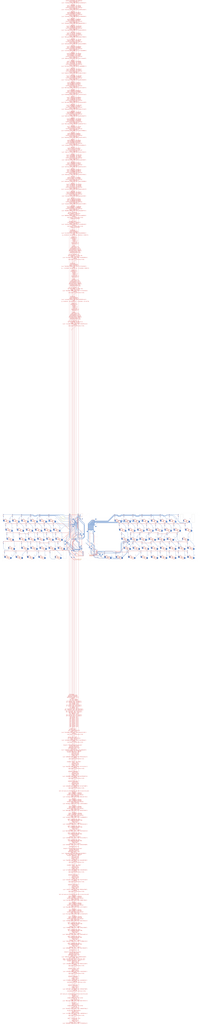
<source format=kicad_pcb>
(kicad_pcb (version 20241229) (generator "pcbnew") (generator_version "9.0")
  (layers (0 "F.Cu" signal) (2 "B.Cu" signal) (13 "F.Paste" user) (15 "B.Paste" user) (5 "F.SilkS" user "F.Silkscreen") (7 "B.SilkS" user "B.Silkscreen") (1 "F.Mask" user) (3 "B.Mask" user) (25 "Edge.Cuts" user))
  (net 0 "")
  (net 1 "Net-(D1-A)")
  (net 2 "Net-(D2-A)")
  (net 3 "Net-(D3-A)")
  (net 4 "Net-(D4-A)")
  (net 5 "Net-(D5-A)")
  (net 6 "Net-(D6-A)")
  (net 7 "Net-(D7-A)")
  (net 8 "Net-(D8-A)")
  (net 9 "Net-(D9-A)")
  (net 10 "Net-(D10-A)")
  (net 11 "Net-(D11-A)")
  (net 12 "Net-(D12-A)")
  (net 13 "Net-(D13-A)")
  (net 14 "Net-(D14-A)")
  (net 15 "Net-(D15-A)")
  (net 16 "Net-(D16-A)")
  (net 17 "Net-(D17-A)")
  (net 18 "Net-(D18-A)")
  (net 19 "Net-(D19-A)")
  (net 20 "Net-(D20-A)")
  (net 21 "Net-(D21-A)")
  (net 22 "Net-(D22-A)")
  (net 23 "Net-(D23-A)")
  (net 24 "Net-(D24-A)")
  (net 25 "Net-(D25-A)")
  (net 26 "Net-(D26-A)")
  (net 27 "Net-(D27-A)")
  (net 28 "Net-(D28-A)")
  (net 29 "Net-(D29-A)")
  (net 30 "Net-(D30-A)")
  (net 31 "Net-(D51-A)")
  (net 32 "Net-(D52-A)")
  (net 33 "Net-(D53-A)")
  (net 34 "Net-(D54-A)")
  (net 35 "Net-(D55-A)")
  (net 36 "Net-(D56-A)")
  (net 37 "Net-(D57-A)")
  (net 38 "Net-(D58-A)")
  (net 39 "Net-(D59-A)")
  (net 40 "Net-(D60-A)")
  (net 41 "Net-(D61-A)")
  (net 42 "Net-(D62-A)")
  (net 43 "Net-(D63-A)")
  (net 44 "Net-(D64-A)")
  (net 45 "Net-(D65-A)")
  (net 46 "Net-(D66-A)")
  (net 47 "Net-(D67-A)")
  (net 48 "Net-(D68-A)")
  (net 49 "Net-(D69-A)")
  (net 50 "Net-(D70-A)")
  (net 51 "ROW0_L")
  (net 52 "ROW1_L")
  (net 53 "ROW2_L")
  (net 54 "ROW3_L")
  (net 55 "ROW4_L")
  (net 56 "ROW0_R")
  (net 57 "ROW1_R")
  (net 58 "ROW2_R")
  (net 60 "SCL{slash}TX_L")
  (net 61 "SDA{slash}SCK_L")
  (net 62 "SDA{slash}SCK_R")
  (net 63 "SCL{slash}TX_R")
  (net 64 "ROW3_R")
  (net 65 "ROW4_R")
  (net 66 "RE_B")
  (net 67 "RE_A")
  (net 68 "GND_R")
  (net 69 "3v3_R")
  (net 70 "VCC_R")
  (net 71 "3v3_L")
  (net 72 "GND_L")
  (net 73 "COL0_L")
  (net 74 "COL1_L")
  (net 75 "COL2_L")
  (net 76 "COL3_L")
  (net 77 "COL4_L")
  (net 78 "COL5_L")
  (net 79 "COL6_R")
  (net 80 "COL7_R")
  (net 81 "COL8_R")
  (net 82 "COL9_R")
  (net 83 "COL10_R")
  (net 84 "COL11_R")
  (net 85 "COL12_R")
  (net 86 "COL13_R")
  (net 89 "VCC_L")
  (net 97 "Net-(D71-A)")
  (net 98 "Net-(D72-A)")
  (net 99 "Net-(D73-A)")
  (net 100 "Net-(D74-A)")
  (net 101 "Net-(D75-A)")
  (net 102 "Net-(D76-A)")
  (net 103 "Net-(D77-A)")
  (net 104 "Net-(D78-A)")
  (net 105 "Net-(D79-A)")
  (net 106 "Net-(D80-A)")
  (net 107 "Net-(D81-A)")
  (net 108 "Net-(D82-A)")
  (net 109 "Net-(D83-A)")
  (net 110 "Net-(D84-A)")
  (net 111 "Net-(D85-A)")
  (net 112 "Net-(D86-A)")
  (net 113 "Net-(D87-A)")
  (net 114 "Net-(D89-A)")
  (net 115 "Net-(D90-A)")
  (net 116 "Net-(D88-A)")
  (net 122 "SCK_L")
  (net 124 "TX_L")
  (net 125 "COL5_R")
  (net 126 "COL1_R")
  (net 127 "COL4_R")
  (net 128 "COL3_R")
  (net 129 "COL0_R")
  (net 130 "COL2_R")
  (net 131 "COL13_L")
  (net 132 "COL12_L")
  (net 133 "COL10_L")
  (net 134 "COL7_L")
  (net 135 "COL9_L")
  (net 136 "COL11_L")
  (net 137 "COL6_L")
  (net 138 "COL8_L")
  (net 139 "DATA")
  (footprint "kbd_Parts:Diode_SMD" (layer "F.Cu") (at 250.03125 116.6812 -90)
    (property "Reference" "D52")
    (property "Value" "D" (hide yes))
  )
  (footprint "kbd_Parts:Diode_SMD" (layer "F.Cu") (at 330.99375 135.7312 -90)
    (property "Reference" "D78")
    (property "Value" "D" (hide yes))
  )
  (footprint "Rikkodo_FootPrint:rkd_Asm_ChocV1V2_Hotswap_1u" (layer "F.Cu") (at 321.46875 142.875)
    (property "Reference" "SW73" (hide yes))
    (property "Value" "SW_Push" (hide yes))
  )
  (footprint "Rikkodo_FootPrint:rkd_Asm_ChocV1V2_Hotswap_1u" (layer "F.Cu") (at 50.00625 142.875)
    (property "Reference" "SW8" (hide yes))
    (property "Value" "SW_Push" (hide yes))
  )
  (footprint "kbd_Parts:Diode_SMD" (layer "F.Cu") (at 311.94375 135.7312 -90)
    (property "Reference" "D73")
    (property "Value" "D" (hide yes))
  )
  (footprint "Rikkodo_FootPrint:rkd_Asm_ChocV1V2_Hotswap_1u" (layer "F.Cu") (at 16.66875 104.775)
    (property "Reference" "SW1" (hide yes))
    (property "Value" "SW_Push" (hide yes))
  )
  (footprint "kbd_Parts:Diode_SMD" (layer "F.Cu") (at 7.14375 97.6312 -90)
    (property "Reference" "D1")
    (property "Value" "D" (hide yes))
  )
  (footprint "kbd_Parts:Diode_SMD" (layer "F.Cu") (at 364.33125 116.6812 -90)
    (property "Reference" "D82")
    (property "Value" "D" (hide yes))
  )
  (footprint "Rikkodo_FootPrint:rkd_Asm_ChocV1V2_Hotswap_1u" (layer "F.Cu") (at 307.18125 104.775)
    (property "Reference" "SW66" (hide yes))
    (property "Value" "SW_Push" (hide yes))
  )
  (footprint "kbd_Parts:Diode_SMD" (layer "F.Cu") (at 54.76875 116.6812 -90)
    (property "Reference" "D12")
    (property "Value" "D" (hide yes))
  )
  (footprint "kbd_Parts:Diode_SMD" (layer "F.Cu") (at 392.90625 154.7812 -90)
    (property "Reference" "D89")
    (property "Value" "D" (hide yes))
  )
  (footprint "kbd_Parts:Diode_SMD" (layer "F.Cu") (at 335.75625 173.8312 -90)
    (property "Reference" "D75")
    (property "Value" "D" (hide yes))
  )
  (footprint "Rikkodo_FootPrint:rkd_LOGO_2x" (layer "F.Cu") (at 130.96875 104.775)
    (property "Reference" "M8" (hide yes))
    (property "Value" "Mark" (hide yes))
  )
  (footprint "BrownSugar_KBD:OLED_center_display" (layer "F.Cu") (at 154.78125 128.5875)
    (property "Reference" "OL2")
    (property "Value" "OLED")
  )
  (footprint "Rikkodo_FootPrint:rkd_Asm_ChocV1V2_Hotswap_1u" (layer "F.Cu") (at 383.38125 180.975)
    (property "Reference" "SW85" (hide yes))
    (property "Value" "SW_Push" (hide yes))
  )
  (footprint "Rikkodo_FootPrint:rkd_Asm_ChocV1V2_Hotswap_1u" (layer "F.Cu") (at 340.51875 142.875)
    (property "Reference" "SW78" (hide yes))
    (property "Value" "SW_Push" (hide yes))
  )
  (footprint "kbd_Parts:Diode_SMD" (layer "F.Cu") (at 373.85625 97.6312 -90)
    (property "Reference" "D86")
    (property "Value" "D" (hide yes))
  )
  (footprint "kbd_Parts:Diode_SMD" (layer "F.Cu") (at 7.14375 154.7812 -90)
    (property "Reference" "D4")
    (property "Value" "D" (hide yes))
  )
  (footprint "Rikkodo_FootPrint:rkd_RPi_Pico_TH_NODBG" (layer "F.Cu") (at 154.78125 119.0625)
    (property "Reference" "U1" (hide yes))
    (property "Value" "Pico")
  )
  (footprint "Rikkodo_FootPrint:rkd_Asm_ChocV1V2_Hotswap_1u" (layer "F.Cu") (at 259.55625 123.825)
    (property "Reference" "SW52" (hide yes))
    (property "Value" "SW_Push" (hide yes))
  )
  (footprint "Rikkodo_FootPrint:rkd_Asm_ChocV1V2_Hotswap_1u" (layer "F.Cu") (at 288.13125 104.775)
    (property "Reference" "SW61" (hide yes))
    (property "Value" "SW_Push" (hide yes))
  )
  (footprint "kbd_Parts:Diode_SMD" (layer "F.Cu") (at 350.04375 135.7312 -90)
    (property "Reference" "D83")
    (property "Value" "D" (hide yes))
  )
  (footprint "Rikkodo_FootPrint:rkd_Asm_ChocV1V2_Hotswap_1u" (layer "F.Cu") (at 326.23125 161.925)
    (property "Reference" "SW69" (hide yes))
    (property "Value" "SW_Push" (hide yes))
  )
  (footprint "kbd_Parts:Diode_SMD" (layer "F.Cu") (at 254.79375 135.7312 -90)
    (property "Reference" "D54")
    (property "Value" "D" (hide yes))
  )
  (footprint "Rikkodo_FootPrint:rkd_Asm_ChocV1V2_Hotswap_1u" (layer "F.Cu") (at 359.56875 142.875)
    (property "Reference" "SW83" (hide yes))
    (property "Value" "SW_Push" (hide yes))
  )
  (footprint "kbd_Hole:m2_Spacer_Hole_hex" (layer "F.Cu") (at 97.63125 152.4)
    (property "Reference" "M4")
    (property "Value" "Mark")
    (fp_line (start -2.4 0) (end -1.2 2.15) (stroke (width 0.1)) (layer "Edge.Cuts"))
    (fp_line (start -1.2 -2.15) (end -2.4 0) (stroke (width 0.1)) (layer "Edge.Cuts"))
    (fp_line (start -1.2 2.15) (end 1.2 2.15) (stroke (width 0.1)) (layer "Edge.Cuts"))
    (fp_line (start 1.2 -2.15) (end -1.2 -2.15) (stroke (width 0.1)) (layer "Edge.Cuts"))
    (fp_line (start 1.2 2.15) (end 2.4 0) (stroke (width 0.1)) (layer "Edge.Cuts"))
    (fp_line (start 2.4 0) (end 1.2 -2.15) (stroke (width 0.1)) (layer "Edge.Cuts"))
  )
  (footprint "Rikkodo_FootPrint:rkd_Asm_ChocV1V2_Hotswap_1u" (layer "F.Cu") (at 354.80625 123.825)
    (property "Reference" "SW77" (hide yes))
    (property "Value" "SW_Push" (hide yes))
  )
  (footprint "kbd_Parts:Diode_SMD" (layer "F.Cu") (at 326.23125 116.6812 -90)
    (property "Reference" "D72")
    (property "Value" "D" (hide yes))
  )
  (footprint "Rikkodo_FootPrint:rkd_Asm_ChocV1V2_Hotswap_1u" (layer "F.Cu") (at 83.34375 123.825)
    (property "Reference" "SW17" (hide yes))
    (property "Value" "SW_Push" (hide yes))
  )
  (footprint "kbd_Parts:Diode_SMD" (layer "F.Cu") (at 273.84375 135.7312 -90)
    (property "Reference" "D63")
    (property "Value" "D" (hide yes))
  )
  (footprint "Rikkodo_FootPrint:rkd_Asm_ChocV1V2_Hotswap_1u" (layer "F.Cu") (at 54.76875 161.925)
    (property "Reference" "SW9" (hide yes))
    (property "Value" "SW_Push" (hide yes))
  )
  (footprint "kbd_Parts:Diode_SMD" (layer "F.Cu") (at 78.58125 135.7312 -90)
    (property "Reference" "D18")
    (property "Value" "D" (hide yes))
  )
  (footprint "Rikkodo_FootPrint:rkd_Asm_ChocV1V2_Hotswap_1u" (layer "F.Cu") (at 278.60625 180.975)
    (property "Reference" "SW60" (hide yes))
    (property "Value" "SW_Push" (hide yes))
  )
  (footprint "kbd_Parts:Diode_SMD" (layer "F.Cu") (at 92.86875 116.6812 -90)
    (property "Reference" "D22")
    (property "Value" "D" (hide yes))
  )
  (footprint "Rikkodo_FootPrint:rkd_Asm_ChocV1V2_Hotswap_1u" (layer "F.Cu") (at 283.36875 142.875)
    (property "Reference" "SW63" (hide yes))
    (property "Value" "SW_Push" (hide yes))
  )
  (footprint "kbd_Parts:ResetSW" (layer "F.Cu") (at 166.6875 189.309375 180)
    (property "Reference" "SW31" (hide yes))
    (property "Value" "SW_Push")
  )
  (footprint "kbd_Hole:m2_Spacer_Hole_hex" (layer "F.Cu") (at 54.76875 133.35)
    (property "Reference" "M3")
    (property "Value" "Mark")
    (fp_line (start -2.4 0) (end -1.2 2.15) (stroke (width 0.1)) (layer "Edge.Cuts"))
    (fp_line (start -1.2 -2.15) (end -2.4 0) (stroke (width 0.1)) (layer "Edge.Cuts"))
    (fp_line (start -1.2 2.15) (end 1.2 2.15) (stroke (width 0.1)) (layer "Edge.Cuts"))
    (fp_line (start 1.2 -2.15) (end -1.2 -2.15) (stroke (width 0.1)) (layer "Edge.Cuts"))
    (fp_line (start 1.2 2.15) (end 2.4 0) (stroke (width 0.1)) (layer "Edge.Cuts"))
    (fp_line (start 2.4 0) (end 1.2 -2.15) (stroke (width 0.1)) (layer "Edge.Cuts"))
  )
  (footprint "kbd_Parts:Diode_SMD" (layer "F.Cu") (at 297.65625 154.7812 -90)
    (property "Reference" "D64")
    (property "Value" "D" (hide yes))
  )
  (footprint "kbd_Parts:Diode_SMD" (layer "F.Cu") (at 97.63125 135.7312 -90)
    (property "Reference" "D23")
    (property "Value" "D" (hide yes))
  )
  (footprint "kbd_Parts:Diode_SMD" (layer "F.Cu") (at 392.90625 173.8312 -90)
    (property "Reference" "D90")
    (property "Value" "D" (hide yes))
  )
  (footprint "kbd_Parts:Diode_SMD" (layer "F.Cu") (at 80.96255 173.8312 -90)
    (property "Reference" "D20")
    (property "Value" "D" (hide yes))
  )
  (footprint "kbd_Parts:Diode_SMD" (layer "F.Cu") (at 64.29375 154.7812 -90)
    (property "Reference" "D14")
    (property "Value" "D" (hide yes))
  )
  (footprint "Rikkodo_FootPrint:rkd_Asm_ChocV1V2_Hotswap_1u" (layer "F.Cu") (at 302.41875 142.875)
    (property "Reference" "SW68" (hide yes))
    (property "Value" "SW_Push" (hide yes))
  )
  (footprint "Rikkodo_FootPrint:rkd_Asm_ChocV1V2_Hotswap_1u" (layer "F.Cu") (at 304.8 180.975)
    (property "Reference" "SW65" (hide yes))
    (property "Value" "SW_Push" (hide yes))
  )
  (footprint "kbd_Parts:Diode_SMD" (layer "F.Cu") (at 335.75625 97.5812 -90)
    (property "Reference" "D76")
    (property "Value" "D" (hide yes))
  )
  (footprint "kbd_Parts:Diode_SMD" (layer "F.Cu") (at 259.55625 97.6312 -90)
    (property "Reference" "D56")
    (property "Value" "D" (hide yes))
  )
  (footprint "Rikkodo_FootPrint:rkd_Asm_ChocV1V2_Hotswap_1u" (layer "F.Cu") (at 35.71875 104.775)
    (property "Reference" "SW6" (hide yes))
    (property "Value" "SW_Push" (hide yes))
  )
  (footprint "Rikkodo_FootPrint:rkd_Asm_ChocV1V2_Hotswap_1u" (layer "F.Cu") (at 397.66875 123.825)
    (property "Reference" "SW87" (hide yes))
    (property "Value" "SW_Push" (hide yes))
  )
  (footprint "Rikkodo_FootPrint:rkd_Asm_ChocV1V2_Hotswap_1u" (layer "F.Cu") (at 107.15625 142.875)
    (property "Reference" "SW23" (hide yes))
    (property "Value" "SW_Push" (hide yes))
  )
  (footprint "kbd_Parts:Diode_SMD" (layer "F.Cu") (at 219.07505 176.2125 -90)
    (property "Reference" "D53")
    (property "Value" "D" (hide yes))
  )
  (footprint "Rikkodo_FootPrint:rkd_Asm_ChocV1V2_Hotswap_1u" (layer "F.Cu") (at 45.24375 123.825)
    (property "Reference" "SW7" (hide yes))
    (property "Value" "SW_Push" (hide yes))
  )
  (footprint "Rikkodo_FootPrint:rkd_Asm_ChocV1V2_Hotswap_1u" (layer "F.Cu") (at 23.81255 142.875)
    (property "Reference" "SW3" (hide yes))
    (property "Value" "SW_Push" (hide yes))
  )
  (footprint "kbd_Parts:Diode_SMD" (layer "F.Cu") (at 278.60625 97.6312 -90)
    (property "Reference" "D61")
    (property "Value" "D" (hide yes))
  )
  (footprint "Rikkodo_FootPrint:rkd_Asm_ChocV1V2_Hotswap_1u" (layer "F.Cu") (at 297.65625 123.825)
    (property "Reference" "SW62" (hide yes))
    (property "Value" "SW_Push" (hide yes))
  )
  (footprint "kbd_Parts:Diode_SMD" (layer "F.Cu") (at 242.88755 176.2125 -90)
    (property "Reference" "D55")
    (property "Value" "D" (hide yes))
  )
  (footprint "Rikkodo_FootPrint:rkd_Asm_ChocV1V2_Hotswap_1u" (layer "F.Cu") (at 383.38125 161.925)
    (property "Reference" "SW84" (hide yes))
    (property "Value" "SW_Push" (hide yes))
  )
  (footprint "kbd_Parts:Diode_SMD" (layer "F.Cu") (at 307.18125 116.6812 -90)
    (property "Reference" "D67")
    (property "Value" "D" (hide yes))
  )
  (footprint "Rikkodo_FootPrint:rkd_Asm_ChocV1V2_Hotswap_1u" (layer "F.Cu") (at 102.39375 123.825)
    (property "Reference" "SW22" (hide yes))
    (property "Value" "SW_Push" (hide yes))
  )
  (footprint "kbd_Parts:Diode_SMD" (layer "F.Cu") (at 35.71875 116.6812 -90)
    (property "Reference" "D7")
    (property "Value" "D" (hide yes))
  )
  (footprint "kbd_Parts:Diode_SMD" (layer "F.Cu") (at 278.60625 154.7812 -90)
    (property "Reference" "D59")
    (property "Value" "D" (hide yes))
  )
  (footprint "kbd_Parts:Diode_SMD" (layer "F.Cu") (at 102.39375 154.7812 -90)
    (property "Reference" "D24")
    (property "Value" "D" (hide yes))
  )
  (footprint "Rikkodo_FootPrint:rkd_Asm_ChocV1V2_Hotswap_1u" (layer "F.Cu") (at 126.20625 142.875)
    (property "Reference" "SW28" (hide yes))
    (property "Value" "SW_Push" (hide yes))
  )
  (footprint "kbd_Parts:Diode_SMD" (layer "F.Cu") (at 269.08125 173.83125 -90)
    (property "Reference" "D60")
    (property "Value" "D" (hide yes))
  )
  (footprint "kbd_Parts:Diode_SMD" (layer "F.Cu") (at 45.24375 154.7812 -90)
    (property "Reference" "D9")
    (property "Value" "D" (hide yes))
  )
  (footprint "kbd_Parts:Diode_SMD" (layer "F.Cu") (at 121.44375 154.7812 -90)
    (property "Reference" "D29")
    (property "Value" "D" (hide yes))
  )
  (footprint "kbd_Parts:Diode_SMD" (layer "F.Cu") (at 354.80625 154.7812 -90)
    (property "Reference" "D79")
    (property "Value" "D" (hide yes))
  )
  (footprint "kbd_Parts:Diode_SMD" (layer "F.Cu") (at 288.13125 116.6812 -90)
    (property "Reference" "D62")
    (property "Value" "D" (hide yes))
  )
  (footprint "Rikkodo_FootPrint:rkd_Asm_ChocV1V2_Hotswap_1u" (layer "F.Cu") (at 373.85625 123.825)
    (property "Reference" "SW82" (hide yes))
    (property "Value" "SW_Push" (hide yes))
  )
  (footprint "Rikkodo_FootPrint:rkd_Asm_ChocV1V2_Hotswap_1u" (layer "F.Cu") (at 66.67505 180.975)
    (property "Reference" "SW15" (hide yes))
    (property "Value" "SW_Push" (hide yes))
  )
  (footprint "Rikkodo_FootPrint:rkd_Asm_ChocV1V2_Hotswap_1u" (layer "F.Cu") (at 19.05005 180.975)
    (property "Reference" "SW5" (hide yes))
    (property "Value" "SW_Push" (hide yes))
  )
  (footprint "Rikkodo_FootPrint:rkd_Asm_ChocV1V2_Hotswap_1u" (layer "F.Cu") (at 92.86875 161.925)
    (property "Reference" "SW19" (hide yes))
    (property "Value" "SW_Push" (hide yes))
  )
  (footprint "Rikkodo_FootPrint:rkd_Asm_ChocV1V2_Hotswap_1u" (layer "F.Cu") (at 264.31875 142.875)
    (property "Reference" "SW54" (hide yes))
    (property "Value" "SW_Push" (hide yes))
  )
  (footprint "kbd_Parts:Diode_SMD" (layer "F.Cu") (at 102.39375 97.6312 -90)
    (property "Reference" "D26")
    (property "Value" "D" (hide yes))
  )
  (footprint "kbd_Parts:Diode_SMD" (layer "F.Cu") (at 111.91875 116.6812 -90)
    (property "Reference" "D27")
    (property "Value" "D" (hide yes))
  )
  (footprint "kbd_Parts:Diode_SMD" (layer "F.Cu") (at 116.68125 135.7312 -90)
    (property "Reference" "D28")
    (property "Value" "D" (hide yes))
  )
  (footprint "Rikkodo_FootPrint:rkd_Asm_ChocV1V2_Hotswap_1u" (layer "F.Cu") (at 288.13125 161.925)
    (property "Reference" "SW59" (hide yes))
    (property "Value" "SW_Push" (hide yes))
  )
  (footprint "Rikkodo_FootPrint:rkd_Asm_ChocV1V2_Hotswap_1u" (layer "F.Cu") (at 130.96875 161.925)
    (property "Reference" "SW29" (hide yes))
    (property "Value" "SW_Push" (hide yes))
  )
  (footprint "kbd_Hole:m2_Spacer_Hole_hex" (layer "F.Cu") (at 311.94375 152.4)
    (property "Reference" "M5")
    (property "Value" "Mark")
    (fp_line (start -2.4 0) (end -1.2 2.15) (stroke (width 0.1)) (layer "Edge.Cuts"))
    (fp_line (start -1.2 -2.15) (end -2.4 0) (stroke (width 0.1)) (layer "Edge.Cuts"))
    (fp_line (start -1.2 2.15) (end 1.2 2.15) (stroke (width 0.1)) (layer "Edge.Cuts"))
    (fp_line (start 1.2 -2.15) (end -1.2 -2.15) (stroke (width 0.1)) (layer "Edge.Cuts"))
    (fp_line (start 1.2 2.15) (end 2.4 0) (stroke (width 0.1)) (layer "Edge.Cuts"))
    (fp_line (start 2.4 0) (end 1.2 -2.15) (stroke (width 0.1)) (layer "Edge.Cuts"))
  )
  (footprint "Rikkodo_FootPrint:rkd_Asm_ChocV1V2_Hotswap_1u" (layer "F.Cu") (at 88.10625 142.875)
    (property "Reference" "SW18" (hide yes))
    (property "Value" "SW_Push" (hide yes))
  )
  (footprint "Rikkodo_FootPrint:rkd_Asm_ChocV1V2_Hotswap_1u" (layer "F.Cu") (at 21.43125 123.825)
    (property "Reference" "SW2" (hide yes))
    (property "Value" "SW_Push" (hide yes))
  )
  (footprint "kbd_Parts:Diode_SMD" (layer "F.Cu") (at 240.50625 97.6312 -90)
    (property "Reference" "D51")
    (property "Value" "D" (hide yes))
  )
  (footprint "Rikkodo_FootPrint:rkd_Asm_ChocV1V2_Hotswap_1u" (layer "F.Cu") (at 326.23125 104.775)
    (property "Reference" "SW71" (hide yes))
    (property "Value" "SW_Push" (hide yes))
  )
  (footprint "kbd_Parts:Diode_SMD" (layer "F.Cu") (at 26.19375 97.6312 -90)
    (property "Reference" "D6")
    (property "Value" "D" (hide yes))
  )
  (footprint "kbd_Parts:Diode_SMD" (layer "F.Cu") (at 9.52505 173.8312 -90)
    (property "Reference" "D5")
    (property "Value" "D" (hide yes))
  )
  (footprint "kbd_Parts:Diode_SMD" (layer "F.Cu") (at 259.55625 154.7812 -90)
    (property "Reference" "D58")
    (property "Value" "D" (hide yes))
  )
  (footprint "Rikkodo_FootPrint:rkd_Asm_ChocV1V2_Hotswap_1u" (layer "F.Cu") (at 111.91875 104.775)
    (property "Reference" "SW26" (hide yes))
    (property "Value" "SW_Push" (hide yes))
  )
  (footprint "Rikkodo_FootPrint:rkd_Asm_ChocV1V2_Hotswap_1u" (layer "F.Cu") (at 111.91875 161.925)
    (property "Reference" "SW24" (hide yes))
    (property "Value" "SW_Push" (hide yes))
  )
  (footprint "Rikkodo_FootPrint:rkd_Asm_ChocV1V2_Hotswap_1u" (layer "F.Cu") (at 364.33125 104.775)
    (property "Reference" "SW81" (hide yes))
    (property "Value" "SW_Push" (hide yes))
  )
  (footprint "Rikkodo_FootPrint:rkd_Asm_ChocV2_Hotswap_2u" (layer "F.Cu") (at 123.82505 180.975)
    (property "Reference" "SW25" (hide yes))
    (property "Value" "SW_Push" (hide yes))
    (fp_line (start -15.025 -9.445) (end -8.975 -9.445) (stroke (width 0.2)) (layer "Edge.Cuts"))
    (fp_line (start -15.025 7.605) (end -15.025 -9.445) (stroke (width 0.2)) (layer "Edge.Cuts"))
    (fp_line (start -8.975 -9.445) (end -8.975 7.605) (stroke (width 0.2)) (layer "Edge.Cuts"))
    (fp_line (start -8.975 7.605) (end -15.025 7.605) (stroke (width 0.2)) (layer "Edge.Cuts"))
    (fp_line (start 8.975 -9.445) (end 8.975 7.605) (stroke (width 0.2)) (layer "Edge.Cuts"))
    (fp_line (start 8.975 7.605) (end 15.025 7.605) (stroke (width 0.2)) (layer "Edge.Cuts"))
    (fp_line (start 15.025 -9.445) (end 8.975 -9.445) (stroke (width 0.2)) (layer "Edge.Cuts"))
    (fp_line (start 15.025 7.605) (end 15.025 -9.445) (stroke (width 0.2)) (layer "Edge.Cuts"))
  )
  (footprint "Rikkodo_FootPrint:rkd_Asm_ChocV1V2_Hotswap_1u" (layer "F.Cu") (at 73.81875 104.775)
    (property "Reference" "SW16" (hide yes))
    (property "Value" "SW_Push" (hide yes))
  )
  (footprint "Rikkodo_FootPrint:rkd_Asm_ChocV1V2_Hotswap_1u" (layer "F.Cu") (at 90.48755 180.975)
    (property "Reference" "SW20" (hide yes))
    (property "Value" "SW_Push" (hide yes))
  )
  (footprint "kbd_Parts:Diode_SMD" (layer "F.Cu") (at 373.85625 154.7812 -90)
    (property "Reference" "D84")
    (property "Value" "D" (hide yes))
  )
  (footprint "Rikkodo_FootPrint:rkd_Asm_ChocV1V2_Hotswap_1u" (layer "F.Cu") (at 345.28125 161.925)
    (property "Reference" "SW74" (hide yes))
    (property "Value" "SW_Push" (hide yes))
  )
  (footprint "Rikkodo_FootPrint:rkd_Asm_ChocV1V2_Hotswap_1u" (layer "F.Cu") (at 73.81875 161.925)
    (property "Reference" "SW14" (hide yes))
    (property "Value" "SW_Push" (hide yes))
  )
  (footprint "Rikkodo_FootPrint:rkd_Asm_ChocV1V2_Hotswap_1u" (layer "F.Cu") (at 228.60005 180.975)
    (property "Reference" "SW53" (hide yes))
    (property "Value" "SW_Push" (hide yes))
  )
  (footprint "kbd_Parts:Diode_SMD" (layer "F.Cu") (at 45.24375 97.6312 -90)
    (property "Reference" "D11")
    (property "Value" "D" (hide yes))
  )
  (footprint "kbd_Parts:Diode_SMD" (layer "F.Cu") (at 64.29375 97.6312 -90)
    (property "Reference" "D16")
    (property "Value" "D" (hide yes))
  )
  (footprint "kbd_Parts:Diode_SMD" (layer "F.Cu") (at 316.70625 173.8312 -90)
    (property "Reference" "D70")
    (property "Value" "D" (hide yes))
  )
  (footprint "kbd_Parts:Diode_SMD" (layer "F.Cu") (at 33.33755 173.8312 -90)
    (property "Reference" "D10")
    (property "Value" "D" (hide yes))
  )
  (footprint "kbd_Parts:Diode_SMD" (layer "F.Cu") (at 316.70625 97.6312 -90)
    (property "Reference" "D71")
    (property "Value" "D" (hide yes))
  )
  (footprint "Rikkodo_FootPrint:rkd_Asm_ChocV1V2_Hotswap_1u" (layer "F.Cu") (at 278.60625 123.825)
    (property "Reference" "SW57" (hide yes))
    (property "Value" "SW_Push" (hide yes))
  )
  (footprint "kbd_Parts:Diode_SMD" (layer "F.Cu") (at 59.53125 135.73125 -90)
    (property "Reference" "D13")
    (property "Value" "D" (hide yes))
  )
  (footprint "Rikkodo_FootPrint:rkd_Asm_ChocV2_Hotswap_2u" (layer "F.Cu") (at 26.19375 161.925)
    (property "Reference" "SW4" (hide yes))
    (property "Value" "SW_Push" (hide yes))
    (fp_line (start -15.025 -9.445) (end -8.975 -9.445) (stroke (width 0.2)) (layer "Edge.Cuts"))
    (fp_line (start -15.025 7.605) (end -15.025 -9.445) (stroke (width 0.2)) (layer "Edge.Cuts"))
    (fp_line (start -8.975 -9.445) (end -8.975 7.605) (stroke (width 0.2)) (layer "Edge.Cuts"))
    (fp_line (start -8.975 7.605) (end -15.025 7.605) (stroke (width 0.2)) (layer "Edge.Cuts"))
    (fp_line (start 8.975 -9.445) (end 8.975 7.605) (stroke (width 0.2)) (layer "Edge.Cuts"))
    (fp_line (start 8.975 7.605) (end 15.025 7.605) (stroke (width 0.2)) (layer "Edge.Cuts"))
    (fp_line (start 15.025 -9.445) (end 8.975 -9.445) (stroke (width 0.2)) (layer "Edge.Cuts"))
    (fp_line (start 15.025 7.605) (end 15.025 -9.445) (stroke (width 0.2)) (layer "Edge.Cuts"))
  )
  (footprint "Rikkodo_FootPrint:rkd_Asm_ChocV1V2_Hotswap_1u" (layer "F.Cu") (at 269.08125 161.925)
    (property "Reference" "SW58" (hide yes))
    (property "Value" "SW_Push" (hide yes))
  )
  (footprint "kbd_Parts:Diode_SMD" (layer "F.Cu") (at 295.275 173.8312 -90)
    (property "Reference" "D65")
    (property "Value" "D" (hide yes))
  )
  (footprint "kbd_Parts:Diode_SMD" (layer "F.Cu") (at 297.65625 97.6312 -90)
    (property "Reference" "D66")
    (property "Value" "D" (hide yes))
  )
  (footprint "Rikkodo_FootPrint:rkd_Asm_ChocV1V2_Hotswap_1u" (layer "F.Cu") (at 121.44375 123.825)
    (property "Reference" "SW27" (hide yes))
    (property "Value" "SW_Push" (hide yes))
  )
  (footprint "kbd_Parts:Diode_SMD" (layer "F.Cu") (at 57.15005 173.8312 -90)
    (property "Reference" "D15")
    (property "Value" "D" (hide yes))
  )
  (footprint "kbd_Parts:Diode_SMD" (layer "F.Cu") (at 335.75625 154.7812 -90)
    (property "Reference" "D74")
    (property "Value" "D" (hide yes))
  )
  (footprint "Rikkodo_FootPrint:rkd_Asm_ChocV1V2_Hotswap_1u" (layer "F.Cu") (at 42.86255 180.975)
    (property "Reference" "SW10" (hide yes))
    (property "Value" "SW_Push" (hide yes))
  )
  (footprint "kbd_Parts:Diode_SMD" (layer "F.Cu") (at 354.80625 173.8312 -90)
    (property "Reference" "D80")
    (property "Value" "D" (hide yes))
  )
  (footprint "kbd_Parts:Diode_SMD" (layer "F.Cu") (at 83.34375 97.6312 -90)
    (property "Reference" "D21")
    (property "Value" "D" (hide yes))
  )
  (footprint "kbd_Parts:Diode_SMD" (layer "F.Cu") (at 11.90625 116.6812 -90)
    (property "Reference" "D2")
    (property "Value" "D" (hide yes))
  )
  (footprint "kbd_Parts:Diode_SMD" (layer "F.Cu") (at 14.28755 135.7312 -90)
    (property "Reference" "D3")
    (property "Value" "D" (hide yes))
  )
  (footprint "Rikkodo_FootPrint:rkd_Asm_ChocV1V2_Hotswap_1u" (layer "F.Cu") (at 250.03125 104.775)
    (property "Reference" "SW51" (hide yes))
    (property "Value" "SW_Push" (hide yes))
  )
  (footprint "Rikkodo_FootPrint:rkd_Asm_ChocV1V2_Hotswap_1u" (layer "F.Cu") (at 402.43125 161.925)
    (property "Reference" "SW89" (hide yes))
    (property "Value" "SW_Push" (hide yes))
  )
  (footprint "kbd_Hole:m2_Screw_Hole" (layer "F.Cu") (at 247.65 169.06875)
    (property "Reference" "Ref**")
    (property "Value" "Val**")
  )
  (footprint "Rikkodo_FootPrint:rkd_Asm_ChocV1V2_Hotswap_1u" (layer "F.Cu") (at 307.18125 161.925)
    (property "Reference" "SW64" (hide yes))
    (property "Value" "SW_Push" (hide yes))
  )
  (footprint "BrownSugar_KBD:RotaryEncoder_EC11-Switch" (layer "F.Cu") (at 152.4 178.59375 180)
    (property "Reference" "SW30" (hide yes))
    (property "Value" "RotaryEncoder_Switch")
  )
  (footprint "kbd_Parts:Diode_SMD" (layer "F.Cu") (at 83.34375 154.7812 -90)
    (property "Reference" "D19")
    (property "Value" "D" (hide yes))
  )
  (footprint "kbd_Parts:Diode_SMD" (layer "F.Cu") (at 269.08125 116.6812 -90)
    (property "Reference" "D57")
    (property "Value" "D" (hide yes))
  )
  (footprint "Rikkodo_FootPrint:rkd_Asm_ChocV1V2_Hotswap_1u" (layer "F.Cu") (at 69.05625 142.875)
    (property "Reference" "SW13" (hide yes))
    (property "Value" "SW_Push" (hide yes))
  )
  (footprint "kbd_Parts:Diode_SMD" (layer "F.Cu") (at 371.47505 135.7312 -90)
    (property "Reference" "D88")
    (property "Value" "D" (hide yes))
  )
  (footprint "Rikkodo_FootPrint:rkd_Asm_ChocV1V2_Hotswap_1u" (layer "F.Cu") (at 335.75625 123.825)
    (property "Reference" "SW72" (hide yes))
    (property "Value" "SW_Push" (hide yes))
  )
  (footprint "Rikkodo_FootPrint:rkd_Asm_ChocV1V2_Hotswap_1u" (layer "F.Cu") (at 364.33125 180.975)
    (property "Reference" "SW80" (hide yes))
    (property "Value" "SW_Push" (hide yes))
  )
  (footprint "Rikkodo_FootPrint:rkd_Asm_ChocV1V2_Hotswap_1u" (layer "F.Cu") (at 54.76875 104.775)
    (property "Reference" "SW11" (hide yes))
    (property "Value" "SW_Push" (hide yes))
  )
  (footprint "Rikkodo_FootPrint:rkd_Asm_ChocV1V2_Hotswap_1u" (layer "F.Cu") (at 402.43125 180.975)
    (property "Reference" "SW90" (hide yes))
    (property "Value" "SW_Push" (hide yes))
  )
  (footprint "Rikkodo_FootPrint:rkd_Asm_ChocV1V2_Hotswap_1u" (layer "F.Cu") (at 326.23125 180.975)
    (property "Reference" "SW70" (hide yes))
    (property "Value" "SW_Push" (hide yes))
  )
  (footprint "Rikkodo_FootPrint:rkd_Guard_Screw_Hall" (layer "F.Cu") (at 154.78125 125.015625 -90)
    (property "Reference" "Point1" (hide yes))
    (property "Value" "Guard_Screw_Hall" (hide yes))
  )
  (footprint "Rikkodo_FootPrint:rkd_Asm_ChocV1V2_Hotswap_1u" (layer "F.Cu") (at 269.08125 104.775)
    (property "Reference" "SW56" (hide yes))
    (property "Value" "SW_Push" (hide yes))
  )
  (footprint "Rikkodo_FootPrint:rkd_Asm_ChocV1V2_Hotswap_1u" (layer "F.Cu") (at 364.33125 161.925)
    (property "Reference" "SW79" (hide yes))
    (property "Value" "SW_Push" (hide yes))
  )
  (footprint "Rikkodo_FootPrint:rkd_Asm_ChocV1V2_Hotswap_1u" (layer "F.Cu") (at 252.41255 180.975)
    (property "Reference" "SW55" (hide yes))
    (property "Value" "SW_Push" (hide yes))
  )
  (footprint "Rikkodo_FootPrint:rkd_Asm_ChocV1V2_Hotswap_1u" (layer "F.Cu") (at 345.28125 180.975)
    (property "Reference" "SW75" (hide yes))
    (property "Value" "SW_Push" (hide yes))
  )
  (footprint "Rikkodo_FootPrint:rkd_Asm_ChocV2_Hotswap_2u" (layer "F.Cu") (at 390.52505 142.875)
    (property "Reference" "SW88" (hide yes))
    (property "Value" "SW_Push" (hide yes))
    (fp_line (start -15.025 -9.445) (end -8.975 -9.445) (stroke (width 0.2)) (layer "Edge.Cuts"))
    (fp_line (start -15.025 7.605) (end -15.025 -9.445) (stroke (width 0.2)) (layer "Edge.Cuts"))
    (fp_line (start -8.975 -9.445) (end -8.975 7.605) (stroke (width 0.2)) (layer "Edge.Cuts"))
    (fp_line (start -8.975 7.605) (end -15.025 7.605) (stroke (width 0.2)) (layer "Edge.Cuts"))
    (fp_line (start 8.975 -9.445) (end 8.975 7.605) (stroke (width 0.2)) (layer "Edge.Cuts"))
    (fp_line (start 8.975 7.605) (end 15.025 7.605) (stroke (width 0.2)) (layer "Edge.Cuts"))
    (fp_line (start 15.025 -9.445) (end 8.975 -9.445) (stroke (width 0.2)) (layer "Edge.Cuts"))
    (fp_line (start 15.025 7.605) (end 15.025 -9.445) (stroke (width 0.2)) (layer "Edge.Cuts"))
  )
  (footprint "kbd_Parts:Diode_SMD" (layer "F.Cu") (at 354.80625 97.6312 -90)
    (property "Reference" "D81" (hide yes))
    (property "Value" "D" (hide yes))
  )
  (footprint "Rikkodo_FootPrint:rkd_Asm_ChocV2_Hotswap_2u" (layer "F.Cu") (at 392.90625 104.775)
    (property "Reference" "SW86" (hide yes))
    (property "Value" "SW_Push" (hide yes))
    (fp_line (start -15.025 -9.445) (end -8.975 -9.445) (stroke (width 0.2)) (layer "Edge.Cuts"))
    (fp_line (start -15.025 7.605) (end -15.025 -9.445) (stroke (width 0.2)) (layer "Edge.Cuts"))
    (fp_line (start -8.975 -9.445) (end -8.975 7.605) (stroke (width 0.2)) (layer "Edge.Cuts"))
    (fp_line (start -8.975 7.605) (end -15.025 7.605) (stroke (width 0.2)) (layer "Edge.Cuts"))
    (fp_line (start 8.975 -9.445) (end 8.975 7.605) (stroke (width 0.2)) (layer "Edge.Cuts"))
    (fp_line (start 8.975 7.605) (end 15.025 7.605) (stroke (width 0.2)) (layer "Edge.Cuts"))
    (fp_line (start 15.025 -9.445) (end 8.975 -9.445) (stroke (width 0.2)) (layer "Edge.Cuts"))
    (fp_line (start 15.025 7.605) (end 15.025 -9.445) (stroke (width 0.2)) (layer "Edge.Cuts"))
  )
  (footprint "kbd_Parts:Diode_SMD" (layer "F.Cu") (at 373.85625 173.8312 -90)
    (property "Reference" "D85")
    (property "Value" "D" (hide yes))
  )
  (footprint "Rikkodo_FootPrint:rkd_Asm_ChocV1V2_Hotswap_1u" (layer "F.Cu") (at 64.29375 123.825)
    (property "Reference" "SW12" (hide yes))
    (property "Value" "SW_Push" (hide yes))
  )
  (footprint "Rikkodo_FootPrint:rkd_Asm_ChocV1V2_Hotswap_1u" (layer "F.Cu") (at 92.86875 104.775)
    (property "Reference" "SW21" (hide yes))
    (property "Value" "SW_Push" (hide yes))
  )
  (footprint "kbd_Parts:Diode_SMD" (layer "F.Cu") (at 345.28125 116.6812 -90)
    (property "Reference" "D77")
    (property "Value" "D" (hide yes))
  )
  (footprint "kbd_Parts:Diode_SMD" (layer "F.Cu") (at 292.89375 135.7312 -90)
    (property "Reference" "D68")
    (property "Value" "D" (hide yes))
  )
  (footprint "kbd_Parts:Diode_SMD" (layer "F.Cu") (at 145.25625 173.83125 -90)
    (property "Reference" "D30")
    (property "Value" "D" (hide yes))
  )
  (footprint "Rikkodo_FootPrint:rkd_Asm_ChocV1V2_Hotswap_1u" (layer "F.Cu") (at 316.70625 123.825)
    (property "Reference" "SW67" (hide yes))
    (property "Value" "SW_Push" (hide yes))
  )
  (footprint "kbd_Parts:Diode_SMD" (layer "F.Cu") (at 73.81875 116.6812 -90)
    (property "Reference" "D17")
    (property "Value" "D" (hide yes))
  )
  (footprint "kbd_Parts:Diode_SMD" (layer "F.Cu") (at 40.48125 135.7312 -90)
    (property "Reference" "D8")
    (property "Value" "D" (hide yes))
  )
  (footprint "kbd_Parts:Diode_SMD" (layer "F.Cu") (at 388.14375 116.6812 -90)
    (property "Reference" "D87")
    (property "Value" "D" (hide yes))
  )
  (footprint "kbd_Parts:Diode_SMD" (layer "F.Cu") (at 316.70625 154.7812 -90)
    (property "Reference" "D69")
    (property "Value" "D" (hide yes))
  )
  (footprint "Rikkodo_FootPrint:rkd_Asm_ChocV1V2_Hotswap_1u" (layer "F.Cu") (at 345.28125 104.775)
    (property "Reference" "SW76" (hide yes))
    (property "Value" "SW_Push" (hide yes))
  )
  (footprint "kbd_Parts:Diode_SMD" (layer "F.Cu") (at 104.77505 173.8312 -90)
    (property "Reference" "D25")
    (property "Value" "D" (hide yes))
  )
  (footprint "kbd_Hole:m2_Spacer_Hole_hex" (layer "F.Cu") (at 345.28125 133.35)
    (property "Reference" "M6")
    (property "Value" "Mark")
    (fp_line (start -2.4 0) (end -1.2 2.15) (stroke (width 0.1)) (layer "Edge.Cuts"))
    (fp_line (start -1.2 -2.15) (end -2.4 0) (stroke (width 0.1)) (layer "Edge.Cuts"))
    (fp_line (start -1.2 2.15) (end 1.2 2.15) (stroke (width 0.1)) (layer "Edge.Cuts"))
    (fp_line (start 1.2 -2.15) (end -1.2 -2.15) (stroke (width 0.1)) (layer "Edge.Cuts"))
    (fp_line (start 1.2 2.15) (end 2.4 0) (stroke (width 0.1)) (layer "Edge.Cuts"))
    (fp_line (start 2.4 0) (end 1.2 -2.15) (stroke (width 0.1)) (layer "Edge.Cuts"))
  )
  (footprint "Connector_FFC-FPC:Hirose_FH12-24S-0.5SH_1x24-1MP_P0.50mm_Horizontal" (layer "B.Cu") (at 154.78125 113.109375 90)
    (property "Reference" "J2")
    (property "Value" "Conn_01x24")
  )
  (footprint "Connector_FFC-FPC:Hirose_FH12-24S-0.5SH_1x24-1MP_P0.50mm_Horizontal" (layer "B.Cu") (at 190.5 129.778125 180)
    (property "Reference" "J4" (hide yes))
    (property "Value" "Conn_01x24")
  )
  (footprint "Connector_FFC-FPC:Hirose_FH12-6S-0.5SH_1x06-1MP_P0.50mm_Horizontal" (layer "B.Cu") (at 269.22812 154.78125 -90)
    (property "Reference" "J7")
    (property "Value" "Conn_01x06")
  )
  (footprint "BrownSugar_KBD:TRRS_PJ-320A" (layer "B.Cu") (at 170.259375 93.526875 180)
    (property "Reference" "J11")
    (property "Value" "TRRS" (hide yes))
  )
  (footprint "Connector_FFC-FPC:Hirose_FH12-24S-0.5SH_1x24-1MP_P0.50mm_Horizontal" (layer "B.Cu") (at 199.429855 113.10947 -90)
    (property "Reference" "J3" (hide yes))
    (property "Value" "Conn_01x24" (hide yes))
  )
  (footprint "Connector_FFC-FPC:Hirose_FH12-6S-0.5SH_1x06-1MP_P0.50mm_Horizontal" (layer "B.Cu") (at 171.45 138.1125)
    (property "Reference" "J13")
    (property "Value" "Conn_01x06")
  )
  (footprint "Connector_PinSocket_2.54mm:PinSocket_1x04_P2.54mm_Horizontal" (layer "B.Cu") (at 197.28125 181.253125)
    (property "Reference" "J9")
    (property "Value" "Conn_01x04")
  )
  (footprint "SparkFun-Connector:JST_SMD_1.0mm-4_Black" (layer "B.Cu") (at 166.6875 164.30625 -90)
    (property "Reference" "J5")
    (property "Value" "Qwiic_RA")
  )
  (footprint "Connector_PinHeader_2.54mm:PinHeader_1x04_P2.54mm_Horizontal" (layer "B.Cu") (at 173.83125 173.603125 180)
    (property "Reference" "J10")
    (property "Value" "Conn_01x04")
  )
  (footprint "Resistor_THT:R_Axial_DIN0207_L6.3mm_D2.5mm_P10.16mm_Horizontal" (layer "B.Cu") (at 200.620481 168.75125 -90)
    (property "Reference" "R1")
    (property "Value" "R")
  )
  (footprint "Connector_PinHeader_2.54mm:PinHeader_1x02_P2.54mm_Horizontal" (layer "B.Cu") (at 140.49375 167.878125)
    (property "Reference" "J1")
    (property "Value" "Conn_01x02_Socket")
  )
  (footprint "Connector_FFC-FPC:Hirose_FH12-6S-0.5SH_1x06-1MP_P0.50mm_Horizontal" (layer "B.Cu") (at 138.1125 154.78125 90)
    (property "Reference" "J8")
    (property "Value" "Conn_01x06")
  )
  (footprint "Connector_FFC-FPC:Hirose_FH12-6S-0.5SH_1x06-1MP_P0.50mm_Horizontal" (layer "B.Cu") (at 211.93125 180.975)
    (property "Reference" "J12")
    (property "Value" "Conn_01x06")
  )
  (footprint "SparkFun-Connector:JST_SMD_1.0mm-4_Black" (layer "B.Cu") (at 188.11875 164.30625 -90)
    (property "Reference" "J6")
    (property "Value" "Qwiic_RA")
  )
  (footprint "Resistor_THT:R_Axial_DIN0207_L6.3mm_D2.5mm_P10.16mm_Horizontal" (layer "B.Cu") (at 204.7875 186.055 90)
    (property "Reference" "R2")
    (property "Value" "R")
  )
  (gr_line (start 142.87512 157.66875) (end 142.87512 142.36875) (stroke (width 0.1)) (layer "B.SilkS"))
  (gr_line (start 204.7875 157.66875) (end 142.87512 157.757945) (stroke (width 0.1)) (layer "B.SilkS"))
  (gr_line (start 204.7875 142.36875) (end 142.87512 142.36875) (stroke (width 0.1)) (layer "B.SilkS"))
  (gr_line (start 290.53125 94.059375) (end 290.55 95.25) (stroke (width 0.05)) (layer "Edge.Cuts"))
  (gr_line (start 348.871875 92.868725) (end 413.378125 92.859375) (stroke (width 0.05)) (layer "Edge.Cuts"))
  (gr_line (start 2.38125 188.1) (end 4.53125 189.3) (stroke (width 0.05)) (layer "Edge.Cuts"))
  (gr_line (start 347.68125 94.05935) (end 347.7 95.249975) (stroke (width 0.05)) (layer "Edge.Cuts"))
  (gr_line (start 291.721875 92.86875) (end 341.728125 92.868725) (stroke (width 0.05)) (layer "Edge.Cuts"))
  (gr_line (start 139.3125 97.4) (end 140.5125 95.25) (stroke (width 0.05)) (layer "Edge.Cuts"))
  (gr_arc (start 178.593749 177.403124) (mid 178.942475 176.561225) (end 179.784374 176.212499) (stroke (width 0.05)) (layer "Edge.Cuts"))
  (gr_line (start 176.2125 188.099975) (end 174.0625 189.299975) (stroke (width 0.05)) (layer "Edge.Cuts"))
  (gr_line (start 339.328125 192.88125) (end 413.378125 192.890625) (stroke (width 0.05)) (layer "Edge.Cuts"))
  (gr_line (start 216.675 190.5) (end 217.875 188.35) (stroke (width 0.05)) (layer "Edge.Cuts"))
  (gr_line (start 290.55 95.25) (end 289.35 97.4) (stroke (width 0.05)) (layer "Edge.Cuts"))
  (gr_arc (start 134.540625 92.86875) (mid 135.382546 93.217454) (end 135.73125 94.059375) (stroke (width 0.05)) (layer "Edge.Cuts"))
  (gr_line (start 146.4375 188.35) (end 148.8375 188.35) (stroke (width 0.05)) (layer "Edge.Cuts"))
  (gr_line (start 334.55625 188.35) (end 336.95625 188.35) (stroke (width 0.05)) (layer "Edge.Cuts"))
  (gr_line (start 176.2125 97.650025) (end 174.0625 96.450025) (stroke (width 0.05)) (layer "Edge.Cuts"))
  (gr_line (start 4.53125 94.05) (end 4.53125 96.45) (stroke (width 0.05)) (layer "Edge.Cuts"))
  (gr_line (start 178.59375 165.496875) (end 178.59375 177.403124) (stroke (width 0.05)) (layer "Edge.Cuts"))
  (gr_arc (start 203.597046 157.162632) (mid 204.438748 157.511372) (end 204.787368 158.353125) (stroke (width 0.05)) (layer "Edge.Cuts"))
  (gr_arc (start 339.328125 192.88125) (mid 338.486172 192.532564) (end 338.1375 191.690625) (stroke (width 0.05)) (layer "Edge.Cuts"))
  (gr_line (start 77.3906 92.868725) (end 134.546677 92.868765) (stroke (width 0.05)) (layer "Edge.Cuts"))
  (gr_line (start 139.3125 97.4) (end 136.9125 97.4) (stroke (width 0.05)) (layer "Edge.Cuts"))
  (gr_line (start 180.975 97.650005) (end 179.784375 97.631255) (stroke (width 0.05)) (layer "Edge.Cuts"))
  (gr_line (start 177.403125 97.63125) (end 176.2125 97.650025) (stroke (width 0.05)) (layer "Edge.Cuts"))
  (gr_line (start 202.406268 128.5875) (end 203.596748 128.587436) (stroke (width 0.05)) (layer "Edge.Cuts"))
  (gr_line (start 76.21875 95.25) (end 76.2 94.059375) (stroke (width 0.05)) (layer "Edge.Cuts"))
  (gr_arc (start 251.221875 130.970254) (mid 252.072495 131.322592) (end 252.424833 132.173212) (stroke (width 0.05)) (layer "Edge.Cuts"))
  (gr_line (start 180.97511 188.099845) (end 183.12511 189.299845) (stroke (width 0.05)) (layer "Edge.Cuts"))
  (gr_arc (start 179.784375 109.537513) (mid 178.942476 109.188787) (end 178.59375 108.346888) (stroke (width 0.05)) (layer "Edge.Cuts"))
  (gr_arc (start 246.471851 130.96855) (mid 245.621932 130.624267) (end 245.268885 129.77795) (stroke (width 0.05)) (layer "Edge.Cuts"))
  (gr_line (start 338.15625 190.5) (end 338.1375 191.690625) (stroke (width 0.05)) (layer "Edge.Cuts"))
  (gr_line (start 204.787467 134.540625) (end 204.7875 151.197055) (stroke (width 0.05)) (layer "Edge.Cuts"))
  (gr_line (start 183.125 94.050005) (end 183.125 96.450005) (stroke (width 0.05)) (layer "Edge.Cuts"))
  (gr_line (start 80.98125 190.5) (end 80.9625 191.690625) (stroke (width 0.05)) (layer "Edge.Cuts"))
  (gr_arc (start 172.871875 92.8594) (mid 173.713752 93.208148) (end 174.0625 94.050025) (stroke (width 0.05)) (layer "Edge.Cuts"))
  (gr_line (start 77.38125 188.35) (end 79.78125 188.35) (stroke (width 0.05)) (layer "Edge.Cuts"))
  (gr_arc (start 5.721875 192.890625) (mid 4.879995 192.541902) (end 4.53125 191.7) (stroke (width 0.05)) (layer "Edge.Cuts"))
  (gr_line (start 285.75 95.25) (end 285.76875 94.059375) (stroke (width 0.05)) (layer "Edge.Cuts"))
  (gr_line (start 416.71875 188.1) (end 414.56875 189.3) (stroke (width 0.05)) (layer "Edge.Cuts"))
  (gr_line (start 204.787367 158.353125) (end 204.78783 170.259493) (stroke (width 0.05)) (layer "Edge.Cuts"))
  (gr_line (start 202.40642 157.162632) (end 200.25642 155.98138) (stroke (width 0.05)) (layer "Edge.Cuts"))
  (gr_line (start 416.71875 97.65) (end 414.56875 96.45) (stroke (width 0.05)) (layer "Edge.Cuts"))
  (gr_line (start 135.73125 94.059375) (end 135.7125 95.25) (stroke (width 0.05)) (layer "Edge.Cuts"))
  (gr_line (start 230.98125 102.39375) (end 230.98125 94.0594) (stroke (width 0.05)) (layer "Edge.Cuts"))
  (gr_line (start 419.1 186.92815) (end 419.1 98.82185) (stroke (width 0.05)) (layer "Edge.Cuts"))
  (gr_line (start 144.065625 192.88125) (end 82.153125 192.88125) (stroke (width 0.05)) (layer "Edge.Cuts"))
  (gr_arc (start 145.25625 191.690625) (mid 144.907517 192.532517) (end 144.065625 192.88125) (stroke (width 0.05)) (layer "Edge.Cuts"))
  (gr_line (start 202.406268 133.350004) (end 203.596748 133.350004) (stroke (width 0.05)) (layer "Edge.Cuts"))
  (gr_line (start 333.375 191.690625) (end 333.35625 190.5) (stroke (width 0.05)) (layer "Edge.Cuts"))
  (gr_line (start 188.11875 102.39375) (end 230.98125 102.39375) (stroke (width 0.05)) (layer "Edge.Cuts"))
  (gr_line (start 216.69375 191.690625) (end 216.675 190.5) (stroke (width 0.05)) (layer "Edge.Cuts"))
  (gr_line (start 417.909375 97.631225) (end 416.71875 97.65) (stroke (width 0.05)) (layer "Edge.Cuts"))
  (gr_arc (start 204.7875 151.197055) (mid 204.44321 152.046981) (end 203.5969 152.400021) (stroke (width 0.05)) (layer "Edge.Cuts"))
  (gr_line (start 200.25642 155.98138) (end 200.25642 153.58138) (stroke (width 0.05)) (layer "Edge.Cuts"))
  (gr_line (start 215.503125 192.88125) (end 184.3158 192.89047) (stroke (width 0.05)) (layer "Edge.Cuts"))
  (gr_line (start 0 98.82187) (end 0.000025 186.92815) (stroke (width 0.05)) (layer "Edge.Cuts"))
  (gr_line (start 251.221875 130.968749) (end 246.471851 130.96855) (stroke (width 0.05)) (layer "Edge.Cuts"))
  (gr_arc (start 246.4593 92.868725) (mid 247.301152 93.217483) (end 247.649925 94.05935) (stroke (width 0.05)) (layer "Edge.Cuts"))
  (gr_arc (start 252.412425 94.05935) (mid 252.761136 93.217436) (end 253.60305 92.868725) (stroke (width 0.05)) (layer "Edge.Cuts"))
  (gr_line (start 245.26875 119.0625) (end 245.268885 129.77795) (stroke (width 0.05)) (layer "Edge.Cuts"))
  (gr_arc (start 1.19065 188.118775) (mid 0.348704 187.770081) (end 0.000025 186.92815) (stroke (width 0.05)) (layer "Edge.Cuts"))
  (gr_line (start 252.412425 94.05935) (end 252.431175 95.249975) (stroke (width 0.05)) (layer "Edge.Cuts"))
  (gr_line (start 347.7 95.249975) (end 346.5 97.399975) (stroke (width 0.05)) (layer "Edge.Cuts"))
  (gr_line (start 202.40642 152.400128) (end 203.5969 152.400064) (stroke (width 0.05)) (layer "Edge.Cuts"))
  (gr_line (start 221.475 190.5) (end 221.45625 191.690625) (stroke (width 0.05)) (layer "Edge.Cuts"))
  (gr_arc (start 413.378125 92.859375) (mid 414.220008 93.20811) (end 414.56875 94.05) (stroke (width 0.05)) (layer "Edge.Cuts"))
  (gr_arc (start 270.271875 192.88125) (mid 269.429954 192.532546) (end 269.08125 191.690625) (stroke (width 0.05)) (layer "Edge.Cuts"))
  (gr_arc (start 178.59375 98.821875) (mid 178.942482 97.979985) (end 179.78437 97.631255) (stroke (width 0.05)) (layer "Edge.Cuts"))
  (gr_line (start 180.975 176.2125) (end 179.784375 176.2125) (stroke (width 0.05)) (layer "Edge.Cuts"))
  (gr_line (start 270.271875 192.88125) (end 332.184375 192.88125) (stroke (width 0.05)) (layer "Edge.Cuts"))
  (gr_line (start 150.0375 190.5) (end 148.8375 188.35) (stroke (width 0.05)) (layer "Edge.Cuts"))
  (gr_line (start 414.56875 189.3) (end 414.56875 191.7) (stroke (width 0.05)) (layer "Edge.Cuts"))
  (gr_line (start 264.31875 191.690625) (end 264.3 190.5) (stroke (width 0.05)) (layer "Edge.Cuts"))
  (gr_arc (start 290.53125 94.059375) (mid 290.879954 93.217454) (end 291.721875 92.86875) (stroke (width 0.05)) (layer "Edge.Cuts"))
  (gr_line (start 72.61875 97.4) (end 71.41875 95.25) (stroke (width 0.05)) (layer "Edge.Cuts"))
  (gr_line (start 140.5125 95.25) (end 140.49375 94.059375) (stroke (width 0.05)) (layer "Edge.Cuts"))
  (gr_line (start 184.315625 92.85938) (end 186.928125 92.86875) (stroke (width 0.05)) (layer "Edge.Cuts"))
  (gr_line (start 183.125 175.03125) (end 183.125 167.86875) (stroke (width 0.05)) (layer "Edge.Cuts"))
  (gr_arc (start 178.593749 120.253137) (mid 178.942475 119.411238) (end 179.784374 119.062512) (stroke (width 0.05)) (layer "Edge.Cuts"))
  (gr_line (start 217.875 188.35) (end 220.275 188.35) (stroke (width 0.05)) (layer "Edge.Cuts"))
  (gr_line (start 264.3 190.5) (end 265.5 188.35) (stroke (width 0.05)) (layer "Edge.Cuts"))
  (gr_arc (start 140.493725 94.05935) (mid 140.842466 93.217466) (end 141.68435 92.868725) (stroke (width 0.05)) (layer "Edge.Cuts"))
  (gr_line (start 136.9125 97.4) (end 135.7125 95.25) (stroke (width 0.05)) (layer "Edge.Cuts"))
  (gr_line (start 188.11875 94.0594) (end 188.11875 102.39375) (stroke (width 0.05)) (layer "Edge.Cuts"))
  (gr_arc (start 264.31875 191.690625) (mid 263.970017 192.532517) (end 263.128125 192.88125) (stroke (width 0.05)) (layer "Edge.Cuts"))
  (gr_arc (start 177.403125 97.63125) (mid 178.245055 97.979953) (end 178.59375 98.821875) (stroke (width 0.05)) (layer "Edge.Cuts"))
  (gr_line (start 183.125 117.881263) (end 183.125 110.718763) (stroke (width 0.05)) (layer "Edge.Cuts"))
  (gr_arc (start 76.199975 94.05935) (mid 76.548716 93.217466) (end 77.3906 92.868725) (stroke (width 0.05)) (layer "Edge.Cuts"))
  (gr_arc (start 76.2 191.690625) (mid 75.851267 192.532517) (end 75.009375 192.88125) (stroke (width 0.05)) (layer "Edge.Cuts"))
  (gr_line (start 414.56875 96.45) (end 414.56875 94.05) (stroke (width 0.05)) (layer "Edge.Cuts"))
  (gr_arc (start 419.1 186.92815) (mid 418.751261 187.770043) (end 417.909375 188.118775) (stroke (width 0.05)) (layer "Edge.Cuts"))
  (gr_line (start 180.975 176.2125) (end 183.125 175.03125) (stroke (width 0.05)) (layer "Edge.Cuts"))
  (gr_arc (start 151.209375 192.88125) (mid 150.367454 192.532546) (end 150.01875 191.690625) (stroke (width 0.05)) (layer "Edge.Cuts"))
  (gr_line (start 75.01875 97.4) (end 72.61875 97.4) (stroke (width 0.05)) (layer "Edge.Cuts"))
  (gr_line (start 178.59375 108.346888) (end 178.59375 120.253137) (stroke (width 0.05)) (layer "Edge.Cuts"))
  (gr_arc (start 216.69375 191.690625) (mid 216.345017 192.532517) (end 215.503125 192.88125) (stroke (width 0.05)) (layer "Edge.Cuts"))
  (gr_line (start 205.978266 114.299935) (end 244.07833 114.300096) (stroke (width 0.05)) (layer "Edge.Cuts"))
  (gr_line (start 344.1 97.399975) (end 342.9 95.249975) (stroke (width 0.05)) (layer "Edge.Cuts"))
  (gr_line (start 222.646875 192.88125) (end 263.128125 192.88125) (stroke (width 0.05)) (layer "Edge.Cuts"))
  (gr_line (start 342.9 95.249975) (end 342.91875 94.05935) (stroke (width 0.05)) (layer "Edge.Cuts"))
  (gr_arc (start 178.59375 186.928125) (mid 178.245008 187.770001) (end 177.403125 188.11875) (stroke (width 0.05)) (layer "Edge.Cuts"))
  (gr_arc (start 174.0625 191.699975) (mid 173.713772 192.541865) (end 172.871875 192.8906) (stroke (width 0.05)) (layer "Edge.Cuts"))
  (gr_arc (start 333.375 191.690625) (mid 333.026264 192.532499) (end 332.184375 192.88125) (stroke (width 0.05)) (layer "Edge.Cuts"))
  (gr_line (start 251.222074 171.449953) (end 205.978301 171.449985) (stroke (width 0.05)) (layer "Edge.Cuts"))
  (gr_line (start 71.4375 94.059375) (end 71.41875 95.25) (stroke (width 0.05)) (layer "Edge.Cuts"))
  (gr_line (start 180.97511 188.099845) (end 179.784485 188.118595) (stroke (width 0.05)) (layer "Edge.Cuts"))
  (gr_line (start 2.38125 188.1) (end 1.190625 188.11875) (stroke (width 0.05)) (layer "Edge.Cuts"))
  (gr_line (start 333.35625 190.5) (end 334.55625 188.35) (stroke (width 0.05)) (layer "Edge.Cuts"))
  (gr_line (start 177.403125 188.11875) (end 176.2125 188.099975) (stroke (width 0.05)) (layer "Edge.Cuts"))
  (gr_line (start 5.721875 192.890625) (end 75.009375 192.88125) (stroke (width 0.05)) (layer "Edge.Cuts"))
  (gr_line (start 174.0625 96.450025) (end 174.0625 94.050025) (stroke (width 0.05)) (layer "Edge.Cuts"))
  (gr_line (start 269.1 190.5) (end 269.08125 191.690625) (stroke (width 0.05)) (layer "Edge.Cuts"))
  (gr_arc (start 70.246875 92.86875) (mid 71.088796 93.217454) (end 71.4375 94.059375) (stroke (width 0.05)) (layer "Edge.Cuts"))
  (gr_arc (start 183.125 94.050005) (mid 183.473726 93.208112) (end 184.315625 92.85938) (stroke (width 0.05)) (layer "Edge.Cuts"))
  (gr_line (start 417.909375 188.118775) (end 416.71875 188.1) (stroke (width 0.05)) (layer "Edge.Cuts"))
  (gr_arc (start 0 98.82187) (mid 0.348727 97.979977) (end 1.19062 97.63125) (stroke (width 0.05)) (layer "Edge.Cuts"))
  (gr_line (start 180.975 119.062513) (end 179.784375 119.062513) (stroke (width 0.05)) (layer "Edge.Cuts"))
  (gr_arc (start 205.978152 171.449986) (mid 205.136457 171.101238) (end 204.78783 170.259493) (stroke (width 0.05)) (layer "Edge.Cuts"))
  (gr_arc (start 230.98125 94.059375) (mid 231.329983 93.217483) (end 232.171875 92.86875) (stroke (width 0.05)) (layer "Edge.Cuts"))
  (gr_arc (start 252.4125 170.270838) (mid 252.059858 171.105303) (end 251.222074 171.449986) (stroke (width 0.05)) (layer "Edge.Cuts"))
  (gr_line (start 80.98125 190.5) (end 79.78125 188.35) (stroke (width 0.05)) (layer "Edge.Cuts"))
  (gr_arc (start 347.68125 94.05935) (mid 348.029992 93.217474) (end 348.871875 92.868725) (stroke (width 0.05)) (layer "Edge.Cuts"))
  (gr_arc (start 186.928125 92.86875) (mid 187.770017 93.217483) (end 188.11875 94.059375) (stroke (width 0.05)) (layer "Edge.Cuts"))
  (gr_arc (start 204.787662 115.490721) (mid 205.136366 114.648777) (end 205.978266 114.300032) (stroke (width 0.05)) (layer "Edge.Cuts"))
  (gr_arc (start 244.07833 114.300032) (mid 244.920217 114.648759) (end 245.269019 115.490636) (stroke (width 0.05)) (layer "Edge.Cuts"))
  (gr_line (start 180.975 109.537513) (end 179.784375 109.537513) (stroke (width 0.05)) (layer "Edge.Cuts"))
  (gr_arc (start 82.153125 192.88125) (mid 81.311204 192.532546) (end 80.9625 191.690625) (stroke (width 0.05)) (layer "Edge.Cuts"))
  (gr_line (start 76.2 191.690625) (end 76.18125 190.5) (stroke (width 0.05)) (layer "Edge.Cuts"))
  (gr_arc (start 4.53125 94.05) (mid 4.879978 93.20811) (end 5.721875 92.859375) (stroke (width 0.05)) (layer "Edge.Cuts"))
  (gr_line (start 346.5 97.399975) (end 344.1 97.399975) (stroke (width 0.05)) (layer "Edge.Cuts"))
  (gr_line (start 200.256268 132.168752) (end 200.256268 129.768752) (stroke (width 0.05)) (layer "Edge.Cuts"))
  (gr_line (start 2.38125 97.65) (end 4.53125 96.45) (stroke (width 0.05)) (layer "Edge.Cuts"))
  (gr_line (start 180.975 97.650005) (end 183.125 96.450005) (stroke (width 0.05)) (layer "Edge.Cuts"))
  (gr_arc (start 341.728125 92.868725) (mid 342.569961 93.217492) (end 342.91875 94.05935) (stroke (width 0.05)) (layer "Edge.Cuts"))
  (gr_line (start 202.406268 133.350004) (end 200.256268 132.168752) (stroke (width 0.05)) (layer "Edge.Cuts"))
  (gr_line (start 267.9 188.35) (end 269.1 190.5) (stroke (width 0.05)) (layer "Edge.Cuts"))
  (gr_line (start 200.25642 153.58138) (end 202.40642 152.400128) (stroke (width 0.05)) (layer "Edge.Cuts"))
  (gr_line (start 150.0375 190.5) (end 150.01875 191.690625) (stroke (width 0.05)) (layer "Edge.Cuts"))
  (gr_line (start 248.831175 97.399975) (end 247.631175 95.249975) (stroke (width 0.05)) (layer "Edge.Cuts"))
  (gr_line (start 2.38125 97.65) (end 1.190625 97.63125) (stroke (width 0.05)) (layer "Edge.Cuts"))
  (gr_arc (start 417.909375 97.631225) (mid 418.751337 97.97991) (end 419.1 98.82185) (stroke (width 0.05)) (layer "Edge.Cuts"))
  (gr_line (start 180.975 109.537513) (end 183.125 110.718763) (stroke (width 0.05)) (layer "Edge.Cuts"))
  (gr_line (start 284.578125 92.86875) (end 253.60305 92.868725) (stroke (width 0.05)) (layer "Edge.Cuts"))
  (gr_line (start 145.25625 191.690625) (end 145.2375 190.5) (stroke (width 0.05)) (layer "Edge.Cuts"))
  (gr_arc (start 204.787348 127.384427) (mid 204.443058 128.234353) (end 203.596748 128.587393) (stroke (width 0.05)) (layer "Edge.Cuts"))
  (gr_arc (start 284.578125 92.86875) (mid 285.419987 93.217513) (end 285.76875 94.059375) (stroke (width 0.05)) (layer "Edge.Cuts"))
  (gr_line (start 221.475 190.5) (end 220.275 188.35) (stroke (width 0.05)) (layer "Edge.Cuts"))
  (gr_line (start 145.2375 190.5) (end 146.4375 188.35) (stroke (width 0.05)) (layer "Edge.Cuts"))
  (gr_line (start 183.12511 191.699845) (end 183.12511 189.299845) (stroke (width 0.05)) (layer "Edge.Cuts"))
  (gr_line (start 251.231175 97.399975) (end 248.831175 97.399975) (stroke (width 0.05)) (layer "Edge.Cuts"))
  (gr_line (start 75.01875 97.4) (end 76.21875 95.25) (stroke (width 0.05)) (layer "Edge.Cuts"))
  (gr_line (start 247.631175 95.249975) (end 247.649925 94.05935) (stroke (width 0.05)) (layer "Edge.Cuts"))
  (gr_line (start 252.431175 95.249975) (end 251.231175 97.399975) (stroke (width 0.05)) (layer "Edge.Cuts"))
  (gr_arc (start 179.78451 188.11862) (mid 178.942564 187.769926) (end 178.593885 186.927995) (stroke (width 0.05)) (layer "Edge.Cuts"))
  (gr_line (start 286.95 97.4) (end 285.75 95.25) (stroke (width 0.05)) (layer "Edge.Cuts"))
  (gr_arc (start 184.315735 192.89047) (mid 183.473862 192.541724) (end 183.12511 191.699845) (stroke (width 0.05)) (layer "Edge.Cuts"))
  (gr_arc (start 179.784375 166.6875) (mid 178.942476 166.338774) (end 178.59375 165.496875) (stroke (width 0.05)) (layer "Edge.Cuts"))
  (gr_arc (start 414.56875 191.7) (mid 414.220026 192.541908) (end 413.378125 192.890625) (stroke (width 0.05)) (layer "Edge.Cuts"))
  (gr_arc (start 203.597178 133.350132) (mid 204.43888 133.698872) (end 204.7875 134.540625) (stroke (width 0.05)) (layer "Edge.Cuts"))
  (gr_line (start 200.256268 129.768752) (end 202.406268 128.5875) (stroke (width 0.05)) (layer "Edge.Cuts"))
  (gr_line (start 5.721875 92.859375) (end 70.246875 92.86875) (stroke (width 0.05)) (layer "Edge.Cuts"))
  (gr_line (start 180.975 166.6875) (end 179.784375 166.6875) (stroke (width 0.05)) (layer "Edge.Cuts"))
  (gr_line (start 204.787348 127.384427) (end 204.78749 115.490722) (stroke (width 0.05)) (layer "Edge.Cuts"))
  (gr_line (start 252.424833 132.173212) (end 252.4125 170.270838) (stroke (width 0.05)) (layer "Edge.Cuts"))
  (gr_line (start 202.40642 157.162632) (end 203.5969 157.162632) (stroke (width 0.05)) (layer "Edge.Cuts"))
  (gr_line (start 245.26875 119.0625) (end 245.268967 115.490636) (stroke (width 0.05)) (layer "Edge.Cuts"))
  (gr_line (start 174.0625 189.299975) (end 174.0625 191.699975) (stroke (width 0.05)) (layer "Edge.Cuts"))
  (gr_line (start 246.4593 92.868725) (end 232.1719 92.86875) (stroke (width 0.05)) (layer "Edge.Cuts"))
  (gr_line (start 172.871875 92.864088) (end 141.68435 92.868725) (stroke (width 0.05)) (layer "Edge.Cuts"))
  (gr_arc (start 222.646875 192.88125) (mid 221.804983 192.532517) (end 221.45625 191.690625) (stroke (width 0.05)) (layer "Edge.Cuts"))
  (gr_line (start 76.18125 190.5) (end 77.38125 188.35) (stroke (width 0.05)) (layer "Edge.Cuts"))
  (gr_line (start 336.95625 188.35) (end 338.15625 190.5) (stroke (width 0.05)) (layer "Edge.Cuts"))
  (gr_line (start 265.5 188.35) (end 267.9 188.35) (stroke (width 0.05)) (layer "Edge.Cuts"))
  (gr_line (start 4.53125 191.7) (end 4.53125 189.3) (stroke (width 0.05)) (layer "Edge.Cuts"))
  (gr_line (start 172.871875 192.881198) (end 151.209375 192.88125) (stroke (width 0.05)) (layer "Edge.Cuts"))
  (gr_line (start 180.975 166.6875) (end 183.125 167.86875) (stroke (width 0.05)) (layer "Edge.Cuts"))
  (gr_line (start 289.35 97.4) (end 286.95 97.4) (stroke (width 0.05)) (layer "Edge.Cuts"))
  (gr_line (start 180.975 119.062513) (end 183.125 117.881263) (stroke (width 0.05)) (layer "Edge.Cuts"))
  (gr_text "(kicad_pcb\n	(version 20241229)\n	(generator \"pcbnew\")\n	(generator_version \"9.0\")\n	(layers\n		(0 \"F.Cu\" signal)\n		(2 \"B.Cu\" signal)\n		(9 \"F.Adhes\" user \"F.Adhesive\")\n		(11 \"B.Adhes\" user \"B.Adhesive\")\n		(13 \"F.Paste\" user)\n		(15 \"B.Paste\" user)\n		(5 \"F.SilkS\" user \"F.Silkscreen\")\n		(7 \"B.SilkS\" user \"B.Silkscreen\")\n		(1 \"F.Mask\" user)\n		(3 \"B.Mask\" user)\n		(17 \"Dwgs.User\" user \"User.Drawings\")\n		(19 \"Cmts.User\" user \"User.Comments\")\n		(21 \"Eco1.User\" user \"User.Eco1\")\n		(23 \"Eco2.User\" user \"User.Eco2\")\n		(25 \"Edge.Cuts\" user)\n		(27 \"Margin\" user)\n		(31 \"F.CrtYd\" user \"F.Courtyard\")\n		(29 \"B.CrtYd\" user \"B.Courtyard\")\n		(35 \"F.Fab\" user)\n		(33 \"B.Fab\" user)\n		(39 \"User.1\" user)\n		(41 \"User.2\" user)\n		(43 \"User.3\" user)\n		(45 \"User.4\" user)\n		(47 \"User.5\" user)\n		(49 \"User.6\" user)\n		(51 \"User.7\" user)\n		(53 \"User.8\" user)\n		(55 \"User.9\" user)\n	)\n	(net 0 \"\")\n	(gr_text \"Ref**\"\n		(at -47.625 20.6125 0)\n		(layer \"F.Fab\")\n		(uuid \"64d40082-f42a-4eec-aae9-3a9ca3414901\")\n		(effects\n			(font (size 1 1) (thickness 0.15))\n		)\n	)\n	(fp_text user \"Ref**\"\n		(at -228.3 -150.01875 0)\n		(layer \"F.Fab\")\n		(uuid \"a2fa5860-dbeb-4e82-b002-7eaecf8d5bbb\")\n		(effects\n			(font (size 1 1) (thickness 0.15))\n		)\n	)\n	(footprint \"Rikkodo_FootPrint:rkd_cutdot\"\n		(version 20241229)\n		(generator \"pcbnew\")\n		(generator_version \"9.0\")\n		(layer \"F.Cu\")\n		(uuid \"1ba8d692-dcbf-4360-91a1-45e139d0a323\")\n		(at 21.133384 -32.742286 90)\n		(property \"Reference\" \"REF**\"\n			(at 0 -0.5 90)\n			(unlocked yes)\n			(layer \"F.SilkS\")\n			(hide yes)\n			(uuid \"dd8f3b49-d63c-43a8-a4bd-9045cda2dcc5\")\n			(effects\n				(font (size 1 1) (thickness 0.1))\n			)\n		)\n		(property \"Value\" \"rkd_cutdot\"\n			(at 0 1 90)\n			(unlocked yes)\n			(layer \"F.Fab\")\n			(hide yes)\n			(uuid \"f0e01f95-1968-4a49-8da4-154743c40414\")\n			(effects\n				(font (size 1 1) (thickness 0.15))\n			)\n		)\n		(property \"Datasheet\" \"\"\n			(at 0 0 90)\n			(unlocked yes)\n			(layer \"F.Fab\")\n			(hide yes)\n			(uuid \"d39e0883-0ab3-495a-84d8-8af798180746\")\n			(effects\n				(font (size 1 1) (thickness 0.15))\n			)\n		)\n		(property \"Description\" \"\"\n			(at 0 0 90)\n			(unlocked yes)\n			(layer \"F.Fab\")\n			(hide yes)\n			(uuid \"e5f0a3e9-adfc-4789-8e30-2a74a572e987\")\n			(effects\n				(font (size 1 1) (thickness 0.15))\n			)\n		)\n		(attr smd board_only exclude_from_pos_files exclude_from_bom)\n		(fp_line\n			(start 1.190623 -0.297657)\n			(end -1.190627 -0.297657)\n			(stroke (width 0.05) (type default))\n			(layer \"B.SilkS\")\n			(uuid \"dcdffacd-c668-4a83-8596-009a4e9c745a\")\n		)\n		(fp_line\n			(start 1.190622 0.297656)\n			(end -1.190628 0.297656)\n			(stroke (width 0.05) (type default))\n			(layer \"B.SilkS\")\n			(uuid \"8af09ac4-e0c8-47a1-a64b-1200f323e69d\")\n		)\n		(fp_line\n			(start 1.190624 0.297656)\n			(end 1.190482 -0.297479)\n			(stroke (width 0.05) (type default))\n			(layer \"Edge.Cuts\")\n			(uuid \"8b8cd48a-12f2-42ea-a4d7-963e267b9b31\")\n		)\n		(fp_line\n			(start -1.190628 0.297656)\n			(end -1.190768 -0.297479)\n			(stroke (width 0.05) (type default))\n			(layer \"Edge.Cuts\")\n			(uuid \"a523644f-b910-406c-aebd-7fec688d987b\")\n		)\n		(pad \"\" np_thru_hole circle\n			(at -0.893198 0.000356 180)\n			(size 0.5 0.5)\n			(drill 0.5)\n			(layers \"*.Cu\" \"*.Mask\")\n			(uuid \"dfb66349-4bd8-4d17-bf59-28f1b5a1da2c\")\n		)\n		(pad \"\" np_thru_hole circle\n			(at -0.297886 0.000356 180)\n			(size 0.5 0.5)\n			(drill 0.5)\n			(layers \"*.Cu\" \"*.Mask\")\n			(uuid \"8e51621e-85c7-4a04-9220-32b70b2b07e3\")\n		)\n		(pad \"\" np_thru_hole circle\n			(at 0.297426 0.000356 180)\n			(size 0.5 0.5)\n			(drill 0.5)\n			(layers \"*.Cu\" \"*.Mask\")\n			(uuid \"b156fa84-2c1a-45d3-9d46-f0c41d4591d7\")\n		)\n		(pad \"\" np_thru_hole circle\n			(at 0.892738 0.000356 180)\n			(size 0.5 0.5)\n			(drill 0.5)\n			(layers \"*.Cu\" \"*.Mask\")\n			(uuid \"0b0f53d7-ed91-4170-8c1e-3b55e2df5d68\")\n		)\n		(embedded_fonts no)\n	)\n	(footprint \"Rikkodo_FootPrint:rkd_cutdot\"\n		(version 20241229)\n		(generator \"pcbnew\")\n		(generator_version \"9.0\")\n		(layer \"F.Cu\")\n		(uuid \"1e9be668-2e1f-4ef0-a3d8-e9e752529816\")\n		(at -49.708744 -32.742286 90)\n		(property \"Reference\" \"REF**\"\n			(at 0 -0.5 90)\n			(unlocked yes)\n			(layer \"F.SilkS\")\n			(hide yes)\n			(uuid \"f9ab548c-eeb5-493c-af45-5b6ed084f060\")\n			(effects\n				(font (size 1 1) (thickness 0.1))\n			)\n		)\n		(property \"Value\" \"rkd_cutdot\"\n			(at 0 1 90)\n			(unlocked yes)\n			(layer \"F.Fab\")\n			(hide yes)\n			(uuid \"b174be96-6f3b-4036-8785-9d5fa909496f\")\n			(effects\n				(font (size 1 1) (thickness 0.15))\n			)\n		)\n		(property \"Datasheet\" \"\"\n			(at 0 0 90)\n			(unlocked yes)\n			(layer \"F.Fab\")\n			(hide yes)\n			(uuid \"f4d01a04-13a4-4a18-a29a-9cbe797c0da3\")\n			(effects\n				(font (size 1 1) (thickness 0.15))\n			)\n		)\n		(property \"Description\" \"\"\n			(at 0 0 90)\n			(unlocked yes)\n			(layer \"F.Fab\")\n			(hide yes)\n			(uuid \"1dffef74-79a8-41d2-8ea5-f8f6251678d9\")\n			(effects\n				(font (size 1 1) (thickness 0.15))\n			)\n		)\n		(attr smd board_only exclude_from_pos_files exclude_from_bom)\n		(fp_line\n			(start 1.190623 -0.297657)\n			(end -1.190627 -0.297657)\n			(stroke (width 0.05) (type default))\n			(layer \"B.SilkS\")\n			(uuid \"f6f479d2-8fd7-40fa-a38f-07088f7499c6\")\n		)\n		(fp_line\n			(start 1.190622 0.297656)\n			(end -1.190628 0.297656)\n			(stroke (width 0.05) (type default))\n			(layer \"B.SilkS\")\n			(uuid \"8eac48f5-651c-494f-8c42-4b7f17dfa87d\")\n		)\n		(fp_line\n			(start 1.190624 0.297656)\n			(end 1.190482 -0.297479)\n			(stroke (width 0.05) (type default))\n			(layer \"Edge.Cuts\")\n			(uuid \"973175c0-1071-4cba-be83-0479c8131b2f\")\n		)\n		(fp_line\n			(start -1.190628 0.297656)\n			(end -1.190768 -0.297479)\n			(stroke (width 0.05) (type default))\n			(layer \"Edge.Cuts\")\n			(uuid \"7e9ff059-8a70-419b-8a73-d60b7b5bbe4a\")\n		)\n		(pad \"\" np_thru_hole circle\n			(at -0.893198 0.000356 180)\n			(size 0.5 0.5)\n			(drill 0.5)\n			(layers \"*.Cu\" \"*.Mask\")\n			(uuid \"f33f8ddd-29a8-4f12-b885-daf6ac109d9f\")\n		)\n		(pad \"\" np_thru_hole circle\n			(at -0.297886 0.000356 180)\n			(size 0.5 0.5)\n			(drill 0.5)\n			(layers \"*.Cu\" \"*.Mask\")\n			(uuid \"9690ce2e-2195-48ac-8a2a-06a01ae8214d\")\n		)\n		(pad \"\" np_thru_hole circle\n			(at 0.297426 0.000356 180)\n			(size 0.5 0.5)\n			(drill 0.5)\n			(layers \"*.Cu\" \"*.Mask\")\n			(uuid \"7384a1cc-3782-474c-b5a7-243f88a4f345\")\n		)\n		(pad \"\" np_thru_hole circle\n			(at 0.892738 0.000356 180)\n			(size 0.5 0.5)\n			(drill 0.5)\n			(layers \"*.Cu\" \"*.Mask\")\n			(uuid \"a8f0bb80-c7bd-4dae-b52e-0ebe73561f97\")\n		)\n		(embedded_fonts no)\n	)\n	(footprint \"kbd_Hole:m2_Screw_Hole\"\n		(version 20241229)\n		(generator \"pcbnew\")\n		(generator_version \"9.0\")\n		(layer \"F.Cu\")\n		(uuid \"339fa4db-587f-45ee-bc35-903831fe9a38\")\n		(at -47.625 -38.1)\n		(descr \"Mounting Hole 2.2mm, no annular, M2\")\n		(tags \"mounting hole 2.2mm no annular m2\")\n		(property \"Reference\" \"Ref**\"\n			(at 0 -3.2 0)\n			(layer \"F.Fab\")\n			(uuid \"c40db280-29f3-4ba3-a43f-9b62cb12d35f\")\n			(effects\n				(font (size 1 1) (thickness 0.15))\n			)\n		)\n		(property \"Value\" \"Val**\"\n			(at 0 3.2 0)\n			(layer \"F.Fab\")\n			(uuid \"c87d3dca-88be-4f6f-8b7d-446fd22b56fc\")\n			(effects\n				(font (size 1 1) (thickness 0.15))\n			)\n		)\n		(property \"Datasheet\" \"\"\n			(at 0 0 0)\n			(layer \"F.Fab\")\n			(hide yes)\n			(uuid \"97262f5b-c0e0-4ef0-afea-ca5bdf8a22e4\")\n			(effects\n				(font (size 1.27 1.27) (thickness 0.15))\n			)\n		)\n		(property \"Description\" \"\"\n			(at 0 0 0)\n			(layer \"F.Fab\")\n			(hide yes)\n			(uuid \"08f54a52-ca11-46bd-a0b4-000f5a0f7b89\")\n			(effects\n				(font (size 1.27 1.27) (thickness 0.15))\n			)\n		)\n		(attr board_only exclude_from_pos_files exclude_from_bom)\n		(fp_circle\n			(center 0 0)\n			(end 2.2 0)\n			(stroke (width 0.15) (type solid))\n			(fill no)\n			(layer \"Cmts.User\")\n			(uuid \"88a11aa7-ed8f-433e-aba8-e06a74094244\")\n		)\n		(fp_circle\n			(center 0 0)\n			(end 2.45 0)\n			(stroke (width 0.05) (type solid))\n			(fill no)\n			(layer \"F.CrtYd\")\n			(uuid \"253a03c7-a4b3-4952-a401-499b592795ac\")\n		)\n		(fp_text user \"${REFERENCE}\"\n			(at 0.3 0 0)\n			(layer \"F.Fab\")\n			(uuid \"11f17682-d7b1-4019-9ded-4c86f38194a1\")\n			(effects\n				(font (size 1 1) (thickness 0.15))\n			)\n		)\n		(pad \"\" np_thru_hole circle\n			(at 0 0)\n			(size 2.2 2.2)\n			(drill 2.2)\n			(layers \"*.Cu\" \"*.Mask\")\n			(uuid \"90053efe-d3b0-4149-94b0-41f33b93b4d2\")\n		)\n		(embedded_fonts no)\n	)\n	(footprint \"kbd_Hole:m2_Screw_Hole\"\n		(version 20241229)\n		(generator \"pcbnew\")\n		(generator_version \"9.0\")\n		(layer \"F.Cu\")\n		(uuid \"22c2d94f-35aa-4c09-b0bd-5977c2aae76c\")\n		(at -19.05 -33.3375)\n		(descr \"Mounting Hole 2.2mm, no annular, M2\")\n		(tags \"mounting hole 2.2mm no annular m2\")\n		(property \"Reference\" \"Ref**\"\n			(at 0 -3.2 0)\n			(layer \"F.Fab\")\n			(uuid \"50214ef6-58de-4066-aec2-dd1826266be9\")\n			(effects\n				(font (size 1 1) (thickness 0.15))\n			)\n		)\n		(property \"Value\" \"Val**\"\n			(at 0 3.2 0)\n			(layer \"F.Fab\")\n			(uuid \"755471e9-4e42-41d9-8833-5cd364ab7a0f\")\n			(effects\n				(font (size 1 1) (thickness 0.15))\n			)\n		)\n		(property \"Datasheet\" \"\"\n			(at 0 0 0)\n			(layer \"F.Fab\")\n			(hide yes)\n			(uuid \"867e7beb-b39f-4f04-a8e5-0547c54bdbbf\")\n			(effects\n				(font (size 1.27 1.27) (thickness 0.15))\n			)\n		)\n		(property \"Description\" \"\"\n			(at 0 0 0)\n			(layer \"F.Fab\")\n			(hide yes)\n			(uuid \"bab8fe88-ad18-4dce-9771-a22b796f051b\")\n			(effects\n				(font (size 1.27 1.27) (thickness 0.15))\n			)\n		)\n		(attr board_only exclude_from_pos_files exclude_from_bom)\n		(fp_circle\n			(center 0 0)\n			(end 2.2 0)\n			(stroke (width 0.15) (type solid))\n			(fill no)\n			(layer \"Cmts.User\")\n			(uuid \"da06f762-adb0-4ffe-8ea1-eb0caeb38ef9\")\n		)\n		(fp_circle\n			(center 0 0)\n			(end 2.45 0)\n			(stroke (width 0.05) (type solid))\n			(fill no)\n			(layer \"F.CrtYd\")\n			(uuid \"881795c1-3e4f-4588-9013-d1b8f081d455\")\n		)\n		(fp_text user \"${REFERENCE}\"\n			(at 0.3 0 0)\n			(layer \"F.Fab\")\n			(uuid \"a7a7f3c3-0261-4ae6-bc5a-48991f6526c0\")\n			(effects\n				(font (size 1 1) (thickness 0.15))\n			)\n		)\n		(pad \"\" np_thru_hole circle\n			(at 0 0)\n			(size 2.2 2.2)\n			(drill 2.2)\n			(layers \"*.Cu\" \"*.Mask\")\n			(uuid \"55d391bd-accc-4886-9493-687db362f38d\")\n		)\n		(embedded_fonts no)\n	)\n	(footprint \"Rikkodo_FootPrint:rkd_cutdot\"\n		(version 20241229)\n		(generator \"pcbnew\")\n		(generator_version \"9.0\")\n		(layer \"F.Cu\")\n		(uuid \"25d25cd0-3458-4e96-ba04-e96ef77f4d27\")\n		(at 21.133384 18.454316 90)\n		(property \"Reference\" \"REF**\"\n			(at 0 -0.5 90)\n			(unlocked yes)\n			(layer \"F.SilkS\")\n			(hide yes)\n			(uuid \"e75d3d2e-2cf3-410e-b618-f3ef11203383\")\n			(effects\n				(font (size 1 1) (thickness 0.1))\n			)\n		)\n		(property \"Value\" \"rkd_cutdot\"\n			(at 0 1 90)\n			(unlocked yes)\n			(layer \"F.Fab\")\n			(hide yes)\n			(uuid \"c5fb4539-3cb1-49db-b4a8-2018b1eab28f\")\n			(effects\n				(font (size 1 1) (thickness 0.15))\n			)\n		)\n		(property \"Datasheet\" \"\"\n			(at 0 0 90)\n			(unlocked yes)\n			(layer \"F.Fab\")\n			(hide yes)\n			(uuid \"28dbac63-414c-4af6-bd93-c083fa20ef64\")\n			(effects\n				(font (size 1 1) (thickness 0.15))\n			)\n		)\n		(property \"Description\" \"\"\n			(at 0 0 90)\n			(unlocked yes)\n			(layer \"F.Fab\")\n			(hide yes)\n			(uuid \"bc7a98bf-ee86-42e5-a4ec-2def9d54c8c6\")\n			(effects\n				(font (size 1 1) (thickness 0.15))\n			)\n		)\n		(attr smd board_only exclude_from_pos_files exclude_from_bom)\n		(fp_line\n			(start 1.190623 -0.297657)\n			(end -1.190627 -0.297657)\n			(stroke (width 0.05) (type default))\n			(layer \"B.SilkS\")\n			(uuid \"a69dbc41-d51f-41e1-9e3e-7cfc2fc248f4\")\n		)\n		(fp_line\n			(start 1.190622 0.297656)\n			(end -1.190628 0.297656)\n			(stroke (width 0.05) (type default))\n			(layer \"B.SilkS\")\n			(uuid \"bab03a26-a74e-43d3-bbec-7ebdf312f825\")\n		)\n		(fp_line\n			(start 1.190624 0.297656)\n			(end 1.190482 -0.297479)\n			(stroke (width 0.05) (type default))\n			(layer \"Edge.Cuts\")\n			(uuid \"9b71dc53-055b-4d09-8889-6f5c7109e403\")\n		)\n		(fp_line\n			(start -1.190628 0.297656)\n			(end -1.190768 -0.297479)\n			(stroke (width 0.05) (type default))\n			(layer \"Edge.Cuts\")\n			(uuid \"9b925df9-00b2-4660-8968-f5db7ee1dbdf\")\n		)\n		(pad \"\" np_thru_hole circle\n			(at -0.893198 0.000356 180)\n			(size 0.5 0.5)\n			(drill 0.5)\n			(layers \"*.Cu\" \"*.Mask\")\n			(uuid \"2ff403cf-e53c-4f48-90aa-e7bf5def1b29\")\n		)\n		(pad \"\" np_thru_hole circle\n			(at -0.297886 0.000356 180)\n			(size 0.5 0.5)\n			(drill 0.5)\n			(layers \"*.Cu\" \"*.Mask\")\n			(uuid \"6664dece-d934-4b48-8426-1c608da45b50\")\n		)\n		(pad \"\" np_thru_hole circle\n			(at 0.297426 0.000356 180)\n			(size 0.5 0.5)\n			(drill 0.5)\n			(layers \"*.Cu\" \"*.Mask\")\n			(uuid \"96139ad1-cda5-445a-96bc-c7fbf63e1308\")\n		)\n		(pad \"\" np_thru_hole circle\n			(at 0.892738 0.000356 180)\n			(size 0.5 0.5)\n			(drill 0.5)\n			(layers \"*.Cu\" \"*.Mask\")\n			(uuid \"97e29e4b-fdf5-453f-a44f-d04f63ead3cb\")\n		)\n		(embedded_fonts no)\n	)\n	(footprint \"kbd_Hole:m2_Screw_Hole\"\n		(version 20241229)\n		(generator \"pcbnew\")\n		(generator_version \"9.0\")\n		(layer \"F.Cu\")\n		(uuid \"36f33ff3-5a08-4d5c-9d6d-8bf438ddec5d\")\n		(at -47.625 19.05)\n		(descr \"Mounting Hole 2.2mm, no annular, M2\")\n		(tags \"mounting hole 2.2mm no annular m2\")\n		(property \"Reference\" \"Ref**\"\n			(at 0 -3.2 0)\n			(layer \"F.Fab\")\n			(uuid \"43e8b822-c01c-403d-aee6-5766e6588fd2\")\n			(effects\n				(font (size 1 1) (thickness 0.15))\n			)\n		)\n		(property \"Value\" \"Val**\"\n			(at 0 3.2 0)\n			(layer \"F.Fab\")\n			(uuid \"8ae890ae-15ef-4f9e-9b10-d51ac9125bbe\")\n			(effects\n				(font (size 1 1) (thickness 0.15))\n			)\n		)\n		(property \"Datasheet\" \"\"\n			(at 0 0 0)\n			(layer \"F.Fab\")\n			(hide yes)\n			(uuid \"5e29b9f9-12cf-4141-b827-6d4909dc23cb\")\n			(effects\n				(font (size 1.27 1.27) (thickness 0.15))\n			)\n		)\n		(property \"Description\" \"\"\n			(at 0 0 0)\n			(layer \"F.Fab\")\n			(hide yes)\n			(uuid \"ab1ab2c1-23fa-44b4-b060-379caa8725de\")\n			(effects\n				(font (size 1.27 1.27) (thickness 0.15))\n			)\n		)\n		(attr board_only exclude_from_pos_files exclude_from_bom)\n		(fp_circle\n			(center 0 0)\n			(end 2.2 0)\n			(stroke (width 0.15) (type solid))\n			(fill no)\n			(layer \"Cmts.User\")\n			(uuid \"cfe91377-944b-40ca-aac4-56b650522143\")\n		)\n		(fp_circle\n			(center 0 0)\n			(end 2.45 0)\n			(stroke (width 0.05) (type solid))\n			(fill no)\n			(layer \"F.CrtYd\")\n			(uuid \"68a40e57-981d-4cb5-b5f8-2a5f5a77780d\")\n		)\n		(fp_text user \"${REFERENCE}\"\n			(at 0.3 0 0)\n			(layer \"F.Fab\")\n			(uuid \"be6fd874-3221-4f9a-9af3-46161acea689\")\n			(effects\n				(font (size 1 1) (thickness 0.15))\n			)\n		)\n		(pad \"\" np_thru_hole circle\n			(at 0 0)\n			(size 2.2 2.2)\n			(drill 2.2)\n			(layers \"*.Cu\" \"*.Mask\")\n			(uuid \"51142045-4d70-43c7-aa0b-fb21260b7f7f\")\n		)\n		(embedded_fonts no)\n	)\n	(footprint \"kbd_Hole:m2_Screw_Hole\"\n		(version 20241229)\n		(generator \"pcbnew\")\n		(generator_version \"9.0\")\n		(layer \"F.Cu\")\n		(uuid \"7a0cc54d-af51-45bc-867d-92f2cc010da2\")\n		(at 14.2875 -33.3375)\n		(descr \"Mounting Hole 2.2mm, no annular, M2\")\n		(tags \"mounting hole 2.2mm no annular m2\")\n		(property \"Reference\" \"Ref**\"\n			(at 0 -3.2 0)\n			(layer \"F.Fab\")\n			(uuid \"a63fa0f4-3824-4951-a564-c6d9bc108620\")\n			(effects\n				(font (size 1 1) (thickness 0.15))\n			)\n		)\n		(property \"Value\" \"Val**\"\n			(at 0 3.2 0)\n			(layer \"F.Fab\")\n			(uuid \"99414ce2-ce58-41cd-a24e-bc782a25a46d\")\n			(effects\n				(font (size 1 1) (thickness 0.15))\n			)\n		)\n		(property \"Datasheet\" \"\"\n			(at 0 0 0)\n			(layer \"F.Fab\")\n			(hide yes)\n			(uuid \"366c76e7-80d5-47b7-99ce-ce1e307500eb\")\n			(effects\n				(font (size 1.27 1.27) (thickness 0.15))\n			)\n		)\n		(property \"Description\" \"\"\n			(at 0 0 0)\n			(layer \"F.Fab\")\n			(hide yes)\n			(uuid \"9a677faa-f87f-41aa-acb7-9e6b82e7251f\")\n			(effects\n				(font (size 1.27 1.27) (thickness 0.15))\n			)\n		)\n		(attr board_only exclude_from_pos_files exclude_from_bom)\n		(fp_circle\n			(center 0 0)\n			(end 2.2 0)\n			(stroke (width 0.15) (type solid))\n			(fill no)\n			(layer \"Cmts.User\")\n			(uuid \"c4e6278c-6f97-49a7-a7e9-257adbc24532\")\n		)\n		(fp_circle\n			(center 0 0)\n			(end 2.45 0)\n			(stroke (width 0.05) (type solid))\n			(fill no)\n			(layer \"F.CrtYd\")\n			(uuid \"84c53280-7157-45c6-b3d7-9862b7bbaed3\")\n		)\n		(fp_text user \"${REFERENCE}\"\n			(at 0.3 0 0)\n			(layer \"F.Fab\")\n			(uuid \"c8774a1b-9f42-4286-a16c-618636e7b155\")\n			(effects\n				(font (size 1 1) (thickness 0.15))\n			)\n		)\n		(pad \"\" np_thru_hole circle\n			(at 0 0)\n			(size 2.2 2.2)\n			(drill 2.2)\n			(layers \"*.Cu\" \"*.Mask\")\n			(uuid \"f734b041-3f26-4bc1-8bff-be6c2de037e6\")\n		)\n		(embedded_fonts no)\n	)\n	(footprint \"kbd_Hole:m2_Screw_Hole\"\n		(version 20241229)\n		(generator \"pcbnew\")\n		(generator_version \"9.0\")\n		(layer \"F.Cu\")\n		(uuid \"7ee80aa1-ad10-478f-a52c-cabc9831e8ba\")\n		(at -26.19375 -19.05)\n		(descr \"Mounting Hole 2.2mm, no annular, M2\")\n		(tags \"mounting hole 2.2mm no annular m2\")\n		(property \"Reference\" \"Ref**\"\n			(at 0 -3.2 0)\n			(layer \"F.Fab\")\n			(uuid \"0c5780e9-ef55-4562-a85e-506981d39e92\")\n			(effects\n				(font (size 1 1) (thickness 0.15))\n			)\n		)\n		(property \"Value\" \"Val**\"\n			(at 0 3.2 0)\n			(layer \"F.Fab\")\n			(uuid \"5f8b2702-6ccc-4579-914b-67c71c25edd4\")\n			(effects\n				(font (size 1 1) (thickness 0.15))\n			)\n		)\n		(property \"Datasheet\" \"\"\n			(at 0 0 0)\n			(layer \"F.Fab\")\n			(hide yes)\n			(uuid \"a0fac25b-a391-4273-8ddd-5a2c9cbd066a\")\n			(effects\n				(font (size 1.27 1.27) (thickness 0.15))\n			)\n		)\n		(property \"Description\" \"\"\n			(at 0 0 0)\n			(layer \"F.Fab\")\n			(hide yes)\n			(uuid \"f05b675b-7803-416b-bf1d-4e4e04f65659\")\n			(effects\n				(font (size 1.27 1.27) (thickness 0.15))\n			)\n		)\n		(attr board_only exclude_from_pos_files exclude_from_bom)\n		(fp_circle\n			(center 0 0)\n			(end 2.2 0)\n			(stroke (width 0.15) (type solid))\n			(fill no)\n			(layer \"Cmts.User\")\n			(uuid \"7ed65824-ec98-4760-ace2-3287b4a2b3c8\")\n		)\n		(fp_circle\n			(center 0 0)\n			(end 2.45 0)\n			(stroke (width 0.05) (type solid))\n			(fill no)\n			(layer \"F.CrtYd\")\n			(uuid \"273bfe13-f920-4ec3-b87f-8bfccc363a09\")\n		)\n		(fp_text user \"${REFERENCE}\"\n			(at 0.3 0 0)\n			(layer \"F.Fab\")\n			(uuid \"003ace72-2a4d-47ea-8655-379dbdb22325\")\n			(effects\n				(font (size 1 1) (thickness 0.15))\n			)\n		)\n		(pad \"\" np_thru_hole circle\n			(at 0 0)\n			(size 2.2 2.2)\n			(drill 2.2)\n			(layers \"*.Cu\" \"*.Mask\")\n			(uuid \"85b5ef02-df3e-45ee-aa3a-b771c799fd5b\")\n		)\n		(embedded_fonts no)\n	)\n	(footprint \"kbd_Hole:m2_Screw_Hole\"\n		(version 20241229)\n		(generator \"pcbnew\")\n		(generator_version \"9.0\")\n		(layer \"F.Cu\")\n		(uuid \"84512443-304f-4a58-a577-3953fd2bd5af\")\n		(at -26.193428 4.762772)\n		(descr \"Mounting Hole 2.2mm, no annular, M2\")\n		(tags \"mounting hole 2.2mm no annular m2\")\n		(property \"Reference\" \"Ref**\"\n			(at 0 -3.2 0)\n			(layer \"F.Fab\")\n			(uuid \"7ee905c8-d300-4d89-ac04-095bbd17bbbf\")\n			(effects\n				(font (size 1 1) (thickness 0.15))\n			)\n		)\n		(property \"Value\" \"Val**\"\n			(at 0 3.2 0)\n			(layer \"F.Fab\")\n			(uuid \"a34a7b18-9d65-4282-bb87-e7dae425b11e\")\n			(effects\n				(font (size 1 1) (thickness 0.15))\n			)\n		)\n		(property \"Datasheet\" \"\"\n			(at 0 0 0)\n			(layer \"F.Fab\")\n			(hide yes)\n			(uuid \"3374b3a7-4629-4de8-b225-914d3cf3a4c5\")\n			(effects\n				(font (size 1.27 1.27) (thickness 0.15))\n			)\n		)\n		(property \"Description\" \"\"\n			(at 0 0 0)\n			(layer \"F.Fab\")\n			(hide yes)\n			(uuid \"5b5fd4e1-b01c-4dde-a660-a5df752e2332\")\n			(effects\n				(font (size 1.27 1.27) (thickness 0.15))\n			)\n		)\n		(attr board_only exclude_from_pos_files exclude_from_bom)\n		(fp_circle\n			(center 0 0)\n			(end 2.2 0)\n			(stroke (width 0.15) (type solid))\n			(fill no)\n			(layer \"Cmts.User\")\n			(uuid \"ea9b8dcb-63f4-4f8c-9a7f-ea58a1e667ee\")\n		)\n		(fp_circle\n			(center 0 0)\n			(end 2.45 0)\n			(stroke (width 0.05) (type solid))\n			(fill no)\n			(layer \"F.CrtYd\")\n			(uuid \"417b482c-885c-40a7-beec-d20b7467d58a\")\n		)\n		(fp_text user \"${REFERENCE}\"\n			(at 0.3 0 0)\n			(layer \"F.Fab\")\n			(uuid \"a930401e-5cce-484f-b178-e09d6d964465\")\n			(effects\n				(font (size 1 1) (thickness 0.15))\n			)\n		)\n		(pad \"\" np_thru_hole circle\n			(at 0 0)\n			(size 2.2 2.2)\n			(drill 2.2)\n			(layers \"*.Cu\" \"*.Mask\")\n			(uuid \"56435c0b-cfc8-49fb-8b3b-056a8a3c354e\")\n		)\n		(embedded_fonts no)\n	)\n	(footprint \"kbd_Hole:m2_Screw_Hole\"\n		(version 20241229)\n		(generator \"pcbnew\")\n		(generator_version \"9.0\")\n		(layer \"F.Cu\")\n		(uuid \"acb91f46-23a4-4986-88bc-b1513f895e4b\")\n		(at 19.05 -16.66875)\n		(descr \"Mounting Hole 2.2mm, no annular, M2\")\n		(tags \"mounting hole 2.2mm no annular m2\")\n		(property \"Reference\" \"Ref**\"\n			(at 0 -3.2 0)\n			(layer \"F.Fab\")\n			(uuid \"02e09bd4-f47c-4758-8548-78bbbb1a037e\")\n			(effects\n				(font (size 1 1) (thickness 0.15))\n			)\n		)\n		(property \"Value\" \"Val**\"\n			(at 0 3.2 0)\n			(layer \"F.Fab\")\n			(uuid \"d6f15d05-8c1c-41aa-a3cc-21a76358c624\")\n			(effects\n				(font (size 1 1) (thickness 0.15))\n			)\n		)\n		(property \"Datasheet\" \"\"\n			(at 0 0 0)\n			(layer \"F.Fab\")\n			(hide yes)\n			(uuid \"933966a4-82be-4b4d-907e-bc42de562782\")\n			(effects\n				(font (size 1.27 1.27) (thickness 0.15))\n			)\n		)\n		(property \"Description\" \"\"\n			(at 0 0 0)\n			(layer \"F.Fab\")\n			(hide yes)\n			(uuid \"2775d1cb-0e13-41de-956b-ec342498b4f3\")\n			(effects\n				(font (size 1.27 1.27) (thickness 0.15))\n			)\n		)\n		(attr board_only exclude_from_pos_files exclude_from_bom)\n		(fp_circle\n			(center 0 0)\n			(end 2.2 0)\n			(stroke (width 0.15) (type solid))\n			(fill no)\n			(layer \"Cmts.User\")\n			(uuid \"b1d55cb1-6167-49ed-998f-cc2b1eeaa1ef\")\n		)\n		(fp_circle\n			(center 0 0)\n			(end 2.45 0)\n			(stroke (width 0.05) (type solid))\n			(fill no)\n			(layer \"F.CrtYd\")\n			(uuid \"c5b0207c-6dc2-4343-879f-d3b19ada4919\")\n		)\n		(fp_text user \"${REFERENCE}\"\n			(at 0.3 0 0)\n			(layer \"F.Fab\")\n			(uuid \"7f8c0a36-82c6-4c64-925a-ceddb92f05fd\")\n			(effects\n				(font (size 1 1) (thickness 0.15))\n			)\n		)\n		(pad \"\" np_thru_hole circle\n			(at 0 0)\n			(size 2.2 2.2)\n			(drill 2.2)\n			(layers \"*.Cu\" \"*.Mask\")\n			(uuid \"c079002d-cf88-4266-9840-57a2b9f44c7a\")\n		)\n		(embedded_fonts no)\n	)\n	(footprint \"kbd_Hole:m2_Screw_Hole\"\n		(version 20241229)\n		(generator \"pcbnew\")\n		(generator_version \"9.0\")\n		(layer \"F.Cu\")\n		(uuid \"c3fe236b-b5d9-4c58-ab1e-b1afc1e7f60b\")\n		(at -47.625 -33.3375)\n		(descr \"Mounting Hole 2.2mm, no annular, M2\")\n		(tags \"mounting hole 2.2mm no annular m2\")\n		(property \"Reference\" \"Ref**\"\n			(at 0 -3.2 0)\n			(layer \"F.Fab\")\n			(uuid \"f4b2f3b8-ef81-4b79-be2d-83c2b8c1485d\")\n			(effects\n				(font (size 1 1) (thickness 0.15))\n			)\n		)\n		(property \"Value\" \"Val**\"\n			(at 0 3.2 0)\n			(layer \"F.Fab\")\n			(uuid \"1632609f-ee7a-4f2f-aea8-2843fe59372a\")\n			(effects\n				(font (size 1 1) (thickness 0.15))\n			)\n		)\n		(property \"Datasheet\" \"\"\n			(at 0 0 0)\n			(layer \"F.Fab\")\n			(hide yes)\n			(uuid \"bd21b034-702a-42b5-9c37-2aa452a301e3\")\n			(effects\n				(font (size 1.27 1.27) (thickness 0.15))\n			)\n		)\n		(property \"Description\" \"\"\n			(at 0 0 0)\n			(layer \"F.Fab\")\n			(hide yes)\n			(uuid \"df112cd1-4b47-42ce-bbe8-7da9c9f8f05d\")\n			(effects\n				(font (size 1.27 1.27) (thickness 0.15))\n			)\n		)\n		(attr board_only exclude_from_pos_files exclude_from_bom)\n		(fp_circle\n			(center 0 0)\n			(end 2.2 0)\n			(stroke (width 0.15) (type solid))\n			(fill no)\n			(layer \"Cmts.User\")\n			(uuid \"28f57e4b-77ad-4b8a-b864-bda5a08acd5d\")\n		)\n		(fp_circle\n			(center 0 0)\n			(end 2.45 0)\n			(stroke (width 0.05) (type solid))\n			(fill no)\n			(layer \"F.CrtYd\")\n			(uuid \"8a98360f-a28a-4502-b5df-1cd682448a87\")\n		)\n		(fp_text user \"${REFERENCE}\"\n			(at 0.3 0 0)\n			(layer \"F.Fab\")\n			(uuid \"c30bdec9-c85e-4a39-be6d-096e08194222\")\n			(effects\n				(font (size 1 1) (thickness 0.15))\n			)\n		)\n		(pad \"\" np_thru_hole circle\n			(at 0 0)\n			(size 2.2 2.2)\n			(drill 2.2)\n			(layers \"*.Cu\" \"*.Mask\")\n			(uuid \"de2ad2bb-534c-44c7-8801-ae1ce4eec26e\")\n		)\n		(embedded_fonts no)\n	)\n	(footprint \"kbd_Hole:m2_Screw_Hole\"\n		(version 20241229)\n		(generator \"pcbnew\")\n		(generator_version \"9.0\")\n		(layer \"F.Cu\")\n		(uuid \"cb522a7d-c26a-4203-a59b-b9c591046254\")\n		(at -19.05 19.05)\n		(descr \"Mounting Hole 2.2mm, no annular, M2\")\n		(tags \"mounting hole 2.2mm no annular m2\")\n		(property \"Reference\" \"Ref**\"\n			(at 0 -3.2 0)\n			(layer \"F.Fab\")\n			(uuid \"ea5b4f65-7971-4167-8471-aaf69c1feb0a\")\n			(effects\n				(font (size 1 1) (thickness 0.15))\n			)\n		)\n		(property \"Value\" \"Val**\"\n			(at 0 3.2 0)\n			(layer \"F.Fab\")\n			(uuid \"2a0af66c-42f0-4c45-bb1d-928eeca65a05\")\n			(effects\n				(font (size 1 1) (thickness 0.15))\n			)\n		)\n		(property \"Datasheet\" \"\"\n			(at 0 0 0)\n			(layer \"F.Fab\")\n			(hide yes)\n			(uuid \"42bf5cb3-64e2-40fe-b5ad-7d6fd9c3280e\")\n			(effects\n				(font (size 1.27 1.27) (thickness 0.15))\n			)\n		)\n		(property \"Description\" \"\"\n			(at 0 0 0)\n			(layer \"F.Fab\")\n			(hide yes)\n			(uuid \"b1271a8d-17d4-443a-91b5-75832105208a\")\n			(effects\n				(font (size 1.27 1.27) (thickness 0.15))\n			)\n		)\n		(attr board_only exclude_from_pos_files exclude_from_bom)\n		(fp_circle\n			(center 0 0)\n			(end 2.2 0)\n			(stroke (width 0.15) (type solid))\n			(fill no)\n			(layer \"Cmts.User\")\n			(uuid \"5c0e6040-9b09-41c3-98ac-f069126439d3\")\n		)\n		(fp_circle\n			(center 0 0)\n			(end 2.45 0)\n			(stroke (width 0.05) (type solid))\n			(fill no)\n			(layer \"F.CrtYd\")\n			(uuid \"6fed27e5-b552-40be-be7f-e97401884aa3\")\n		)\n		(fp_text user \"${REFERENCE}\"\n			(at 0.3 0 0)\n			(layer \"F.Fab\")\n			(uuid \"93026a3c-57e5-4069-a32c-36125030e2b2\")\n			(effects\n				(font (size 1 1) (thickness 0.15))\n			)\n		)\n		(pad \"\" np_thru_hole circle\n			(at 0 0)\n			(size 2.2 2.2)\n			(drill 2.2)\n			(layers \"*.Cu\" \"*.Mask\")\n			(uuid \"29b68988-c8c4-475f-b512-cbd04eb88ce0\")\n		)\n		(embedded_fonts no)\n	)\n	(footprint \"Rikkodo_FootPrint:rkd_cutdot\"\n		(version 20241229)\n		(generator \"pcbnew\")\n		(generator_version \"9.0\")\n		(layer \"F.Cu\")\n		(uuid \"d775e1c8-8d89-4087-861e-cf785d61e75b\")\n		(at -49.708744 18.454546 90)\n		(property \"Reference\" \"REF**\"\n			(at 0 -0.5 90)\n			(unlocked yes)\n			(layer \"F.SilkS\")\n			(hide yes)\n			(uuid \"5430486a-6a58-423b-80a6-f3f98f056e4d\")\n			(effects\n				(font (size 1 1) (thickness 0.1))\n			)\n		)\n		(property \"Value\" \"rkd_cutdot\"\n			(at 0 1 90)\n			(unlocked yes)\n			(layer \"F.Fab\")\n			(hide yes)\n			(uuid \"8340f2da-ae3c-43cc-9bcc-02a697f77c07\")\n			(effects\n				(font (size 1 1) (thickness 0.15))\n			)\n		)\n		(property \"Datasheet\" \"\"\n			(at 0 0 90)\n			(unlocked yes)\n			(layer \"F.Fab\")\n			(hide yes)\n			(uuid \"ed776f20-2386-499f-98a1-eca303eb9223\")\n			(effects\n				(font (size 1 1) (thickness 0.15))\n			)\n		)\n		(property \"Description\" \"\"\n			(at 0 0 90)\n			(unlocked yes)\n			(layer \"F.Fab\")\n			(hide yes)\n			(uuid \"ab76d5b4-3a0e-463a-b3be-fa2bb1095ae2\")\n			(effects\n				(font (size 1 1) (thickness 0.15))\n			)\n		)\n		(attr smd board_only exclude_from_pos_files exclude_from_bom)\n		(fp_line\n			(start 1.190623 -0.297657)\n			(end -1.190627 -0.297657)\n			(stroke (width 0.05) (type default))\n			(layer \"B.SilkS\")\n			(uuid \"575fab4f-2665-44df-94f2-92972847e8b6\")\n		)\n		(fp_line\n			(start 1.190622 0.297656)\n			(end -1.190628 0.297656)\n			(stroke (width 0.05) (type default))\n			(layer \"B.SilkS\")\n			(uuid \"8b245c45-0520-4afa-9395-ce0cfee119ed\")\n		)\n		(fp_line\n			(start 1.190624 0.297656)\n			(end 1.190482 -0.297479)\n			(stroke (width 0.05) (type default))\n			(layer \"Edge.Cuts\")\n			(uuid \"4e673407-e369-4d1e-ba56-f74de1301faf\")\n		)\n		(fp_line\n			(start -1.190628 0.297656)\n			(end -1.190768 -0.297479)\n			(stroke (width 0.05) (type default))\n			(layer \"Edge.Cuts\")\n			(uuid \"397908e4-41dc-4cbf-bc12-599ad94cd697\")\n		)\n		(pad \"\" np_thru_hole circle\n			(at -0.893198 0.000356 180)\n			(size 0.5 0.5)\n			(drill 0.5)\n			(layers \"*.Cu\" \"*.Mask\")\n			(uuid \"d9d4eee7-5f72-4f20-827c-ac5e2f046408\")\n		)\n		(pad \"\" np_thru_hole circle\n			(at -0.297886 0.000356 180)\n			(size 0.5 0.5)\n			(drill 0.5)\n			(layers \"*.Cu\" \"*.Mask\")\n			(uuid \"696ee51e-74fc-4d4d-a051-5cb0dfc40b54\")\n		)\n		(pad \"\" np_thru_hole circle\n			(at 0.297426 0.000356 180)\n			(size 0.5 0.5)\n			(drill 0.5)\n			(layers \"*.Cu\" \"*.Mask\")\n			(uuid \"c86fd1e9-2c7f-46fc-a096-027d951e22ee\")\n		)\n		(pad \"\" np_thru_hole circle\n			(at 0.892738 0.000356 180)\n			(size 0.5 0.5)\n			(drill 0.5)\n			(layers \"*.Cu\" \"*.Mask\")\n			(uuid \"97148c85-edc1-4a83-896c-edfd66fe5baa\")\n		)\n		(embedded_fonts no)\n	)\n	(footprint \"kbd_Hole:m2_Screw_Hole\"\n		(version 20241229)\n		(generator \"pcbnew\")\n		(generator_version \"9.0\")\n		(layer \"F.Cu\")\n		(uuid \"ddb34493-6cc7-4ebf-ae5a-128e3e4d192d\")\n		(at 19.05 19.05)\n		(descr \"Mounting Hole 2.2mm, no annular, M2\")\n		(tags \"mounting hole 2.2mm no annular m2\")\n		(property \"Reference\" \"Ref**\"\n			(at 0 -3.2 0)\n			(layer \"F.Fab\")\n			(uuid \"2e99d82b-a6ca-44ef-ab96-3665c612e290\")\n			(effects\n				(font (size 1 1) (thickness 0.15))\n			)\n		)\n		(property \"Value\" \"Val**\"\n			(at 0 3.2 0)\n			(layer \"F.Fab\")\n			(uuid \"f3e2f720-fe8e-48b6-81a6-9c9a7d6c42a4\")\n			(effects\n				(font (size 1 1) (thickness 0.15))\n			)\n		)\n		(property \"Datasheet\" \"\"\n			(at 0 0 0)\n			(layer \"F.Fab\")\n			(hide yes)\n			(uuid \"c6c4bda7-5ca7-4511-a345-44b162f2ccb6\")\n			(effects\n				(font (size 1.27 1.27) (thickness 0.15))\n			)\n		)\n		(property \"Description\" \"\"\n			(at 0 0 0)\n			(layer \"F.Fab\")\n			(hide yes)\n			(uuid \"8b3de9fb-9e63-4871-8fec-338fd80499ba\")\n			(effects\n				(font (size 1.27 1.27) (thickness 0.15))\n			)\n		)\n		(attr board_only exclude_from_pos_files exclude_from_bom)\n		(fp_circle\n			(center 0 0)\n			(end 2.2 0)\n			(stroke (width 0.15) (type solid))\n			(fill no)\n			(layer \"Cmts.User\")\n			(uuid \"173830b4-5ce9-415b-9aec-c255608ac853\")\n		)\n		(fp_circle\n			(center 0 0)\n			(end 2.45 0)\n			(stroke (width 0.05) (type solid))\n			(fill no)\n			(layer \"F.CrtYd\")\n			(uuid \"b59ba72e-f8fa-4ca5-b385-7bc5a8110389\")\n		)\n		(fp_text user \"${REFERENCE}\"\n			(at 0.3 0 0)\n			(layer \"F.Fab\")\n			(uuid \"00653f1e-4e5f-40b8-b677-bbb5dcd04343\")\n			(effects\n				(font (size 1 1) (thickness 0.15))\n			)\n		)\n		(pad \"\" np_thru_hole circle\n			(at 0 0)\n			(size 2.2 2.2)\n			(drill 2.2)\n			(layers \"*.Cu\" \"*.Mask\")\n			(uuid \"4f68ec3f-4cda-45b2-b536-a3bb23417a76\")\n		)\n		(embedded_fonts no)\n	)\n	(footprint \"kbd_Hole:m2_Screw_Hole\"\n		(version 20241229)\n		(generator \"pcbnew\")\n		(generator_version \"9.0\")\n		(layer \"F.Cu\")\n		(uuid \"0a49a0da-d485-429c-88f4-437f427c52cd\")\n		(at -19.05 -16.66875)\n		(descr \"Mounting Hole 2.2mm, no annular, M2\")\n		(tags \"mounting hole 2.2mm no annular m2\")\n		(property \"Reference\" \"Ref**\"\n			(at 0 -3.2 0)\n			(layer \"F.Fab\")\n			(uuid \"b94c141e-271f-425e-94d2-8ad4590c7d92\")\n			(effects\n				(font (size 1 1) (thickness 0.15))\n			)\n		)\n		(property \"Value\" \"Val**\"\n			(at 0 3.2 0)\n			(layer \"F.Fab\")\n			(uuid \"11470bed-37d7-4c0f-98e5-3838cdfefe78\")\n			(effects\n				(font (size 1 1) (thickness 0.15))\n			)\n		)\n		(property \"Datasheet\" \"\"\n			(at 0 0 0)\n			(layer \"F.Fab\")\n			(hide yes)\n			(uuid \"c617c414-2781-4cc9-b818-17d61ad838fe\")\n			(effects\n				(font (size 1.27 1.27) (thickness 0.15))\n			)\n		)\n		(property \"Description\" \"\"\n			(at 0 0 0)\n			(layer \"F.Fab\")\n			(hide yes)\n			(uuid \"32440929-a4f3-41a9-a82f-a52430b54aa4\")\n			(effects\n				(font (size 1.27 1.27) (thickness 0.15))\n			)\n		)\n		(attr board_only exclude_from_pos_files exclude_from_bom)\n		(fp_circle\n			(center 0 0)\n			(end 2.2 0)\n			(stroke (width 0.15) (type solid))\n			(fill no)\n			(layer \"Cmts.User\")\n			(uuid \"9c1def4c-62c7-4933-9949-131d9cf52c5f\")\n		)\n		(fp_circle\n			(center 0 0)\n			(end 2.45 0)\n			(stroke (width 0.05) (type solid))\n			(fill no)\n			(layer \"F.CrtYd\")\n			(uuid \"7ba5a7e8-5249-4c22-895a-4652b6bec355\")\n		)\n		(fp_text user \"${REFERENCE}\"\n			(at 0.3 0 0)\n			(layer \"F.Fab\")\n			(uuid \"dbae15c0-1e8f-40dd-a1ca-c88ec463f6f9\")\n			(effects\n				(font (size 1 1) (thickness 0.15))\n			)\n		)\n		(pad \"\" np_thru_hole circle\n			(at 0 0)\n			(size 2.2 2.2)\n			(drill 2.2)\n			(layers \"*.Cu\" \"*.Mask\")\n			(uuid \"59bd3ef6-5d99-4117-b215-97f781f550b1\")\n		)\n		(embedded_fonts no)\n	)\n	(gr_circle\n		(center -26.19375 -19.050005)\n		(end -25.003125 -19.050005)\n		(stroke (width 0.1) (type default))\n		(fill no)\n		(layer \"Cmts.User\")\n		(uuid \"04132e48-a842-4dd3-9628-e3ac1634abec\")\n	)\n	(gr_circle\n		(center -47.625 23.8125)\n		(end -46.434375 23.8125)\n		(stroke (width 0.1) (type default))\n		(fill no)\n		(layer \"Cmts.User\")\n		(uuid \"0586e96a-5cb1-406f-9e67-e22bd55f7eb6\")\n	)\n	(gr_circle\n		(center -47.625 -33.337281)\n		(end -46.434375 -33.337281)\n		(stroke (width 0.1) (type default))\n		(fill no)\n		(layer \"Cmts.User\")\n		(uuid \"07958dbd-0f5e-4ec4-9286-87c94220839a\")\n	)\n	(gr_circle\n		(center -47.625 19.049995)\n		(end -46.434375 19.049995)\n		(stroke (width 0.1) (type default))\n		(fill no)\n		(layer \"Cmts.User\")\n		(uuid \"1318670c-9fdf-4103-a519-4b374439456e\")\n	)\n	(gr_circle\n		(center -47.625 19.05)\n		(end -46.434375 19.05)\n		(stroke (width 0.1) (type default))\n		(fill no)\n		(layer \"Cmts.User\")\n		(uuid \"4dcb0073-6053-4e39-8b3d-c3ae8514d80b\")\n	)\n	(gr_circle\n		(center 10.715625 0)\n		(end 10.715625 -1.190625)\n		(stroke (width 0.1) (type default))\n		(fill no)\n		(layer \"Cmts.User\")\n		(uuid \"8b79a56b-1b83-4076-b9da-d4584f7b6caa\")\n	)\n	(gr_circle\n		(center 0 0)\n		(end 0 -1.190625)\n		(stroke (width 0.1) (type default))\n		(fill no)\n		(layer \"Cmts.User\")\n		(uuid \"8cac65f7-abe8-43b7-8f89-e4f4ec1bddb1\")\n	)\n	(gr_circle\n		(center -26.19375 -19.05)\n		(end -25.003125 -19.05)\n		(stroke (width 0.1) (type default))\n		(fill no)\n		(layer \"Cmts.User\")\n		(uuid \"f4dd26d2-262b-4e91-9c9c-8fbfd4b1ab18\")\n	)\n	(gr_line\n		(start -50.00625 -35.71875)\n		(end -50.006223 -33.932839)\n		(stroke (width 0.05) (type default))\n		(layer \"Edge.Cuts\")\n		(uuid \"176d93b4-07de-4f3d-9d9a-fe10e9a62aa3\")\n	)\n	(gr_line\n		(start -50.00625 -35.71875)\n		(end 21.431275 -35.718798)\n		(stroke (width 0.05) (type default))\n		(layer \"Edge.Cuts\")\n		(uuid \"1f2a4b22-a452-4279-8192-fa6901ec6dd2\")\n	)\n	(gr_line\n		(start 20.836118 16.073577)\n		(end 20.835905 17.263922)\n		(stroke (width 0.05) (type default))\n		(layer \"Edge.Cuts\")\n		(uuid \"22c6ed0b-7c06-4988-8639-f0f498d59a9d\")\n	)\n	(gr_line\n		(start 0.595505 -14.882699)\n		(end 0.595505 14.882951)\n		(stroke (width 0.05) (type default))\n		(layer \"Edge.Cuts\")\n		(uuid \"255365f0-23d0-4f68-a8e8-880e6022831c\")\n	)\n	(gr_line\n		(start -20.835763 -33.942036)\n		(end -20.835763 19.651234)\n		(stroke (width 0.05) (type default))\n		(layer \"Edge.Cuts\")\n		(uuid \"2b4b7bb8-eb2a-45b8-bf14-3c0b542897b0\")\n	)\n	(gr_line\n		(start -21.427351 19.645311)\n		(end -21.431424 -33.93291)\n		(stroke (width 0.05) (type default))\n		(layer \"Edge.Cuts\")\n		(uuid \"3961aa22-e66b-4660-b963-5861bf7683e3\")\n	)\n	(gr_line\n		(start 21.431275 -35.718798)\n		(end 21.43104 -33.93291)\n		(stroke (width 0.05) (type default))\n		(layer \"Edge.Cuts\")\n		(uuid \"3d92bef8-9143-4a56-997c-9d3aac8188d8\")\n	)\n	(gr_line\n		(start -22.616755 20.835825)\n		(end -48.212641 20.836081)\n		(stroke (width 0.05) (type default))\n		(layer \"Edge.Cuts\")\n		(uuid \"41b2e393-8bc9-4688-acb7-3773a0b08850\")\n	)\n	(gr_arc\n		(start 19.645566 -35.123316)\n		(mid 20.487457 -34.774583)\n		(end 20.83619 -33.932692)\n		(stroke (width 0.05) (type default))\n		(layer \"Edge.Cuts\")\n		(uuid \"4859c52f-9afa-4040-b8cb-b27c14baeee9\")\n	)\n	(gr_arc\n		(start -20.8358 -33.932668)\n		(mid -20.487082 -34.774559)\n		(end -19.645198 -35.123294)\n		(stroke (width 0.05) (type default))\n		(layer \"Edge.Cuts\")\n		(uuid \"5327001b-3751-42d1-8e23-7aa85088fd7c\")\n	)\n	(gr_line\n		(start -22.621702 -35.123341)\n		(end -48.224282 -35.123364)\n		(stroke (width 0.05) (type default))\n		(layer \"Edge.Cuts\")\n		(uuid \"6bd84f27-dad5-4abc-8652-108a7e41fd5a\")\n	)\n	(gr_line\n		(start -49.411088 -31.551658)\n		(end -49.411088 17.263922)\n		(stroke (width 0.05) (type default))\n		(layer \"Edge.Cuts\")\n		(uuid \"713e54ad-77e8-48cb-bf7b-aa28420b6235\")\n	)\n	(gr_arc\n		(start 19.652422 14.882951)\n		(mid 20.489871 15.234107)\n		(end 20.836167 16.073577)\n		(stroke (width 0.05) (type default))\n		(layer \"Edge.Cuts\")\n		(uuid \"8537e0d4-028c-4f79-8146-dc25113ddf43\")\n	)\n	(gr_line\n		(start 19.632867 20.836154)\n		(end -19.645179 20.83608)\n		(stroke (width 0.05) (type default))\n		(layer \"Edge.Cuts\")\n		(uuid \"87d856e8-f609-4e7a-aa9c-432215e7a4a3\")\n	)\n	(gr_arc\n		(start -19.645179 20.836081)\n		(mid -20.487052 20.48734)\n		(end -20.835763 19.645455)\n		(stroke (width 0.05) (type default))\n		(layer \"Edge.Cuts\")\n		(uuid \"90c1e9e3-d83a-410f-9449-9762bcbd1939\")\n	)\n	(gr_line\n		(start -50.006223 -31.551518)\n		(end -50.0064 17.263922)\n		(stroke (width 0.05) (type default))\n		(layer \"Edge.Cuts\")\n		(uuid \"990a6ce0-b2a2-4764-bf0e-2902c71f14d5\")\n	)\n	(gr_line\n		(start 20.835905 -31.551518)\n		(end 20.83615 -16.082655)\n		(stroke (width 0.05) (type default))\n		(layer \"Edge.Cuts\")\n		(uuid \"9a9972f2-7380-41ed-8fe4-ac994e9da072\")\n	)\n	(gr_arc\n		(start 20.836187 -16.073259)\n		(mid 20.481032 -15.225028)\n		(end 19.627506 -14.882795)\n		(stroke (width 0.05) (type default))\n		(layer \"Edge.Cuts\")\n		(uuid \"9b514b32-a4da-4c78-8fc7-c8502357f751\")\n	)\n	(gr_line\n		(start -50.006251 21.43125)\n		(end 21.43146 21.43125)\n		(stroke (width 0.05) (type default))\n		(layer \"Edge.Cuts\")\n		(uuid \"9c482695-d4ad-4869-a7a7-b0e707898e91\")\n	)\n	(gr_line\n		(start 0.595505 14.882951)\n		(end 19.652422 14.882952)\n		(stroke (width 0.05) (type default))\n		(layer \"Edge.Cuts\")\n		(uuid \"9da0d5b2-ec87-4adb-9880-9cadd41c0973\")\n	)\n	(gr_arc\n		(start 20.836171 19.645529)\n		(mid 20.482952 20.491908)\n		(end 19.632867 20.836112)\n		(stroke (width 0.05) (type default))\n		(layer \"Edge.Cuts\")\n		(uuid \"a2186d16-db3a-40cf-8c5d-eff2c8486cb3\")\n	)\n	(gr_line\n		(start 21.43104 19.644944)\n		(end 21.43146 21.43125)\n		(stroke (width 0.05) (type default))\n		(layer \"Edge.Cuts\")\n		(uuid \"c58e7f44-76b4-40a2-90cc-02021cf9d1fd\")\n	)\n	(gr_arc\n		(start -49.410821 -33.932739)\n		(mid -49.062088 -34.774631)\n		(end -48.220196 -35.123364)\n		(stroke (width 0.05) (type default))\n		(layer \"Edge.Cuts\")\n		(uuid \"c6687394-98fc-4394-ba0f-5cea6bf3d62f\")\n	)\n	(gr_line\n		(start -50.006223 19.64517)\n		(end -50.006251 21.43125)\n		(stroke (width 0.05) (type default))\n		(layer \"Edge.Cuts\")\n		(uuid \"d2bf43e1-a3f5-408d-a82c-5a0b04a2cd33\")\n	)\n	(gr_arc\n		(start -48.212641 20.836124)\n		(mid -49.059572 20.489972)\n		(end -49.410898 19.645174)\n		(stroke (width 0.05) (type default))\n		(layer \"Edge.Cuts\")\n		(uuid \"d56beb30-7406-4ff5-8d5d-0cf9d240481d\")\n	)\n	(gr_line\n		(start 21.43104 17.263692)\n		(end 21.43104 -31.551658)\n		(stroke (width 0.05) (type default))\n		(layer \"Edge.Cuts\")\n		(uuid \"da6923a5-19e6-4ced-9647-b6427536908e\")\n	)\n	(gr_arc\n		(start -22.622048 -35.123391)\n		(mid -21.780156 -34.774658)\n		(end -21.431423 -33.932766)\n		(stroke (width 0.05) (type default))\n		(layer \"Edge.Cuts\")\n		(uuid \"ecb43b73-d801-4ed1-82dd-95e641a3d119\")\n	)\n	(gr_line\n		(start -19.645198 -35.123341)\n		(end 19.650303 -35.123363)\n		(stroke (width 0.05) (type default))\n		(layer \"Edge.Cuts\")\n		(uuid \"f184fbf6-4c92-4c64-a9d8-ba5cbafe400d\")\n	)\n	(gr_arc\n		(start -21.431413 19.6452)\n		(mid -21.780146 20.487092)\n		(end -22.622038 20.835825)\n		(stroke (width 0.05) (type default))\n		(layer \"Edge.Cuts\")\n		(uuid \"f1a5a637-ee6a-420d-ac55-3e6cf137dd83\")\n	)\n	(gr_line\n		(start 19.627505 -14.882699)\n		(end 0.595505 -14.882699)\n		(stroke (width 0.05) (type default))\n		(layer \"Edge.Cuts\")\n		(uuid \"f8da88ce-860a-4c1e-aa5d-30eaa8d97f42\")\n	)\n	(gr_text \"Picot5400\"\n		(at 1.190625 -2.38125 0)\n		(layer \"Cmts.User\")\n		(uuid \"88289eaf-905e-455c-ae48-fd41a9a89329\")\n		(effects\n			(font (size 1 1) (thickness 0.15))\n			(justify left bottom)\n		)\n	)\n	(gr_text \"Point\"\n		(at 13.096875 1.190625 0)\n		(layer \"Cmts.User\")\n		(uuid \"cfb4934d-5596-427e-a591-112eaf8c649d\")\n		(effects\n			(font (size 1 1) (thickness 0.15))\n			(justify left bottom)\n		)\n	)\n	(dimension\n		(type orthogonal)\n		(layer \"Cmts.User\")\n		(uuid \"644c0f20-24a2-49a2-885e-f6c60638553e\")\n		(pts\n			(xy 19.050152 -32.146776) (xy 19.050152 17.859474)\n		)\n		(height 0)\n		(orientation 1)\n		(format\n			(prefix \"\")\n			(suffix \"\")\n			(units 3)\n			(units_format 1)\n			(precision 4)\n		)\n		(style\n			(thickness 0.1)\n			(arrow_length 1.27)\n			(text_position_mode 0)\n			(arrow_direction outward)\n			(extension_height 0.58642)\n			(extension_offset 0.5)\n			(keep_text_aligned yes)\n		)\n		(gr_text \"50.0063 mm\"\n			(at 17.900152 -7.143651 90)\n			(layer \"Cmts.User\")\n			(uuid \"644c0f20-24a2-49a2-885e-f6c60638553e\")\n			(effects\n				(font (size 1 1) (thickness 0.15))\n			)\n		)\n	)\n	(dimension\n		(type orthogonal)\n		(layer \"Cmts.User\")\n		(uuid \"93a336e1-899a-43a5-a3c9-f447543649d3\")\n		(pts\n			(xy -47.624848 -32.146776) (xy -47.624848 17.859474)\n		)\n		(height 0)\n		(orientation 1)\n		(format\n			(prefix \"\")\n			(suffix \"\")\n			(units 3)\n			(units_format 1)\n			(precision 4)\n		)\n		(style\n			(thickness 0.1)\n			(arrow_length 1.27)\n			(text_position_mode 0)\n			(arrow_direction outward)\n			(extension_height 0.58642)\n			(extension_offset 0.5)\n			(keep_text_aligned yes)\n		)\n		(gr_text \"50.0063 mm\"\n			(at -48.774848 -7.143651 90)\n			(layer \"Cmts.User\")\n			(uuid \"93a336e1-899a-43a5-a3c9-f447543649d3\")\n			(effects\n				(font (size 1 1) (thickness 0.15))\n			)\n		)\n	)\n	(dimension\n		(type orthogonal)\n		(layer \"Cmts.User\")\n		(uuid \"c4a1a5e3-0949-4186-a0e8-b03d0f3e4cdb\")\n		(pts\n			(xy 19.050152 -32.146776) (xy -47.624848 -32.146776)\n		)\n		(height 0)\n		(orientation 0)\n		(format\n			(prefix \"\")\n			(suffix \"\")\n			(units 3)\n			(units_format 1)\n			(precision 4)\n		)\n		(style\n			(thickness 0.1)\n			(arrow_length 1.27)\n			(text_position_mode 0)\n			(arrow_direction outward)\n			(extension_height 0.58642)\n			(extension_offset 0.5)\n			(keep_text_aligned yes)\n		)\n		(gr_text \"66.6750 mm\"\n			(at -14.287348 -33.296776 0)\n			(layer \"Cmts.User\")\n			(uuid \"c4a1a5e3-0949-4186-a0e8-b03d0f3e4cdb\")\n			(effects\n				(font (size 1 1) (thickness 0.15))\n			)\n		)\n	)\n)\n" (at 150.01875 90.4875 0) (layer "F.Cu") (effects (font (size 1.27 1.27))))
  (gr_text "SDA/SCK" (at 194.072038 183.951717 0) (layer "B.SilkS") (effects (font (size 1 1) (thickness 0.1)) (justify left bottom mirror)))
  (gr_text "RE_B" (at 166.68764 172.640897 0) (layer "B.SilkS") (effects (font (size 1 1) (thickness 0.1)) (justify left bottom mirror)))
  (gr_text "ToLeft\nGNC\nVCC\n3V3" (at 196.45329 110.728218 0) (layer "B.SilkS") (effects (font (size 1 1) (thickness 0.1)) (justify left bottom mirror)))
  (gr_text "RE_A" (at 166.68764 180.379839 0) (layer "B.SilkS") (effects (font (size 1 1) (thickness 0.1)) (justify left bottom mirror)))
  (gr_text "3V3" (at 194.072038 179.189213 0) (layer "B.SilkS") (effects (font (size 1 1) (thickness 0.1)) (justify left bottom mirror)))
  (gr_text "Picot" (at 192.881412 136.326677 0) (layer "B.SilkS") (effects (font (size 1 1) (thickness 0.1)) (justify left bottom mirror)))
  (gr_text "RabitTP" (at 173.831396 132.754799 0) (layer "B.SilkS") (effects (font (size 1 1) (thickness 0.1)) (justify left bottom mirror)))
  (gr_text "SDA" (at 205.978298 174.426709 0) (layer "B.SilkS") (effects (font (size 1 1) (thickness 0.1)) (justify left bottom mirror)))
  (gr_text "Qwiic" (at 192.881416 160.139197 0) (layer "B.SilkS") (effects (font (size 1 1) (thickness 0.1)) (justify left bottom mirror)))
  (gr_text "SCL/TX" (at 194.072038 174.426709 0) (layer "B.SilkS") (effects (font (size 1 1) (thickness 0.1)) (justify left bottom mirror)))
  (gr_text "ToRight\nGNC\nVCC\n3V3" (at 161.925136 110.728218 0) (layer "B.SilkS") (effects (font (size 1 1) (thickness 0.1)) (justify left bottom mirror)))
  (gr_text "GND\n3V3\nSCL\nSDA" (at 208.359375 188.118908 270) (layer "B.SilkS") (effects (font (size 1 1) (thickness 0.1)) (justify left bottom mirror)))
  (gr_text "GND\nVCC\n3V3" (at 186.928282 124.420417 90) (layer "B.SilkS") (effects (font (size 1 1) (thickness 0.1)) (justify left bottom mirror)))
  (gr_text "Qwiic" (at 171.450144 160.139197 0) (layer "B.SilkS") (effects (font (size 1 1) (thickness 0.1)) (justify left bottom mirror)))
  (gr_text "RKD07_v1.0" (at 7.14375 178.59375 90) (layer "B.SilkS") (effects (font (size 1 1) (thickness 0.1)) (justify left bottom mirror)))
  (gr_text "Nogikesu_TB" (at 264.31875 151.209375 90) (layer "B.SilkS") (effects (font (size 1 1) (thickness 0.1)) (justify left bottom mirror)))
  (gr_text "SCL" (at 202.40642 180.975152 0) (layer "B.SilkS") (effects (font (size 1 1) (thickness 0.1)) (justify left bottom mirror)))
  (gr_text "3V3" (at 194.072038 176.807961 0) (layer "B.SilkS") (effects (font (size 1 1) (thickness 0.1)) (justify left bottom mirror)))
  (gr_text "GND\n3V3\nSCL\nSDA" (at 167.878412 130.96886 270) (layer "B.SilkS") (effects (font (size 1 1) (thickness 0.1)) (justify left bottom mirror)))
  (gr_text "RE_A" (at 145.851699 163.711075 0) (layer "B.SilkS") (effects (font (size 1 1) (thickness 0.1)) (justify left bottom mirror)))
  (gr_text "Nogikesu_TB" (at 132.754799 150.01875 90) (layer "B.SilkS") (effects (font (size 1 1) (thickness 0.1)) (justify left bottom mirror)))
  (gr_text "RE_B" (at 145.851426 170.556888 0) (layer "B.SilkS") (effects (font (size 1 1) (thickness 0.1)) (justify left bottom mirror)))
  (gr_text "SDA/SCK" (at 166.68764 177.998587 0) (layer "B.SilkS") (effects (font (size 1 1) (thickness 0.1)) (justify left bottom mirror)))
  (gr_text "RabitTP" (at 214.3125 176.475 0) (layer "B.SilkS") (effects (font (size 1 1) (thickness 0.1)) (justify left bottom mirror)))
  (gr_text "SCL/TX" (at 166.68764 175.617335 0) (layer "B.SilkS") (effects (font (size 1 1) (thickness 0.1)) (justify left bottom mirror)))
  (segment (start 7.14375 99.4062) (end 7.14375 107.3) (width 0.25) (layer "B.Cu") (net 1))
  (segment (start 7.14375 107.3) (end 8.31875 108.475) (width 0.25) (layer "B.Cu") (net 1))
  (segment (start 11.90625 118.4562) (end 11.90625 126.35) (width 0.25) (layer "B.Cu") (net 2))
  (segment (start 11.90625 126.35) (end 13.08125 127.525) (width 0.25) (layer "B.Cu") (net 2))
  (segment (start 14.28755 145.4) (end 15.46255 146.575) (width 0.25) (layer "B.Cu") (net 3))
  (segment (start 14.28755 137.5062) (end 14.28755 145.4) (width 0.25) (layer "B.Cu") (net 3))
  (segment (start 10.909452 170.156) (end 17.478048 170.156) (width 0.25) (layer "B.Cu") (net 4))
  (segment (start 18.59375 169.040298) (end 18.59375 165.625) (width 0.25) (layer "B.Cu") (net 4))
  (segment (start 17.478048 170.156) (end 18.59375 169.040298) (width 0.25) (layer "B.Cu") (net 4))
  (segment (start 7.14375 156.5562) (end 7.14375 166.390298) (width 0.25) (layer "B.Cu") (net 4))
  (segment (start 7.14375 166.390298) (end 10.909452 170.156) (width 0.25) (layer "B.Cu") (net 4))
  (segment (start 9.52505 183.5) (end 10.70005 184.675) (width 0.25) (layer "B.Cu") (net 5))
  (segment (start 9.52505 175.6062) (end 9.52505 183.5) (width 0.25) (layer "B.Cu") (net 5))
  (segment (start 26.19375 99.4062) (end 26.19375 107.3) (width 0.25) (layer "B.Cu") (net 6))
  (segment (start 26.19375 107.3) (end 27.36875 108.475) (width 0.25) (layer "B.Cu") (net 6))
  (segment (start 35.71875 126.35) (end 36.89375 127.525) (width 0.25) (layer "B.Cu") (net 7))
  (segment (start 35.71875 118.4562) (end 35.71875 126.35) (width 0.25) (layer "B.Cu") (net 7))
  (segment (start 40.48125 145.4) (end 41.65625 146.575) (width 0.25) (layer "B.Cu") (net 8))
  (segment (start 40.48125 137.5062) (end 40.48125 145.4) (width 0.25) (layer "B.Cu") (net 8))
  (segment (start 45.24375 156.5562) (end 45.24375 164.45) (width 0.25) (layer "B.Cu") (net 9))
  (segment (start 45.24375 164.45) (end 46.41875 165.625) (width 0.25) (layer "B.Cu") (net 9))
  (segment (start 33.33755 183.5) (end 34.51255 184.675) (width 0.25) (layer "B.Cu") (net 10))
  (segment (start 33.33755 175.6062) (end 33.33755 183.5) (width 0.25) (layer "B.Cu") (net 10))
  (segment (start 45.24375 107.3) (end 46.41875 108.475) (width 0.25) (layer "B.Cu") (net 11))
  (segment (start 45.24375 99.4062) (end 45.24375 107.3) (width 0.25) (layer "B.Cu") (net 11))
  (segment (start 54.76875 126.35) (end 55.94375 127.525) (width 0.25) (layer "B.Cu") (net 12))
  (segment (start 54.76875 118.4562) (end 54.76875 126.35) (width 0.25) (layer "B.Cu") (net 12))
  (segment (start 59.53125 145.4) (end 60.70625 146.575) (width 0.25) (layer "B.Cu") (net 13))
  (segment (start 59.53125 137.50625) (end 59.53125 145.4) (width 0.25) (layer "B.Cu") (net 13))
  (segment (start 64.29375 156.5562) (end 64.29375 164.45) (width 0.25) (layer "B.Cu") (net 14))
  (segment (start 64.29375 164.45) (end 65.46875 165.625) (width 0.25) (layer "B.Cu") (net 14))
  (segment (start 57.15005 183.5) (end 58.32505 184.675) (width 0.25) (layer "B.Cu") (net 15))
  (segment (start 57.15005 175.6062) (end 57.15005 183.5) (width 0.25) (layer "B.Cu") (net 15))
  (segment (start 64.29375 99.4062) (end 64.29375 107.3) (width 0.25) (layer "B.Cu") (net 16))
  (segment (start 64.29375 107.3) (end 65.46875 108.475) (width 0.25) (layer "B.Cu") (net 16))
  (segment (start 73.81875 126.35) (end 74.99375 127.525) (width 0.25) (layer "B.Cu") (net 17))
  (segment (start 73.81875 118.4562) (end 73.81875 126.35) (width 0.25) (layer "B.Cu") (net 17))
  (segment (start 78.58125 145.4) (end 79.75625 146.575) (width 0.25) (layer "B.Cu") (net 18))
  (segment (start 78.58125 137.5062) (end 78.58125 145.4) (width 0.25) (layer "B.Cu") (net 18))
  (segment (start 83.34375 156.5562) (end 83.34375 164.45) (width 0.25) (layer "B.Cu") (net 19))
  (segment (start 83.34375 164.45) (end 84.51875 165.625) (width 0.25) (layer "B.Cu") (net 19))
  (segment (start 80.96255 175.6062) (end 80.96255 183.5) (width 0.25) (layer "B.Cu") (net 20))
  (segment (start 80.96255 183.5) (end 82.13755 184.675) (width 0.25) (layer "B.Cu") (net 20))
  (segment (start 83.34375 107.3) (end 84.51875 108.475) (width 0.25) (layer "B.Cu") (net 21))
  (segment (start 83.34375 99.4062) (end 83.34375 107.3) (width 0.25) (layer "B.Cu") (net 21))
  (segment (start 92.86875 118.4562) (end 92.86875 126.35) (width 0.25) (layer "B.Cu") (net 22))
  (segment (start 92.86875 126.35) (end 94.04375 127.525) (width 0.25) (layer "B.Cu") (net 22))
  (segment (start 97.63125 145.4) (end 98.80625 146.575) (width 0.25) (layer "B.Cu") (net 23))
  (segment (start 97.63125 137.5062) (end 97.63125 145.4) (width 0.25) (layer "B.Cu") (net 23))
  (segment (start 102.39375 164.45) (end 103.56875 165.625) (width 0.25) (layer "B.Cu") (net 24))
  (segment (start 102.39375 156.5562) (end 102.39375 164.45) (width 0.25) (layer "B.Cu") (net 24))
  (segment (start 116.22505 188.090298) (end 115.109348 189.206) (width 0.25) (layer "B.Cu") (net 25))
  (segment (start 104.77505 185.440298) (end 104.77505 175.6062) (width 0.25) (layer "B.Cu") (net 25))
  (segment (start 108.540752 189.206) (end 104.77505 185.440298) (width 0.25) (layer "B.Cu") (net 25))
  (segment (start 116.22505 184.675) (end 116.22505 188.090298) (width 0.25) (layer "B.Cu") (net 25))
  (segment (start 115.109348 189.206) (end 108.540752 189.206) (width 0.25) (layer "B.Cu") (net 25))
  (segment (start 102.39375 99.4062) (end 102.39375 107.3) (width 0.25) (layer "B.Cu") (net 26))
  (segment (start 102.39375 107.3) (end 103.56875 108.475) (width 0.25) (layer "B.Cu") (net 26))
  (segment (start 111.91875 118.4562) (end 111.91875 126.35) (width 0.25) (layer "B.Cu") (net 27))
  (segment (start 111.91875 126.35) (end 113.09375 127.525) (width 0.25) (layer "B.Cu") (net 27))
  (segment (start 116.68125 145.4) (end 117.85625 146.575) (width 0.25) (layer "B.Cu") (net 28))
  (segment (start 116.68125 137.5062) (end 116.68125 145.4) (width 0.25) (layer "B.Cu") (net 28))
  (segment (start 121.44375 164.45) (end 122.61875 165.625) (width 0.25) (layer "B.Cu") (net 29))
  (segment (start 121.44375 156.5562) (end 121.44375 164.45) (width 0.25) (layer "B.Cu") (net 29))
  (segment (start 168.6115 190.635375) (end 169.9375 189.309375) (width 0.25) (layer "F.Cu") (net 30))
  (segment (start 154.941625 190.635375) (end 168.6115 190.635375) (width 0.25) (layer "F.Cu") (net 30))
  (segment (start 149.9 185.59375) (end 154.941625 190.635375) (width 0.25) (layer "F.Cu") (net 30))
  (segment (start 145.25625 175.60625) (end 145.25625 180.95) (width 0.25) (layer "B.Cu") (net 30))
  (segment (start 145.25625 180.95) (end 149.9 185.59375) (width 0.25) (layer "B.Cu") (net 30))
  (segment (start 240.50625 99.4062) (end 240.50625 107.3) (width 0.25) (layer "B.Cu") (net 31))
  (segment (start 240.50625 107.3) (end 241.68125 108.475) (width 0.25) (layer "B.Cu") (net 31))
  (segment (start 250.03125 118.4562) (end 250.03125 126.35) (width 0.25) (layer "B.Cu") (net 32))
  (segment (start 250.03125 126.35) (end 251.20625 127.525) (width 0.25) (layer "B.Cu") (net 32))
  (segment (start 219.07505 183.5) (end 220.25005 184.675) (width 0.25) (layer "B.Cu") (net 33))
  (segment (start 219.07505 177.9875) (end 219.07505 183.5) (width 0.25) (layer "B.Cu") (net 33))
  (segment (start 254.79375 137.5062) (end 254.79375 145.4) (width 0.25) (layer "B.Cu") (net 34))
  (segment (start 254.79375 145.4) (end 255.96875 146.575) (width 0.25) (layer "B.Cu") (net 34))
  (segment (start 242.88755 183.5) (end 244.06255 184.675) (width 0.25) (layer "B.Cu") (net 35))
  (segment (start 242.88755 177.9875) (end 242.88755 183.5) (width 0.25) (layer "B.Cu") (net 35))
  (segment (start 259.55625 107.3) (end 260.73125 108.475) (width 0.25) (layer "B.Cu") (net 36))
  (segment (start 259.55625 99.4062) (end 259.55625 107.3) (width 0.25) (layer "B.Cu") (net 36))
  (segment (start 269.08125 126.35) (end 270.25625 127.525) (width 0.25) (layer "B.Cu") (net 37))
  (segment (start 269.08125 118.4562) (end 269.08125 126.35) (width 0.25) (layer "B.Cu") (net 37))
  (segment (start 259.55625 164.45) (end 260.73125 165.625) (width 0.25) (layer "B.Cu") (net 38))
  (segment (start 259.55625 156.5562) (end 259.55625 164.45) (width 0.25) (layer "B.Cu") (net 38))
  (segment (start 278.60625 156.5562) (end 278.60625 164.45) (width 0.25) (layer "B.Cu") (net 39))
  (segment (start 278.60625 164.45) (end 279.78125 165.625) (width 0.25) (layer "B.Cu") (net 39))
  (segment (start 269.08125 175.60625) (end 269.08125 183.5) (width 0.25) (layer "B.Cu") (net 40))
  (segment (start 269.08125 183.5) (end 270.25625 184.675) (width 0.25) (layer "B.Cu") (net 40))
  (segment (start 278.60625 99.4062) (end 278.60625 107.3) (width 0.25) (layer "B.Cu") (net 41))
  (segment (start 278.60625 107.3) (end 279.78125 108.475) (width 0.25) (layer "B.Cu") (net 41))
  (segment (start 288.13125 126.35) (end 289.30625 127.525) (width 0.25) (layer "B.Cu") (net 42))
  (segment (start 288.13125 118.4562) (end 288.13125 126.35) (width 0.25) (layer "B.Cu") (net 42))
  (segment (start 273.84375 137.5062) (end 273.84375 145.4) (width 0.25) (layer "B.Cu") (net 43))
  (segment (start 273.84375 145.4) (end 275.01875 146.575) (width 0.25) (layer "B.Cu") (net 43))
  (segment (start 297.65625 164.45) (end 298.83125 165.625) (width 0.25) (layer "B.Cu") (net 44))
  (segment (start 297.65625 156.5562) (end 297.65625 164.45) (width 0.25) (layer "B.Cu") (net 44))
  (segment (start 295.275 183.5) (end 296.45 184.675) (width 0.25) (layer "B.Cu") (net 45))
  (segment (start 295.275 175.6062) (end 295.275 183.5) (width 0.25) (layer "B.Cu") (net 45))
  (segment (start 297.65625 99.4062) (end 297.65625 107.3) (width 0.25) (layer "B.Cu") (net 46))
  (segment (start 297.65625 107.3) (end 298.83125 108.475) (width 0.25) (layer "B.Cu") (net 46))
  (segment (start 307.18125 126.35) (end 308.35625 127.525) (width 0.25) (layer "B.Cu") (net 47))
  (segment (start 307.18125 118.4562) (end 307.18125 126.35) (width 0.25) (layer "B.Cu") (net 47))
  (segment (start 292.89375 137.5062) (end 292.89375 145.4) (width 0.25) (layer "B.Cu") (net 48))
  (segment (start 292.89375 145.4) (end 294.06875 146.575) (width 0.25) (layer "B.Cu") (net 48))
  (segment (start 316.70625 164.45) (end 317.88125 165.625) (width 0.25) (layer "B.Cu") (net 49))
  (segment (start 316.70625 156.5562) (end 316.70625 164.45) (width 0.25) (layer "B.Cu") (net 49))
  (segment (start 316.70625 183.5) (end 317.88125 184.675) (width 0.25) (layer "B.Cu") (net 50))
  (segment (start 316.70625 175.6062) (end 316.70625 183.5) (width 0.25) (layer "B.Cu") (net 50))
  (segment (start 102.39375 95.8562) (end 133.56145 95.8562) (width 0.25) (layer "B.Cu") (net 51))
  (segment (start 133.56145 95.8562) (end 135.73125 98.026) (width 0.25) (layer "B.Cu") (net 51))
  (segment (start 146.129288 94.9325) (end 145.89125 94.9325) (width 0.25) (layer "B.Cu") (net 51))
  (segment (start 75.604751 98.026) (end 77.774551 95.8562) (width 0.25) (layer "B.Cu") (net 51))
  (segment (start 64.29375 95.8562) (end 69.662428 95.8562) (width 0.25) (layer "B.Cu") (net 51))
  (segment (start 150.018876 104.775088) (end 150.018876 98.822088) (width 0.25) (layer "B.Cu") (net 51))
  (segment (start 69.662428 95.8562) (end 71.832228 98.026) (width 0.25) (layer "B.Cu") (net 51))
  (segment (start 83.34375 95.8562) (end 102.39375 95.8562) (width 0.25) (layer "B.Cu") (net 51))
  (segment (start 71.832228 98.026) (end 75.604751 98.026) (width 0.25) (layer "B.Cu") (net 51))
  (segment (start 135.73125 98.026) (end 142.79775 98.026) (width 0.25) (layer "B.Cu") (net 51))
  (segment (start 7.14375 95.8562) (end 26.19375 95.8562) (width 0.25) (layer "B.Cu") (net 51))
  (segment (start 45.24375 95.8562) (end 64.29375 95.8562) (width 0.25) (layer "B.Cu") (net 51))
  (segment (start 154.103163 108.859375) (end 150.018876 104.775088) (width 0.25) (layer "B.Cu") (net 51))
  (segment (start 142.79775 98.026) (end 145.89125 94.9325) (width 0.25) (layer "B.Cu") (net 51))
  (segment (start 150.018876 98.822088) (end 146.129288 94.9325) (width 0.25) (layer "B.Cu") (net 51))
  (segment (start 26.19375 95.8562) (end 45.24375 95.8562) (width 0.25) (layer "B.Cu") (net 51))
  (segment (start 156.63125 108.859375) (end 154.103163 108.859375) (width 0.25) (layer "B.Cu") (net 51))
  (segment (start 77.774551 95.8562) (end 83.34375 95.8562) (width 0.25) (layer "B.Cu") (net 51))
  (segment (start 35.71875 114.9062) (end 54.76875 114.9062) (width 0.25) (layer "F.Cu") (net 52))
  (segment (start 54.76875 114.9062) (end 73.81875 114.9062) (width 0.25) (layer "F.Cu") (net 52))
  (segment (start 35.71875 114.9062) (end 11.90625 114.9062) (width 0.25) (layer "F.Cu") (net 52))
  (segment (start 92.86875 114.9062) (end 111.91875 114.9062) (width 0.25) (layer "F.Cu") (net 52))
  (segment (start 132.84495 114.9062) (end 111.91875 114.9062) (width 0.25) (layer "F.Cu") (net 52))
  (segment (start 73.81875 114.9062) (end 92.86875 114.9062) (width 0.25) (layer "F.Cu") (net 52))
  (segment (start 145.89125 127.9525) (end 132.84495 114.9062) (width 0.25) (layer "F.Cu") (net 52))
  (via (at 92.86875 114.9062) (size 0.6) (drill 0.3) (layers "F.Cu" "B.Cu") (net 52))
  (via (at 73.81875 114.9062) (size 0.6) (drill 0.3) (layers "F.Cu" "B.Cu") (net 52))
  (via (at 54.76875 114.9062) (size 0.6) (drill 0.3) (layers "F.Cu" "B.Cu") (net 52))
  (via (at 111.91875 114.9062) (size 0.6) (drill 0.3) (layers "F.Cu" "B.Cu") (net 52))
  (via (at 11.90625 114.9062) (size 0.6) (drill 0.3) (layers "F.Cu" "B.Cu") (net 52))
  (via (at 35.71875 114.9062) (size 0.6) (drill 0.3) (layers "F.Cu" "B.Cu") (net 52))
  (segment (start 150.53125 117.359375) (end 147.6375 120.253125) (width 0.25) (layer "B.Cu") (net 52))
  (segment (start 156.63125 117.359375) (end 150.53125 117.359375) (width 0.25) (layer "B.Cu") (net 52))
  (segment (start 147.6375 120.253125) (end 147.6375 126.20625) (width 0.25) (layer "B.Cu") (net 52))
  (segment (start 147.6375 126.20625) (end 145.89125 127.9525) (width 0.25) (layer "B.Cu") (net 52))
  (segment (start 42.65105 136.126) (end 57.3615 136.126) (width 0.25) (layer "F.Cu") (net 53))
  (segment (start 145.89125 130.4925) (end 142.42755 133.9562) (width 0.25) (layer "F.Cu") (net 53))
  (segment (start 59.53125 133.95625) (end 78.5812 133.95625) (width 0.25) (layer "F.Cu") (net 53))
  (segment (start 78.5812 133.95625) (end 78.58125 133.9562) (width 0.25) (layer "F.Cu") (net 53))
  (segment (start 97.63125 133.9562) (end 78.58125 133.9562) (width 0.25) (layer "F.Cu") (net 53))
  (segment (start 57.3615 136.126) (end 59.53125 133.95625) (width 0.25) (layer "F.Cu") (net 53))
  (segment (start 116.68125 133.9562) (end 97.63125 133.9562) (width 0.25) (layer "F.Cu") (net 53))
  (segment (start 40.48125 133.9562) (end 42.65105 136.126) (width 0.25) (layer "F.Cu") (net 53))
  (segment (start 142.42755 133.9562) (end 116.68125 133.9562) (width 0.25) (layer "F.Cu") (net 53))
  (segment (start 14.28755 133.9562) (end 40.48125 133.9562) (width 0.25) (layer "F.Cu") (net 53))
  (via (at 116.68125 133.9562) (size 0.6) (drill 0.3) (layers "F.Cu" "B.Cu") (net 53))
  (via (at 14.28755 133.9562) (size 0.6) (drill 0.3) (layers "F.Cu" "B.Cu") (net 53))
  (via (at 97.63125 133.9562) (size 0.6) (drill 0.3) (layers "F.Cu" "B.Cu") (net 53))
  (via (at 40.48125 133.9562) (size 0.6) (drill 0.3) (layers "F.Cu" "B.Cu") (net 53))
  (via (at 59.53125 133.95625) (size 0.6) (drill 0.3) (layers "F.Cu" "B.Cu") (net 53))
  (via (at 78.58125 133.9562) (size 0.6) (drill 0.3) (layers "F.Cu" "B.Cu") (net 53))
  (segment (start 150.01875 120.253125) (end 150.01875 126.365) (width 0.25) (layer "B.Cu") (net 53))
  (segment (start 150.01875 126.365) (end 145.89125 130.4925) (width 0.25) (layer "B.Cu") (net 53))
  (segment (start 156.63125 117.859375) (end 152.4125 117.859375) (width 0.25) (layer "B.Cu") (net 53))
  (segment (start 152.4125 117.859375) (end 150.01875 120.253125) (width 0.25) (layer "B.Cu") (net 53))
  (segment (start 85.51355 155.176) (end 100.22395 155.176) (width 0.25) (layer "F.Cu") (net 54))
  (segment (start 44.09155 151.854) (end 8.29595 151.854) (width 0.25) (layer "F.Cu") (net 54))
  (segment (start 45.24375 153.0062) (end 44.09155 151.854) (width 0.25) (layer "F.Cu") (net 54))
  (segment (start 45.24375 153.0062) (end 64.29375 153.0062) (width 0.25) (layer "F.Cu") (net 54))
  (segment (start 100.22395 155.176) (end 102.39375 153.0062) (width 0.25) (layer "F.Cu") (net 54))
  (segment (start 145.89125 133.0325) (end 125.91755 153.0062) (width 0.25) (layer "F.Cu") (net 54))
  (segment (start 125.91755 153.0062) (end 121.44375 153.0062) (width 0.25) (layer "F.Cu") (net 54))
  (segment (start 8.29595 151.854) (end 7.14375 153.0062) (width 0.25) (layer "F.Cu") (net 54))
  (segment (start 64.29375 153.0062) (end 83.34375 153.0062) (width 0.25) (layer "F.Cu") (net 54))
  (segment (start 102.39375 153.0062) (end 121.44375 153.0062) (width 0.25) (layer "F.Cu") (net 54))
  (segment (start 83.34375 153.0062) (end 85.51355 155.176) (width 0.25) (layer "F.Cu") (net 54))
  (via (at 45.24375 153.0062) (size 0.6) (drill 0.3) (layers "F.Cu" "B.Cu") (net 54))
  (via (at 121.44375 153.0062) (size 0.6) (drill 0.3) (layers "F.Cu" "B.Cu") (net 54))
  (via (at 83.34375 153.0062) (size 0.6) (drill 0.3) (layers "F.Cu" "B.Cu") (net 54))
  (via (at 7.14375 153.0062) (size 0.6) (drill 0.3) (layers "F.Cu" "B.Cu") (net 54))
  (via (at 102.39375 153.0062) (size 0.6) (drill 0.3) (layers "F.Cu" "B.Cu") (net 54))
  (via (at 64.29375 153.0062) (size 0.6) (drill 0.3) (layers "F.Cu" "B.Cu") (net 54))
  (segment (start 151.209375 127.714375) (end 151.209375 120.27925) (width 0.25) (layer "B.Cu") (net 54))
  (segment (start 151.209375 120.27925) (end 153.12925 118.359375) (width 0.25) (layer "B.Cu") (net 54))
  (segment (start 153.12925 118.359375) (end 156.63125 118.359375) (width 0.25) (layer "B.Cu") (net 54))
  (segment (start 145.89125 133.0325) (end 151.209375 127.714375) (width 0.25) (layer "B.Cu") (net 54))
  (segment (start 139.303125 142.160625) (end 139.303125 146.446875) (width 0.25) (layer "F.Cu") (net 55))
  (segment (start 9.52505 172.0562) (end 33.33755 172.0562) (width 0.25) (layer "F.Cu") (net 55))
  (segment (start 105.92725 170.904) (end 130.96875 170.904) (width 0.25) (layer "F.Cu") (net 55))
  (segment (start 139.303125 146.446875) (end 139.303125 162.569625) (width 0.25) (layer "F.Cu") (net 55))
  (segment (start 57.15005 172.0562) (end 33.33755 172.0562) (width 0.25) (layer "F.Cu") (net 55))
  (segment (start 80.96255 172.0562) (end 57.15005 172.0562) (width 0.25) (layer "F.Cu") (net 55))
  (segment (start 104.77505 172.0562) (end 80.96255 172.0562) (width 0.25) (layer "F.Cu") (net 55))
  (segment (start 145.89125 135.5725) (end 139.303125 142.160625) (width 0.25) (layer "F.Cu") (net 55))
  (segment (start 144.104 170.904) (end 145.25625 172.05625) (width 0.25) (layer "F.Cu") (net 55))
  (segment (start 139.303125 162.569625) (end 130.96875 170.904) (width 0.25) (layer "F.Cu") (net 55))
  (segment (start 130.96875 170.904) (end 144.104 170.904) (width 0.25) (layer "F.Cu") (net 55))
  (segment (start 105.92725 170.904) (end 104.77505 172.0562) (width 0.25) (layer "F.Cu") (net 55))
  (via (at 9.52505 172.0562) (size 0.6) (drill 0.3) (layers "F.Cu" "B.Cu") (net 55))
  (via (at 57.15005 172.0562) (size 0.6) (drill 0.3) (layers "F.Cu" "B.Cu") (net 55))
  (via (at 80.96255 172.0562) (size 0.6) (drill 0.3) (layers "F.Cu" "B.Cu") (net 55))
  (via (at 33.33755 172.0562) (size 0.6) (drill 0.3) (layers "F.Cu" "B.Cu") (net 55))
  (via (at 104.77505 172.0562) (size 0.6) (drill 0.3) (layers "F.Cu" "B.Cu") (net 55))
  (via (at 145.25625 172.05625) (size 0.6) (drill 0.3) (layers "F.Cu" "B.Cu") (net 55))
  (segment (start 155.376693 126.087057) (end 155.376693 120.113932) (width 0.25) (layer "B.Cu") (net 55))
  (segment (start 145.89125 135.5725) (end 155.376693 126.087057) (width 0.25) (layer "B.Cu") (net 55))
  (segment (start 155.376693 120.113932) (end 156.63125 118.859375) (width 0.25) (layer "B.Cu") (net 55))
  (segment (start 197.57995 108.859375) (end 225.400923 108.859375) (width 0.25) (layer "B.Cu") (net 56))
  (segment (start 297.65625 95.8562) (end 316.70625 95.8562) (width 0.25) (layer "B.Cu") (net 56))
  (segment (start 349.437924 95.8562) (end 354.80625 95.8562) (width 0.25) (layer "B.Cu") (net 56))
  (segment (start 186.25 127.928125) (end 186.25 116.618935) (width 0.25) (layer "B.Cu") (net 56))
  (segment (start 289.917431 98.072995) (end 292.134226 95.8562) (width 0.25) (layer "B.Cu") (net 56))
  (segment (start 197.579855 108.85947) (end 197.57995 108.859375) (width 0.25) (layer "B.Cu") (net 56))
  (segment (start 238.404098 95.8562) (end 240.50625 95.8562) (width 0.25) (layer "B.Cu") (net 56))
  (segment (start 335.75625 95.8062) (end 341.094612 95.8062) (width 0.25) (layer "B.Cu") (net 56))
  (segment (start 341.094612 95.8062) (end 343.361382 98.07297) (width 0.25) (layer "B.Cu") (net 56))
  (segment (start 245.875076 95.8562) (end 248.044851 98.025975) (width 0.25) (layer "B.Cu") (net 56))
  (segment (start 248.044851 98.025975) (end 251.541725 98.025975) (width 0.25) (layer "B.Cu") (net 56))
  (segment (start 194.009465 108.85947) (end 197.579855 108.85947) (width 0.25) (layer "B.Cu") (net 56))
  (segment (start 251.541725 98.025975) (end 253.7115 95.8562) (width 0.25) (layer "B.Cu") (net 56))
  (segment (start 316.70625 95.8562) (end 335.70625 95.8562) (width 0.25) (layer "B.Cu") (net 56))
  (segment (start 253.7115 95.8562) (end 259.55625 95.8562) (width 0.25) (layer "B.Cu") (net 56))
  (segment (start 186.25 116.618935) (end 194.009465 108.85947) (width 0.25) (layer "B.Cu") (net 56))
  (segment (start 343.361382 98.07297) (end 347.221154 98.07297) (width 0.25) (layer "B.Cu") (net 56))
  (segment (start 335.70625 95.8562) (end 335.75625 95.8062) (width 0.25) (layer "B.Cu") (net 56))
  (segment (start 240.50625 95.8562) (end 245.875076 95.8562) (width 0.25) (layer "B.Cu") (net 56))
  (segment (start 225.400923 108.859375) (end 238.404098 95.8562) (width 0.25) (layer "B.Cu") (net 56))
  (segment (start 278.60625 95.8562) (end 284.310059 95.8562) (width 0.25) (layer "B.Cu") (net 56))
  (segment (start 354.80625 95.8562) (end 373.85625 95.8562) (width 0.25) (layer "B.Cu") (net 56))
  (segment (start 347.221154 98.07297) (end 349.437924 95.8562) (width 0.25) (layer "B.Cu") (net 56))
  (segment (start 259.55625 95.8562) (end 278.60625 95.8562) (width 0.25) (layer "B.Cu") (net 56))
  (segment (start 292.134226 95.8562) (end 297.65625 95.8562) (width 0.25) (layer "B.Cu") (net 56))
  (segment (start 284.310059 95.8562) (end 286.526854 98.072995) (width 0.25) (layer "B.Cu") (net 56))
  (segment (start 286.526854 98.072995) (end 289.917431 98.072995) (width 0.25) (layer "B.Cu") (net 56))
  (segment (start 288.13125 114.9062) (end 307.18125 114.9062) (width 0.25) (layer "F.Cu") (net 57))
  (segment (start 345.28125 114.9062) (end 364.33125 114.9062) (width 0.25) (layer "F.Cu") (net 57))
  (segment (start 269.08125 114.9062) (end 288.13125 114.9062) (width 0.25) (layer "F.Cu") (net 57))
  (segment (start 364.33125 114.9062) (end 388.133285 114.9062) (width 0.25) (layer "F.Cu") (net 57))
  (segment (start 307.18125 114.9062) (end 326.23125 114.9062) (width 0.25) (layer "F.Cu") (net 57))
  (segment (start 250.03125 114.9062) (end 269.08125 114.9062) (width 0.25) (layer "F.Cu") (net 57))
  (segment (start 388.133285 114.9062) (end 388.144076 114.895409) (width 0.25) (layer "F.Cu") (net 57))
  (segment (start 326.23125 114.9062) (end 345.28125 114.9062) (width 0.25) (layer "F.Cu") (net 57))
  (via (at 250.03125 114.9062) (size 0.6) (drill 0.3) (layers "F.Cu" "B.Cu") (net 57))
  (via (at 388.14375 114.9062) (size 0.6) (drill 0.3) (layers "F.Cu" "B.Cu") (net 57))
  (via (at 307.18125 114.9062) (size 0.6) (drill 0.3) (layers "F.Cu" "B.Cu") (net 57))
  (via (at 364.33125 114.9062) (size 0.6) (drill 0.3) (layers "F.Cu" "B.Cu") (net 57))
  (via (at 288.13125 114.9062) (size 0.6) (drill 0.3) (layers "F.Cu" "B.Cu") (net 57))
  (via (at 269.08125 114.9062) (size 0.6) (drill 0.3) (layers "F.Cu" "B.Cu") (net 57))
  (via (at 345.28125 114.9062) (size 0.6) (drill 0.3) (layers "F.Cu" "B.Cu") (net 57))
  (via (at 326.23125 114.9062) (size 0.6) (drill 0.3) (layers "F.Cu" "B.Cu") (net 57))
  (segment (start 199.347046 117.35947) (end 197.579855 117.35947) (width 0.25) (layer "B.Cu") (net 57))
  (segment (start 196.352235 117.35947) (end 197.579855 117.35947) (width 0.25) (layer "B.Cu") (net 57))
  (segment (start 250.03125 114.9062) (end 248.435425 113.310375) (width 0.25) (layer "B.Cu") (net 57))
  (segment (start 203.396141 113.310375) (end 199.347046 117.35947) (width 0.25) (layer "B.Cu") (net 57))
  (segment (start 194.75 127.928125) (end 194.75 118.961705) (width 0.25) (layer "B.Cu") (net 57))
  (segment (start 194.75 118.961705) (end 196.352235 117.35947) (width 0.25) (layer "B.Cu") (net 57))
  (segment (start 248.435425 113.310375) (end 203.396141 113.310375) (width 0.25) (layer "B.Cu") (net 57))
  (segment (start 220.871925 172.640625) (end 252.107173 172.640625) (width 0.25) (layer "F.Cu") (net 58))
  (segment (start 273.84375 133.9562) (end 292.89375 133.9562) (width 0.25) (layer "F.Cu") (net 58))
  (segment (start 350.04375 133.9562) (end 371.47505 133.9562) (width 0.25) (layer "F.Cu") (net 58))
  (segment (start 333.16355 136.126) (end 347.87395 136.126) (width 0.25) (layer "F.Cu") (net 58))
  (segment (start 330.99375 133.9562) (end 333.16355 136.126) (width 0.25) (layer "F.Cu") (net 58))
  (segment (start 273.84375 147.042541) (end 267.880091 153.0062) (width 0.25) (layer "F.Cu") (net 58))
  (segment (start 292.89375 133.9562) (end 311.94375 133.9562) (width 0.25) (layer "F.Cu") (net 58))
  (segment (start 311.94375 133.9562) (end 330.99375 133.9562) (width 0.25) (layer "F.Cu") (net 58))
  (segment (start 259.55625 165.191548) (end 259.55625 153.0062) (width 0.25) (layer "F.Cu") (net 58))
  (segment (start 219.07505 174.4375) (end 220.871925 172.640625) (width 0.25) (layer "F.Cu") (net 58))
  (segment (start 252.107173 172.640625) (end 259.55625 165.191548) (width 0.25) (layer "F.Cu") (net 58))
  (segment (start 273.84375 133.9562) (end 273.84375 147.042541) (width 0.25) (layer "F.Cu") (net 58))
  (segment (start 347.87395 136.126) (end 350.04375 133.9562) (width 0.25) (layer "F.Cu") (net 58))
  (segment (start 267.880091 153.0062) (end 259.55625 153.0062) (width 0.25) (layer "F.Cu") (net 58))
  (via (at 273.84375 133.9562) (size 0.6) (drill 0.3) (layers "F.Cu" "B.Cu") (net 58))
  (via (at 311.94375 133.9562) (size 0.6) (drill 0.3) (layers "F.Cu" "B.Cu") (net 58))
  (via (at 292.89375 133.9562) (size 0.6) (drill 0.3) (layers "F.Cu" "B.Cu") (net 58))
  (via (at 330.99375 133.9562) (size 0.6) (drill 0.3) (layers "F.Cu" "B.Cu") (net 58))
  (via (at 219.07505 174.4375) (size 0.6) (drill 0.3) (layers "F.Cu" "B.Cu") (net 58))
  (via (at 350.04375 133.9562) (size 0.6) (drill 0.3) (layers "F.Cu" "B.Cu") (net 58))
  (via (at 259.55625 153.0062) (size 0.6) (drill 0.3) (layers "F.Cu" "B.Cu") (net 58))
  (via (at 371.47505 133.9562) (size 0.6) (drill 0.3) (layers "F.Cu" "B.Cu") (net 58))
  (segment (start 197.579855 117.85947) (end 196.490045 117.85947) (width 0.25) (layer "B.Cu") (net 58))
  (segment (start 219.07505 174.4375) (end 218.29044 173.65289) (width 0.25) (layer "B.Cu") (net 58))
  (segment (start 218.29044 173.65289) (end 203.527248 173.65289) (width 0.25) (layer "B.Cu") (net 58))
  (segment (start 195.25 155.364029) (end 195.25 127.928125) (width 0.25) (layer "B.Cu") (net 58))
  (segment (start 197.048607 161.925136) (end 190.4875 155.364029) (width 0.25) (layer "B.Cu") (net 58))
  (segment (start 197.048607 171.936749) (end 197.048607 161.925136) (width 0.25) (layer "B.Cu") (net 58))
  (segment (start 195.25 119.099515) (end 195.25 127.928125) (width 0.25) (layer "B.Cu") (net 58))
  (segment (start 196.490045 117.85947) (end 195.25 119.099515) (width 0.25) (layer "B.Cu") (net 58))
  (segment (start 198.764748 173.65289) (end 197.048607 171.936749) (width 0.25) (layer "B.Cu") (net 58))
  (segment (start 153.51125 147.0875) (end 153.51125 139.3825) (width 0.25) (layer "F.Cu") (net 60))
  (segment (start 163.67125 133.0325) (end 171.45 140.81125) (width 0.25) (layer "F.Cu") (net 60))
  (segment (start 171.45 173.761875) (end 173.83125 176.143125) (width 0.25) (layer "F.Cu") (net 60))
  (segment (start 159.86125 133.0325) (end 163.67125 133.0325) (width 0.25) (layer "F.Cu") (net 60))
  (segment (start 153.51125 139.3825) (end 159.86125 133.0325) (width 0.25) (layer "F.Cu") (net 60))
  (segment (start 171.45 140.81125) (end 171.45 173.761875) (width 0.25) (layer "F.Cu") (net 60))
  (segment (start 158.641884 139.609928) (end 153.51125 144.740562) (width 0.25) (layer "B.Cu") (net 60))
  (segment (start 170.7 139.9625) (end 170.7 136.4105) (width 0.3) (layer "B.Cu") (net 60))
  (segment (start 162.829685 165.80625) (end 166.6875 165.80625) (width 0.25) (layer "B.Cu") (net 60))
  (segment (start 158.641884 114.280199) (end 158.641884 139.609929) (width 0.25) (layer "B.Cu") (net 60))
  (segment (start 153.51125 147.0875) (end 153.51125 144.740562) (width 0.25) (layer "B.Cu") (net 60))
  (segment (start 153.51125 147.0875) (end 153.51125 156.487815) (width 0.25) (layer "B.Cu") (net 60))
  (segment (start 153.51125 147.0875) (end 153.51125 144.740563) (width 0.25) (layer "B.Cu") (net 60))
  (segment (start 167.322 133.0325) (end 163.67125 133.0325) (width 0.3) (layer "B.Cu") (net 60))
  (segment (start 153.51125 156.487815) (end 162.829685 165.80625) (width 0.25) (layer "B.Cu") (net 60))
  (segment (start 157.72106 113.359375) (end 158.641884 114.280199) (width 0.25) (layer "B.Cu") (net 60))
  (segment (start 156.63125 113.359375) (end 157.72106 113.359375) (width 0.25) (layer "B.Cu") (net 60))
  (segment (start 170.7 136.4105) (end 167.322 133.0325) (width 0.3) (layer "B.Cu") (net 60))
  (segment (start 152.711875 148.828125) (end 150.97125 147.0875) (width 0.25) (layer "F.Cu") (net 61))
  (segment (start 166.6875 171.539375) (end 173.83125 178.683125) (width 0.25) (layer "F.Cu") (net 61))
  (segment (start 166.6875 138.58875) (end 166.6875 171.539375) (width 0.25) (layer "F.Cu") (net 61))
  (segment (start 153.590625 148.828125) (end 152.711875 148.828125) (width 0.25) (layer "F.Cu") (net 61))
  (segment (start 166.6875 138.58875) (end 163.67125 135.5725) (width 0.25) (layer "F.Cu") (net 61))
  (segment (start 163.67125 135.5725) (end 154.78125 144.4625) (width 0.25) (layer "F.Cu") (net 61))
  (segment (start 154.78125 147.6375) (end 154.78125 144.4625) (width 0.25) (layer "F.Cu") (net 61))
  (segment (start 153.590625 148.828125) (end 154.78125 147.6375) (width 0.25) (layer "F.Cu") (net 61))
  (segment (start 167.3145 164.80625) (end 166.6875 164.80625) (width 0.25) (layer "B.Cu") (net 61))
  (segment (start 148.54275 149.516) (end 148.54275 158.067758) (width 0.25) (layer "B.Cu") (net 61))
  (segment (start 167.878266 167.282953) (end 167.878266 165.370016) (width 0.25) (layer "B.Cu") (net 61))
  (segment (start 170.2 139.9625) (end 168.06125 139.9625) (width 0.3) (layer "B.Cu") (net 61))
  (segment (start 148.54275 158.067758) (end 158.353258 167.878266) (width 0.25) (layer "B.Cu") (net 61))
  (segment (start 156.63125 113.859375) (end 157.58325 113.859375) (width 0.25) (layer "B.Cu") (net 61))
  (segment (start 157.58325 113.859375) (end 157.757945 114.03407) (width 0.25) (layer "B.Cu") (net 61))
  (segment (start 157.757945 119.657913) (end 155.972006 121.443852) (width 0.25) (layer "B.Cu") (net 61))
  (segment (start 150.97125 147.0875) (end 150.97125 139.541494) (width 0.25) (layer "B.Cu") (net 61))
  (segment (start 157.757945 114.03407) (end 157.757945 119.657913) (width 0.25) (layer "B.Cu") (net 61))
  (segment (start 158.353258 167.878266) (end 167.282953 167.878266) (width 0.25) (layer "B.Cu") (net 61))
  (segment (start 155.972006 121.443852) (end 155.972006 134.540738) (width 0.25) (layer "B.Cu") (net 61))
  (segment (start 150.97125 139.541494) (end 155.972006 134.540738) (width 0.25) (layer "B.Cu") (net 61))
  (segment (start 167.878266 165.370016) (end 167.3145 164.80625) (width 0.25) (layer "B.Cu") (net 61))
  (segment (start 168.06125 139.9625) (end 163.67125 135.5725) (width 0.3) (layer "B.Cu") (net 61))
  (segment (start 167.282953 167.878266) (end 167.878266 167.282953) (width 0.25) (layer "B.Cu") (net 61))
  (segment (start 150.97125 147.0875) (end 148.54275 149.516) (width 0.25) (layer "B.Cu") (net 61))
  (segment (start 197.28125 138.643018) (end 197.28125 162.753125) (width 0.25) (layer "F.Cu") (net 62))
  (segment (start 204.7875 178.59375) (end 204.7875 175.895) (width 0.25) (layer "F.Cu") (net 62))
  (segment (start 202.128125 181.253125) (end 204.7875 178.59375) (width 0.25) (layer "F.Cu") (net 62))
  (segment (start 203.596875 174.704375) (end 204.7875 175.895) (width 0.25) (layer "F.Cu") (net 62))
  (segment (start 197.28125 181.253125) (end 202.128125 181.253125) (width 0.25) (layer "F.Cu") (net 62))
  (segment (start 203.596875 169.06875) (end 203.596875 174.704375) (width 0.25) (layer "F.Cu") (net 62))
  (segment (start 192.51875 162.753125) (end 198.834375 169.06875) (width 0.25) (layer "F.Cu") (net 62))
  (segment (start 194.071712 135.43348) (end 197.28125 138.643018) (width 0.25) (layer "F.Cu") (net 62))
  (via (at 194.071712 135.43348) (size 0.6) (drill 0.3) (layers "F.Cu" "B.Cu") (net 62))
  (segment (start 254.79375 173.236297) (end 251.469547 176.5605) (width 0.25) (layer "B.Cu") (net 62))
  (segment (start 188.11875 164.80625) (end 187.49175 164.80625) (width 0.25) (layer "B.Cu") (net 62))
  (segment (start 197.579855 113.85947) (end 195.387565 113.85947) (width 0.25) (layer "B.Cu") (net 62))
  (segment (start 194.071875 135.433317) (end 194.071875 131.861771) (width 0.25) (layer "B.Cu") (net 62))
  (segment (start 191.25 129.039896) (end 191.25 127.928125) (width 0.25) (layer "B.Cu") (net 62))
  (segment (start 251.469547 176.5605) (end 213.067449 176.5605) (width 0.25) (layer "B.Cu") (net 62))
  (segment (start 204.7875 175.895) (end 212.401949 175.895) (width 0.3) (layer "B.Cu") (net 62))
  (segment (start 194.071875 131.861771) (end 191.25 129.039896) (width 0.25) (layer "B.Cu") (net 62))
  (segment (start 210.68125 182.825) (end 198.853125 182.825) (width 0.25) (layer "B.Cu") (net 62))
  (segment (start 191.690625 165.369875) (end 191.690625 175.6625) (width 0.25) (layer "B.Cu") (net 62))
  (segment (start 194.071712 135.43348) (end 194.071875 135.433317) (width 0.25) (layer "B.Cu") (net 62))
  (segment (start 195.387565 113.85947) (end 191.25 117.997035) (width 0.25) (layer "B.Cu") (net 62))
  (segment (start 254.79375 157.43771) (end 254.79375 173.236297) (width 0.25) (layer "B.Cu") (net 62))
  (segment (start 187.49175 164.80625) (end 186.928125 165.369875) (width 0.25) (layer "B.Cu") (net 62))
  (segment (start 198.853125 182.825) (end 197.28125 181.253125) (width 0.25) (layer "B.Cu") (net 62))
  (segment (start 267.37812 154.03125) (end 258.20021 154.03125) (width 0.25) (layer "B.Cu") (net 62))
  (segment (start 212.401949 175.895) (end 213.067449 176.5605) (width 0.3) (layer "B.Cu") (net 62))
  (segment (start 267.973206 154.03125) (end 267.949206 154.05525) (width 0.25) (layer "B.Cu") (net 62))
  (segment (start 191.25 117.997035) (end 191.25 127.928125) (width 0.25) (layer "B.Cu") (net 62))
  (segment (start 191.690625 175.6625) (end 197.28125 181.253125) (width 0.25) (layer "B.Cu") (net 62))
  (segment (start 258.20021 154.03125) (end 254.79375 157.43771) (width 0.25) (layer "B.Cu") (net 62))
  (segment (start 188.11875 135.135824) (end 188.11875 164.470625) (width 0.25) (layer "F.Cu") (net 63))
  (segment (start 197.28125 173.633125) (end 200.620481 176.972356) (width 0.25) (layer "F.Cu") (net 63))
  (segment (start 200.620481 178.91125) (end 200.620481 176.972356) (width 0.25) (layer "F.Cu") (net 63))
  (segment (start 188.11875 164.470625) (end 197.28125 173.633125) (width 0.25) (layer "F.Cu") (net 63))
  (via (at 188.11875 135.135824) (size 0.6) (drill 0.3) (layers "F.Cu" "B.Cu") (net 63))
  (segment (start 190.75 127.928125) (end 190.75 117.859225) (width 0.25) (layer "B.Cu") (net 63))
  (segment (start 188.11875 135.135824) (end 188.11875 131.563794) (width 0.25) (layer "B.Cu") (net 63))
  (segment (start 192.88125 169.233125) (end 197.28125 173.633125) (width 0.25) (layer "B.Cu") (net 63))
  (segment (start 238.125 186.928125) (end 247.81249 186.928125) (width 0.25) (layer "B.Cu") (net 63))
  (segment (start 250.788898 183.951717) (end 253.603338 183.951717) (width 0.25) (layer "B.Cu") (net 63))
  (segment (start 211.18125 181.925) (end 211.18125 182.825) (width 0.25) (layer "B.Cu") (net 63))
  (segment (start 200.620481 178.91125) (end 203.193606 181.484375) (width 0.25) (layer "B.Cu") (net 63))
  (segment (start 211.18125 182.825) (end 211.18125 183.796875) (width 0.25) (layer "B.Cu") (net 63))
  (segment (start 226.976398 183.951717) (end 235.148592 183.951717) (width 0.25) (layer "B.Cu") (net 63))
  (segment (start 190.75 128.932544) (end 190.75 127.928125) (width 0.25) (layer "B.Cu") (net 63))
  (segment (start 256.579903 157.755547) (end 259.8042 154.53125) (width 0.25) (layer "B.Cu") (net 63))
  (segment (start 190.75 117.859225) (end 195.249755 113.35947) (width 0.25) (layer "B.Cu") (net 63))
  (segment (start 256.579903 180.975152) (end 256.579903 157.755547) (width 0.25) (layer "B.Cu") (net 63))
  (segment (start 203.193606 181.484375) (end 210.740625 181.484375) (width 0.25) (layer "B.Cu") (net 63))
  (segment (start 214.135375 186.751) (end 224.177115 186.751) (width 0.25) (layer "B.Cu") (net 63))
  (segment (start 211.18125 183.796875) (end 214.135375 186.751) (width 0.25) (layer "B.Cu") (net 63))
  (segment (start 188.11875 165.80625) (end 188.11875 169.233125) (width 0.25) (layer "B.Cu") (net 63))
  (segment (start 259.8042 154.53125) (end 267.37812 154.53125) (width 0.25) (layer "B.Cu") (net 63))
  (segment (start 235.148592 183.951717) (end 238.125 186.928125) (width 0.25) (layer "B.Cu") (net 63))
  (segment (start 247.81249 186.928125) (end 250.788898 183.951717) (width 0.25) (layer "B.Cu") (net 63))
  (segment (start 224.177115 186.751) (end 226.976398 183.951717) (width 0.25) (layer "B.Cu") (net 63))
  (segment (start 188.11875 131.563794) (end 190.75 128.932544) (width 0.25) (layer "B.Cu") (net 63))
  (segment (start 210.740625 181.484375) (end 211.18125 181.925) (width 0.25) (layer "B.Cu") (net 63))
  (segment (start 195.249755 113.35947) (end 197.579855 113.35947) (width 0.25) (layer "B.Cu") (net 63))
  (segment (start 253.603338 183.951717) (end 256.579903 180.975152) (width 0.25) (layer "B.Cu") (net 63))
  (segment (start 373.85625 153.0062) (end 392.90625 153.0062) (width 0.25) (layer "F.Cu") (net 64))
  (segment (start 314.336018 155.376432) (end 300.026482 155.376432) (width 0.25) (layer "F.Cu") (net 64))
  (segment (start 354.80625 153.0062) (end 373.85625 153.0062) (width 0.25) (layer "F.Cu") (net 64))
  (segment (start 300.026482 155.376432) (end 297.65625 153.0062) (width 0.25) (layer "F.Cu") (net 64))
  (segment (start 316.70625 153.0062) (end 314.336018 155.376432) (width 0.25) (layer "F.Cu") (net 64))
  (segment (start 335.75625 153.0062) (end 354.80625 153.0062) (width 0.25) (layer "F.Cu") (net 64))
  (segment (start 316.70625 153.0062) (end 335.75625 153.0062) (width 0.25) (layer "F.Cu") (net 64))
  (segment (start 297.65625 153.0062) (end 278.60625 153.0062) (width 0.25) (layer "F.Cu") (net 64))
  (via (at 316.70625 153.0062) (size 0.6) (drill 0.3) (layers "F.Cu" "B.Cu") (net 64))
  (via (at 297.65625 153.0062) (size 0.6) (drill 0.3) (layers "F.Cu" "B.Cu") (net 64))
  (via (at 392.90625 153.0062) (size 0.6) (drill 0.3) (layers "F.Cu" "B.Cu") (net 64))
  (via (at 335.75625 153.0062) (size 0.6) (drill 0.3) (layers "F.Cu" "B.Cu") (net 64))
  (via (at 373.85625 153.0062) (size 0.6) (drill 0.3) (layers "F.Cu" "B.Cu") (net 64))
  (via (at 278.60625 153.0062) (size 0.6) (drill 0.3) (layers "F.Cu" "B.Cu") (net 64))
  (via (at 354.80625 153.0062) (size 0.6) (drill 0.3) (layers "F.Cu" "B.Cu") (net 64))
  (segment (start 253.44075 154.943625) (end 257.174873 151.209502) (width 0.25) (layer "B.Cu") (net 64))
  (segment (start 257.174873 151.209502) (end 264.100187 151.209502) (width 0.25) (layer "B.Cu") (net 64))
  (segment (start 195.75 127.928125) (end 195.75 154.673403) (width 0.25) (layer "B.Cu") (net 64))
  (segment (start 197.64392 171.450144) (end 199.124887 172.931111) (width 0.25) (layer "B.Cu") (net 64))
  (segment (start 235.438976 172.931111) (end 237.921365 175.4135) (width 0.25) (layer "B.Cu") (net 64))
  (segment (start 249.477394 175.4135) (end 253.44075 171.450144) (width 0.25) (layer "B.Cu") (net 64))
  (segment (start 195.75 119.237325) (end 196.627855 118.35947) (width 0.25) (layer "B.Cu") (net 64))
  (segment (start 197.64392 161.329823) (end 197.64392 171.450144) (width 0.25) (layer "B.Cu") (net 64))
  (segment (start 190.9875 154.673403) (end 197.64392 161.329823) (width 0.25) (layer "B.Cu") (net 64))
  (segment (start 253.44075 171.450144) (end 253.44075 154.943625) (width 0.25) (layer "B.Cu") (net 64))
  (segment (start 261.44275 148.552065) (end 261.44275 140.6052) (width 0.25) (layer "B.Cu") (net 64))
  (segment (start 237.921365 175.4135) (end 249.477394 175.4135) (width 0.25) (layer "B.Cu") (net 64))
  (segment (start 264.100187 151.209502) (end 261.44275 148.552065) (width 0.25) (layer "B.Cu") (net 64))
  (segment (start 203.887387 172.931111) (end 235.438976 172.931111) (width 0.25) (layer "B.Cu") (net 64))
  (segment (start 195.75 127.928125) (end 195.75 119.237325) (width 0.25) (layer "B.Cu") (net 64))
  (segment (start 261.44275 140.6052) (end 254.79375 133.9562) (width 0.25) (layer "B.Cu") (net 64))
  (segment (start 267.554372 151.209502) (end 269.35107 153.0062) (width 0.25) (layer "B.Cu") (net 64))
  (segment (start 264.100187 151.209502) (end 267.554372 151.209502) (width 0.25) (layer "B.Cu") (net 64))
  (segment (start 196.627855 118.35947) (end 197.579855 118.35947) (width 0.25) (layer "B.Cu") (net 64))
  (segment (start 269.35107 153.0062) (end 278.60625 153.0062) (width 0.25) (layer "B.Cu") (net 64))
  (segment (start 295.27495 172.05625) (end 295.275 172.0562) (width 0.25) (layer "F.Cu") (net 65))
  (segment (start 295.275 172.0562) (end 316.70625 172.0562) (width 0.25) (layer "F.Cu") (net 65))
  (segment (start 269.08125 172.05625) (end 295.27495 172.05625) (width 0.25) (layer "F.Cu") (net 65))
  (segment (start 242.88755 174.4375) (end 266.7 174.4375) (width 0.25) (layer "F.Cu") (net 65))
  (segment (start 335.75625 172.0562) (end 354.80625 172.0562) (width 0.25) (layer "F.Cu") (net 65))
  (segment (start 373.85625 172.0562) (end 354.80625 172.0562) (width 0.25) (layer "F.Cu") (net 65))
  (segment (start 392.90625 172.0562) (end 373.85625 172.0562) (width 0.25) (layer "F.Cu") (net 65))
  (segment (start 316.70625 172.0562) (end 335.75625 172.0562) (width 0.25) (layer "F.Cu") (net 65))
  (segment (start 266.7 174.4375) (end 269.08125 172.05625) (width 0.25) (layer "F.Cu") (net 65))
  (via (at 392.90625 172.0562) (size 0.6) (drill 0.3) (layers "F.Cu" "B.Cu") (net 65))
  (via (at 316.70625 172.0562) (size 0.6) (drill 0.3) (layers "F.Cu" "B.Cu") (net 65))
  (via (at 242.88755 174.4375) (size 0.6) (drill 0.3) (layers "F.Cu" "B.Cu") (net 65))
  (via (at 295.275 172.0562) (size 0.6) (drill 0.3) (layers "F.Cu" "B.Cu") (net 65))
  (via (at 354.80625 172.0562) (size 0.6) (drill 0.3) (layers "F.Cu" "B.Cu") (net 65))
  (via (at 269.08125 172.05625) (size 0.6) (drill 0.3) (layers "F.Cu" "B.Cu") (net 65))
  (via (at 373.85625 172.0562) (size 0.6) (drill 0.3) (layers "F.Cu" "B.Cu") (net 65))
  (via (at 335.75625 172.0562) (size 0.6) (drill 0.3) (layers "F.Cu" "B.Cu") (net 65))
  (segment (start 198.834546 161.329823) (end 198.834546 171.144844) (width 0.25) (layer "B.Cu") (net 65))
  (segment (start 204.932313 172.480111) (end 240.930161 172.480111) (width 0.25) (layer "B.Cu") (net 65))
  (segment (start 198.834546 171.144844) (end 200.169813 172.480111) (width 0.25) (layer "B.Cu") (net 65))
  (segment (start 197.579855 118.85947) (end 196.25 120.189325) (width 0.25) (layer "B.Cu") (net 65))
  (segment (start 240.930161 172.480111) (end 242.88755 174.4375) (width 0.25) (layer "B.Cu") (net 65))
  (segment (start 196.25 120.189325) (end 196.25 127.928125) (width 0.25) (layer "B.Cu") (net 65))
  (segment (start 191.4875 153.982777) (end 198.834546 161.329823) (width 0.25) (layer "B.Cu") (net 65))
  (segment (start 196.25 127.928125) (end 196.25 153.982777) (width 0.25) (layer "B.Cu") (net 65))
  (segment (start 145.89125 97.4725) (end 148.828125 100.409375) (width 0.25) (layer "F.Cu") (net 66))
  (segment (start 149.9 173.74575) (end 149.9 171.09375) (width 0.25) (layer "F.Cu") (net 66))
  (segment (start 147.6375 152.4) (end 147.6375 160.734375) (width 0.25) (layer "F.Cu") (net 66))
  (segment (start 158.915342 182.761092) (end 149.9 173.74575) (width 0.25) (layer "F.Cu") (net 66))
  (segment (start 147.6375 160.734375) (end 140.49375 167.878125) (width 0.25) (layer "F.Cu") (net 66))
  (segment (start 148.828125 100.409375) (end 148.828125 151.209375) (width 0.25) (layer "F.Cu") (net 66))
  (segment (start 174.533408 182.761092) (end 158.915342 182.761092) (width 0.25) (layer "F.Cu") (net 66))
  (segment (start 175.406189 175.178064) (end 175.406189 181.888311) (width 0.25) (layer "F.Cu") (net 66))
  (segment (start 175.406189 181.888311) (end 174.533408 182.761092) (width 0.25) (layer "F.Cu") (net 66))
  (segment (start 173.83125 173.603125) (end 175.406189 175.178064) (width 0.25) (layer "F.Cu") (net 66))
  (segment (start 148.828125 151.209375) (end 147.6375 152.4) (width 0.25) (layer "F.Cu") (net 66))
  (segment (start 146.684375 167.878125) (end 140.49375 167.878125) (width 0.25) (layer "B.Cu") (net 66))
  (segment (start 149.9 171.09375) (end 146.684375 167.878125) (width 0.25) (layer "B.Cu") (net 66))
  (segment (start 173.83125 181.223125) (end 165.029375 181.223125) (width 0.25) (layer "F.Cu") (net 67))
  (segment (start 140.49375 152.4) (end 140.49375 165.338125) (width 0.25) (layer "F.Cu") (net 67))
  (segment (start 173.719375 181.11125) (end 173.83125 181.223125) (width 0.25) (layer "F.Cu") (net 67))
  (segment (start 145.89125 107.6325) (end 147.6375 109.37875) (width 0.25) (layer "F.Cu") (net 67))
  (segment (start 165.029375 181.223125) (end 154.9 171.09375) (width 0.25) (layer "F.Cu") (net 67))
  (segment (start 147.6375 109.37875) (end 147.6375 145.25625) (width 0.25) (layer "F.Cu") (net 67))
  (segment (start 147.6375 145.25625) (end 140.49375 152.4) (width 0.25) (layer "F.Cu") (net 67))
  (segment (start 154.9 171.09375) (end 148.112638 164.306388) (width 0.25) (layer "B.Cu") (net 67))
  (segment (start 141.525487 164.306388) (end 140.49375 165.338125) (width 0.25) (layer "B.Cu") (net 67))
  (segment (start 148.112638 164.306388) (end 141.525487 164.306388) (width 0.25) (layer "B.Cu") (net 67))
  (segment (start 214.779845 176.0845) (end 250.754921 176.0845) (width 0.3) (layer "B.Cu") (net 68))
  (segment (start 180.9875 147.054655) (end 195.857981 161.925136) (width 0.3) (layer "B.Cu") (net 68))
  (segment (start 194.071875 171.569635) (end 196.631129 174.128889) (width 0.3) (layer "B.Cu") (net 68))
  (segment (start 192.388026 107.25847) (end 197.579855 107.25847) (width 0.5) (layer "B.Cu") (net 68))
  (segment (start 267.37812 153.53125) (end 268.426659 153.53125) (width 0.3) (layer "B.Cu") (net 68))
  (segment (start 201.393629 174.12889) (end 212.824235 174.12889) (width 0.3) (layer "B.Cu") (net 68))
  (segment (start 253.91675 172.922671) (end 253.91675 156.8687) (width 0.3) (layer "B.Cu") (net 68))
  (segment (start 265.85207 152.0052) (end 267.37812 153.53125) (width 0.3) (layer "B.Cu") (net 68))
  (segment (start 201.393629 174.128889) (end 201.393629 174.12889) (width 0.3) (layer "B.Cu") (net 68))
  (segment (start 191.38125 162.80625) (end 194.071875 165.496875) (width 0.3) (layer "B.Cu") (net 68))
  (segment (start 268.426659 153.53125) (end 269.081476 154.186067) (width 0.3) (layer "B.Cu") (net 68))
  (segment (start 209.742271 177.210854) (end 212.18125 179.649834) (width 0.3) (layer "B.Cu") (net 68))
  (segment (start 258.78025 152.0052) (end 265.85207 152.0052) (width 0.3) (layer "B.Cu") (net 68))
  (segment (start 269.081476 154.781024) (end 268.33125 155.53125) (width 0.3) (layer "B.Cu") (net 68))
  (segment (start 187.86975 162.80625) (end 179.8865 154.823) (width 0.5) (layer "B.Cu") (net 68))
  (segment (start 204.475594 177.210854) (end 209.742271 177.210854) (width 0.3) (layer "B.Cu") (net 68))
  (segment (start 269.081476 154.186067) (end 269.081476 154.781024) (width 0.3) (layer "B.Cu") (net 68))
  (segment (start 268.33125 155.53125) (end 267.37812 155.53125) (width 0.3) (layer "B.Cu") (net 68))
  (segment (start 184.649 154.823) (end 184.649 114.997496) (width 0.5) (layer "B.Cu") (net 68))
  (segment (start 201.393629 174.12889) (end 204.475594 177.210854) (width 0.3) (layer "B.Cu") (net 68))
  (segment (start 194.071875 165.496875) (end 194.071875 171.569635) (width 0.3) (layer "B.Cu") (net 68))
  (segment (start 184.649 114.997496) (end 192.388026 107.25847) (width 0.5) (layer "B.Cu") (net 68))
  (segment (start 250.754921 176.0845) (end 253.91675 172.922671) (width 0.3) (layer "B.Cu") (net 68))
  (segment (start 212.18125 179.649834) (end 212.18125 182.825) (width 0.3) (layer "B.Cu") (net 68))
  (segment (start 188.11875 162.80625) (end 187.86975 162.80625) (width 0.5) (layer "B.Cu") (net 68))
  (segment (start 212.824235 174.12889) (end 214.779845 176.0845) (width 0.3) (layer "B.Cu") (net 68))
  (segment (start 188.11875 162.80625) (end 191.38125 162.80625) (width 0.3) (layer "B.Cu") (net 68))
  (segment (start 253.91675 156.8687) (end 258.78025 152.0052) (width 0.3) (layer "B.Cu") (net 68))
  (segment (start 195.857981 161.925136) (end 195.857981 168.75125) (width 0.3) (layer "B.Cu") (net 68))
  (segment (start 201.138663 180.16225) (end 202.40625 178.894663) (width 0.5) (layer "F.Cu") (net 69))
  (segment (start 197.28125 178.713125) (end 195.98025 180.014125) (width 0.5) (layer "F.Cu") (net 69))
  (segment (start 197.64375 170.537019) (end 195.857981 168.75125) (width 0.5) (layer "F.Cu") (net 69))
  (segment (start 195.98025 180.014125) (end 195.98025 182.554125) (width 0.5) (layer "F.Cu") (net 69))
  (segment (start 202.40625 178.894663) (end 202.40625 170.537019) (width 0.5) (layer "F.Cu") (net 69))
  (segment (start 198.730375 180.16225) (end 201.138663 180.16225) (width 0.5) (layer "F.Cu") (net 69))
  (segment (start 197.28125 178.713125) (end 198.730375 180.16225) (width 0.5) (layer "F.Cu") (net 69))
  (segment (start 197.28125 176.173125) (end 197.28125 178.386956) (width 0.5) (layer "F.Cu") (net 69))
  (segment (start 195.98025 182.554125) (end 199.481125 186.055) (width 0.5) (layer "F.Cu") (net 69))
  (segment (start 199.481125 186.055) (end 204.7875 186.055) (width 0.5) (layer "F.Cu") (net 69))
  (segment (start 197.28125 178.386956) (end 197.444335 178.550041) (width 0.5) (layer "F.Cu") (net 69))
  (segment (start 188.11875 163.80625) (end 187.428125 163.80625) (width 0.5) (layer "B.Cu") (net 69))
  (segment (start 265.950756 175.77149) (end 257.175216 184.54703) (width 0.3) (layer "B.Cu") (net 69))
  (segment (start 193.464221 108.35947) (end 197.579855 108.35947) (width 0.3) (layer "B.Cu") (net 69))
  (segment (start 237.529887 188.11875) (end 233.958167 184.54703) (width 0.3) (layer "B.Cu") (net 69))
  (segment (start 252.0521 184.54703) (end 248.48038 188.11875) (width 0.3) (layer "B.Cu") (net 69))
  (segment (start 205.978125 186.055) (end 207.44672 187.523595) (width 0.5) (layer "B.Cu") (net 69))
  (segment (start 233.958167 184.54703) (end 228.004879 184.54703) (width 0.3) (layer "B.Cu") (net 69))
  (segment (start 228.004879 184.54703) (end 225.028314 187.523595) (width 0.3) (layer "B.Cu") (net 69))
  (segment (start 198.893375 177.78525) (end 197.28125 176.173125) (width 0.25) (layer "B.Cu") (net 69))
  (segment (start 204.7875 186.055) (end 205.978125 186.055) (width 0.5) (layer "B.Cu") (net 69))
  (segment (start 209.6435 177.78525) (end 198.893375 177.78525) (width 0.25) (layer "B.Cu") (net 69))
  (segment (start 199.481125 186.055) (end 204.7875 186.055) (width 0.5) (layer "B.Cu") (net 69))
  (segment (start 190.5 165.496875) (end 190.5 177.073875) (width 0.5) (layer "B.Cu") (net 69))
  (segment (start 211.68125 179.823) (end 209.6435 177.78525) (width 0.25) (layer "B.Cu") (net 69))
  (segment (start 225.028314 187.523595) (end 207.44672 187.523595) (width 0.3) (layer "B.Cu") (net 69))
  (segment (start 190.5 177.073875) (end 199.481125 186.055) (width 0.5) (layer "B.Cu") (net 69))
  (segment (start 187.428125 163.80625) (end 185.7375 165.496875) (width 0.5) (layer "B.Cu") (net 69))
  (segment (start 185.75 127.928125) (end 185.75 116.073691) (width 0.3) (layer "B.Cu") (net 69))
  (segment (start 265.98225 157.42712) (end 265.98225 175.77149) (width 0.3) (layer "B.Cu") (net 69))
  (segment (start 257.175216 184.54703) (end 252.0521 184.54703) (width 0.3) (layer "B.Cu") (net 69))
  (segment (start 248.48038 188.11875) (end 237.529887 188.11875) (width 0.3) (layer "B.Cu") (net 69))
  (segment (start 267.37812 156.03125) (end 265.98225 157.42712) (width 0.3) (layer "B.Cu") (net 69))
  (segment (start 211.68125 182.825) (end 211.68125 179.823) (width 0.25) (layer "B.Cu") (net 69))
  (segment (start 185.75 116.073691) (end 193.464221 108.35947) (width 0.3) (layer "B.Cu") (net 69))
  (segment (start 185.75 127.928125) (end 185.75 147.054655) (width 0.3) (layer "B.Cu") (net 69))
  (segment (start 265.98225 175.77149) (end 265.950756 175.77149) (width 0.3) (layer "B.Cu") (net 69))
  (segment (start 192.773596 107.85947) (end 197.579855 107.85947) (width 0.3) (layer "B.Cu") (net 70))
  (segment (start 185.25 115.383066) (end 192.773596 107.85947) (width 0.3) (layer "B.Cu") (net 70))
  (segment (start 185.25 127.928125) (end 185.25 115.383066) (width 0.3) (layer "B.Cu") (net 70))
  (segment (start 166.6875 163.80625) (end 167.8625 163.80625) (width 0.5) (layer "B.Cu") (net 71))
  (segment (start 171.45 144.661059) (end 174.426441 144.661059) (width 0.5) (layer "B.Cu") (net 71))
  (segment (start 165.996875 163.80625) (end 164.30625 162.115625) (width 0.5) (layer "B.Cu") (net 71))
  (segment (start 167.8625 163.80625) (end 168.454266 164.398016) (width 0.5) (layer "B.Cu") (net 71))
  (segment (start 160.404375 108.359375) (end 163.67125 105.0925) (width 0.3) (layer "B.Cu") (net 71))
  (segment (start 171.2 139.9625) (end 171.2 144.411059) (width 0.3) (layer "B.Cu") (net 71))
  (segment (start 164.30625 162.115625) (end 164.30625 155.3425) (width 0.5) (layer "B.Cu") (net 71))
  (segment (start 157.03549 168.94175) (end 141.52399 153.43025) (width 0.5) (layer "B.Cu") (net 71))
  (segment (start 158.477691 144.661059) (end 171.45 144.661059) (width 0.5) (layer "B.Cu") (net 71))
  (segment (start 168.454266 167.521541) (end 167.034057 168.94175) (width 0.5) (layer "B.Cu") (net 71))
  (segment (start 171.2 144.411059) (end 171.45 144.661059) (width 0.3) (layer "B.Cu") (net 71))
  (segment (start 167.034057 168.94175) (end 157.03549 168.94175) (width 0.5) (layer "B.Cu") (net 71))
  (segment (start 168.454266 164.398016) (end 168.454266 167.521541) (width 0.5) (layer "B.Cu") (net 71))
  (segment (start 164.30625 155.3425) (end 156.05125 147.0875) (width 0.5) (layer "B.Cu") (net 71))
  (segment (start 156.05125 147.0875) (end 158.477691 144.661059) (width 0.5) (layer "B.Cu") (net 71))
  (segment (start 141.52399 153.43025) (end 139.9625 153.43025) (width 0.5) (layer "B.Cu") (net 71))
  (segment (start 156.63125 108.359375) (end 160.404375 108.359375) (width 0.3) (layer "B.Cu") (net 71))
  (segment (start 176.2125 117.63375) (end 163.67125 105.0925) (width 0.5) (layer "B.Cu") (net 71))
  (segment (start 176.2125 142.875) (end 176.2125 117.63375) (width 0.5) (layer "B.Cu") (net 71))
  (segment (start 174.426441 144.661059) (end 176.2125 142.875) (width 0.5) (layer "B.Cu") (net 71))
  (segment (start 166.6875 163.80625) (end 165.996875 163.80625) (width 0.5) (layer "B.Cu") (net 71))
  (segment (start 152.4 153.27875) (end 152.4 171.09375) (width 0.5) (layer "F.Cu") (net 72))
  (segment (start 162.37025 124.1115) (end 162.37025 101.3135) (width 0.5) (layer "F.Cu") (net 72))
  (segment (start 162.37025 101.3135) (end 163.67125 100.0125) (width 0.5) (layer "F.Cu") (net 72))
  (segment (start 158.59125 147.0875) (end 152.4 153.27875) (width 0.5) (layer "F.Cu") (net 72))
  (segment (start 163.67125 125.4125) (end 162.37025 124.1115) (width 0.5) (layer "F.Cu") (net 72))
  (segment (start 158.59125 147.0875) (end 166.6875 155.18375) (width 0.5) (layer "B.Cu") (net 72))
  (segment (start 140.788476 156.13225) (end 139.9625 156.13225) (width 0.5) (layer "B.Cu") (net 72))
  (segment (start 176.9135 143.165364) (end 172.991364 147.0875) (width 0.5) (layer "B.Cu") (net 72))
  (segment (start 170.328 169.64275) (end 166.333057 169.64275) (width 0.5) (layer "B.Cu") (net 72))
  (segment (start 167.341194 105.377875) (end 176.9135 114.950181) (width 0.5) (layer "B.Cu") (net 72))
  (segment (start 154.298976 169.64275) (end 140.788476 156.13225) (width 0.5) (layer "B.Cu") (net 72))
  (segment (start 176.9135 114.950181) (end 176.9135 143.165364) (width 0.5) (layer "B.Cu") (net 72))
  (segment (start 140.934364 154.03125) (end 141.684494 154.78138) (width 0.3) (layer "B.Cu") (net 72))
  (segment (start 141.684494 155.311256) (end 140.9645 156.03125) (width 0.3) (layer "B.Cu") (net 72))
  (segment (start 163.67125 100.0125) (end 164.97225 101.3135) (width 0.5) (layer "B.Cu") (net 72))
  (segment (start 139.9625 154.03125) (end 140.934364 154.03125) (width 0.3) (layer "B.Cu") (net 72))
  (segment (start 164.97225 103.008931) (end 167.341194 105.377875) (width 0.5) (layer "B.Cu") (net 72))
  (segment (start 172.991364 147.0875) (end 158.59125 147.0875) (width 0.5) (layer "B.Cu") (net 72))
  (segment (start 166.333057 169.64275) (end 163.431057 172.54475) (width 0.5) (layer "B.Cu") (net 72))
  (segment (start 163.431057 172.54475) (end 153.851 172.54475) (width 0.5) (layer "B.Cu") (net 72))
  (segment (start 156.63125 107.0525) (end 156.63125 107.258375) (width 0.5) (layer "B.Cu") (net 72))
  (segment (start 140.9645 156.03125) (end 139.9625 156.03125) (width 0.3) (layer "B.Cu") (net 72))
  (segment (start 163.67125 100.0125) (end 156.63125 107.0525) (width 0.5) (layer "B.Cu") (net 72))
  (segment (start 141.684494 154.78138) (end 141.684494 155.311256) (width 0.3) (layer "B.Cu") (net 72))
  (segment (start 166.6875 155.18375) (end 166.6875 162.80625) (width 0.5) (layer "B.Cu") (net 72))
  (segment (start 172.208375 105.377875) (end 172.659375 104.926875) (width 0.5) (layer "B.Cu") (net 72))
  (segment (start 153.851 172.54475) (end 152.4 171.09375) (width 0.5) (layer "B.Cu") (net 72))
  (segment (start 166.333057 169.64275) (end 154.298976 169.64275) (width 0.5) (layer "B.Cu") (net 72))
  (segment (start 171.7 139.9625) (end 171.7 133.44125) (width 0.3) (layer "B.Cu") (net 72))
  (segment (start 171.7 133.44125) (end 163.67125 125.4125) (width 0.3) (layer "B.Cu") (net 72))
  (segment (start 164.97225 101.3135) (end 164.97225 103.008931) (width 0.5) (layer "B.Cu") (net 72))
  (segment (start 167.341194 105.377875) (end 172.208375 105.377875) (width 0.5) (layer "B.Cu") (net 72))
  (segment (start 168.5645 162.80625) (end 171.8135 166.05525) (width 0.5) (layer "B.Cu") (net 72))
  (segment (start 171.8135 166.05525) (end 171.8135 168.15725) (width 0.5) (layer "B.Cu") (net 72))
  (segment (start 168.5645 162.80625) (end 166.6875 162.80625) (width 0.5) (layer "B.Cu") (net 72))
  (segment (start 171.8135 168.15725) (end 170.328 169.64275) (width 0.5) (layer "B.Cu") (net 72))
  (segment (start 75.90228 98.524136) (end 77.39056 97.035856) (width 0.25) (layer "B.Cu") (net 73))
  (segment (start 29.74375 179.7313) (end 22.60005 186.875) (width 0.25) (layer "B.Cu") (net 73))
  (segment (start 24.98125 115.4375) (end 24.98125 129.725) (width 0.25) (layer "B.Cu") (net 73))
  (segment (start 29.74375 151.1562) (end 29.74375 167.825) (width 0.25) (layer "B.Cu") (net 73))
  (segment (start 29.74375 167.825) (end 29.74375 179.7313) (width 0.25) (layer "B.Cu") (net 73))
  (segment (start 71.139784 98.524136) (end 75.90228 98.524136) (width 0.25) (layer "B.Cu") (net 73))
  (segment (start 151.712567 110.224933) (end 151.712567 108.373817) (width 0.25) (layer "B.Cu") (net 73))
  (segment (start 145.89125 102.5525) (end 137.170653 102.5525) (width 0.25) (layer "B.Cu") (net 73))
  (segment (start 155.847009 114.359375) (end 151.712567 110.224933) (width 0.25) (layer "B.Cu") (net 73))
  (segment (start 27.36255 148.775) (end 29.74375 151.1562) (width 0.25) (layer "B.Cu") (net 73))
  (segment (start 27.36255 132.1063) (end 27.36255 148.775) (width 0.25) (layer "B.Cu") (net 73))
  (segment (start 26.99475 96.8322) (end 69.447848 96.8322) (width 0.25) (layer "B.Cu") (net 73))
  (segment (start 137.170653 102.5525) (end 131.654009 97.035856) (width 0.25) (layer "B.Cu") (net 73))
  (segment (start 156.63125 114.359375) (end 155.847009 114.359375) (width 0.25) (layer "B.Cu") (net 73))
  (segment (start 24.98125 129.725) (end 27.36255 132.1063) (width 0.25) (layer "B.Cu") (net 73))
  (segment (start 146.52906 102.5525) (end 145.89125 102.5525) (width 0.25) (layer "B.Cu") (net 73))
  (segment (start 151.712567 108.373817) (end 145.89125 102.5525) (width 0.25) (layer "B.Cu") (net 73))
  (segment (start 77.39056 97.035856) (end 131.654009 97.035856) (width 0.25) (layer "B.Cu") (net 73))
  (segment (start 20.21875 110.675) (end 24.98125 115.4375) (width 0.25) (layer "B.Cu") (net 73))
  (segment (start 69.447848 96.8322) (end 71.139784 98.524136) (width 0.25) (layer "B.Cu") (net 73))
  (segment (start 145.89125 102.5525) (end 145.7325 102.39375) (width 0.25) (layer "B.Cu") (net 73))
  (segment (start 20.21875 110.675) (end 20.21875 103.6082) (width 0.25) (layer "B.Cu") (net 73))
  (segment (start 20.21875 103.6082) (end 26.99475 96.8322) (width 0.25) (layer "B.Cu") (net 73))
  (segment (start 39.26875 110.675) (end 48.79375 120.2) (width 0.25) (layer "B.Cu") (net 74))
  (segment (start 123.680606 97.486856) (end 77.57737 97.486856) (width 0.25) (layer "B.Cu") (net 74))
  (segment (start 46.41255 179.7312) (end 46.41255 186.875) (width 0.25) (layer "B.Cu") (net 74))
  (segment (start 145.89125 105.0925) (end 131.28625 105.0925) (width 0.25) (layer "B.Cu") (net 74))
  (segment (start 76.08909 98.975136) (end 70.952974 98.975136) (width 0.25) (layer "B.Cu") (net 74))
  (segment (start 48.79375 131.725) (end 53.55625 136.4875) (width 0.25) (layer "B.Cu") (net 74))
  (segment (start 58.31875 153.5375) (end 58.31875 167.825) (width 0.25) (layer "B.Cu") (net 74))
  (segment (start 39.26875 103.6042) (end 39.26875 110.675) (width 0.25) (layer "B.Cu") (net 74))
  (segment (start 131.28625 105.0925) (end 123.680606 97.486856) (width 0.25) (layer "B.Cu") (net 74))
  (segment (start 77.57737 97.486856) (end 76.08909 98.975136) (width 0.25) (layer "B.Cu") (net 74))
  (segment (start 45.58975 97.2832) (end 39.26875 103.6042) (width 0.25) (layer "B.Cu") (net 74))
  (segment (start 70.952974 98.975136) (end 69.261038 97.2832) (width 0.25) (layer "B.Cu") (net 74))
  (segment (start 156.63125 114.859375) (end 155.658125 114.859375) (width 0.25) (layer "B.Cu") (net 74))
  (segment (start 48.79375 129.725) (end 48.79375 131.725) (width 0.25) (layer "B.Cu") (net 74))
  (segment (start 155.658125 114.859375) (end 145.89125 105.0925) (width 0.25) (layer "B.Cu") (net 74))
  (segment (start 58.31875 167.825) (end 46.41255 179.7312) (width 0.25) (layer "B.Cu") (net 74))
  (segment (start 69.261038 97.2832) (end 45.58975 97.2832) (width 0.25) (layer "B.Cu") (net 74))
  (segment (start 48.79375 120.2) (end 48.79375 129.725) (width 0.25) (layer "B.Cu") (net 74))
  (segment (start 53.55625 148.775) (end 58.31875 153.5375) (width 0.25) (layer "B.Cu") (net 74))
  (segment (start 53.55625 136.4875) (end 53.55625 148.775) (width 0.25) (layer "B.Cu") (net 74))
  (segment (start 156.63125 115.359375) (end 151.078125 115.359375) (width 0.25) (layer "B.Cu") (net 75))
  (segment (start 119.369106 97.937856) (end 78.283528 97.937856) (width 0.25) (layer "B.Cu") (net 75))
  (segment (start 63.49275 98.4302) (end 58.31875 103.6042) (width 0.25) (layer "B.Cu") (net 75))
  (segment (start 72.60625 134.4875) (end 72.60625 148.775) (width 0.25) (layer "B.Cu") (net 75))
  (segment (start 67.84375 129.725) (end 72.60625 134.4875) (width 0.25) (layer "B.Cu") (net 75))
  (segment (start 151.078125 115.359375) (end 145.89125 110.1725) (width 0.25) (layer "B.Cu") (net 75))
  (segment (start 58.31875 103.6042) (end 58.31875 110.675) (width 0.25) (layer "B.Cu") (net 75))
  (segment (start 76.795248 99.426136) (end 70.766164 99.426136) (width 0.25) (layer "B.Cu") (net 75))
  (segment (start 58.31875 110.675) (end 67.84375 120.2) (width 0.25) (layer "B.Cu") (net 75))
  (segment (start 131.60375 110.1725) (end 119.369106 97.937856) (width 0.25) (layer "B.Cu") (net 75))
  (segment (start 67.84375 120.2) (end 67.84375 129.725) (width 0.25) (layer "B.Cu") (net 75))
  (segment (start 78.283528 97.937856) (end 76.795248 99.426136) (width 0.25) (layer "B.Cu") (net 75))
  (segment (start 69.770228 98.4302) (end 63.49275 98.4302) (width 0.25) (layer "B.Cu") (net 75))
  (segment (start 72.60625 148.775) (end 77.36875 153.5375) (width 0.25) (layer "B.Cu") (net 75))
  (segment (start 77.36875 179.7313) (end 70.22505 186.875) (width 0.25) (layer "B.Cu") (net 75))
  (segment (start 77.36875 167.825) (end 77.36875 179.7313) (width 0.25) (layer "B.Cu") (net 75))
  (segment (start 77.36875 153.5375) (end 77.36875 167.825) (width 0.25) (layer "B.Cu") (net 75))
  (segment (start 70.766164 99.426136) (end 69.770228 98.4302) (width 0.25) (layer "B.Cu") (net 75))
  (segment (start 145.89125 110.1725) (end 131.60375 110.1725) (width 0.25) (layer "B.Cu") (net 75))
  (segment (start 86.89375 120.2) (end 86.89375 129.725) (width 0.25) (layer "B.Cu") (net 76))
  (segment (start 91.65625 148.775) (end 91.65625 156.645222) (width 0.25) (layer "B.Cu") (net 76))
  (segment (start 77.36875 110.675) (end 77.36875 103.6042) (width 0.25) (layer "B.Cu") (net 76))
  (segment (start 96.41875 161.407722) (end 96.41875 167.825) (width 0.25) (layer "B.Cu") (net 76))
  (segment (start 77.36875 110.675) (end 86.89375 120.2) (width 0.25) (layer "B.Cu") (net 76))
  (segment (start 146.498125 115.859375) (end 145.89125 115.2525) (width 0.25) (layer "B.Cu") (net 76))
  (segment (start 82.584094 98.388856) (end 115.610421 98.388856) (width 0.25) (layer "B.Cu") (net 76))
  (segment (start 91.65625 134.4875) (end 91.65625 148.775) (width 0.25) (layer "B.Cu") (net 76))
  (segment (start 132.474066 115.2525) (end 115.610422 98.388856) (width 0.25) (layer "B.Cu") (net 76))
  (segment (start 86.89375 129.725) (end 91.65625 134.4875) (width 0.25) (layer "B.Cu") (net 76))
  (segment (start 77.36875 103.6042) (end 82.584094 98.388856) (width 0.25) (layer "B.Cu") (net 76))
  (segment (start 91.65625 156.645222) (end 96.41875 161.407722) (width 0.25) (layer "B.Cu") (net 76))
  (segment (start 96.41875 167.825) (end 94.03755 170.2062) (width 0.25) (layer "B.Cu") (net 76))
  (segment (start 156.63125 115.859375) (end 146.498125 115.859375) (width 0.25) (layer "B.Cu") (net 76))
  (segment (start 145.89125 115.2525) (end 132.474066 115.2525) (width 0.25) (layer "B.Cu") (net 76))
  (segment (start 115.610422 98.388856) (end 115.610421 98.388856) (width 0.25) (layer "B.Cu") (net 76))
  (segment (start 94.03755 170.2062) (end 94.03755 186.875) (width 0.25) (layer "B.Cu") (net 76))
  (segment (start 110.70625 134.4875) (end 110.70625 148.775) (width 0.25) (layer "B.Cu") (net 77))
  (segment (start 110.70625 148.775) (end 115.46875 153.5375) (width 0.25) (layer "B.Cu") (net 77))
  (segment (start 156.63125 116.359375) (end 147.324375 116.359375) (width 0.25) (layer "B.Cu") (net 77))
  (segment (start 115.46875 167.825) (end 127.37505 179.7313) (width 0.25) (layer "B.Cu") (net 77))
  (segment (start 115.46875 153.5375) (end 115.46875 167.825) (width 0.25) (layer "B.Cu") (net 77))
  (segment (start 117.29475 108.599) (end 111.341685 108.599) (width 0.25) (layer "B.Cu") (net 77))
  (segment (start 145.89125 117.7925) (end 126.48825 117.7925) (width 0.25) (layer "B.Cu") (net 77))
  (segment (start 109.265685 110.675) (end 111.341685 108.599) (width 0.25) (layer "B.Cu") (net 77))
  (segment (start 96.41875 110.675) (end 109.265685 110.675) (width 0.25) (layer "B.Cu") (net 77))
  (segment (start 127.37505 179.7313) (end 127.37505 186.875) (width 0.25) (layer "B.Cu") (net 77))
  (segment (start 147.324375 116.359375) (end 145.89125 117.7925) (width 0.25) (layer "B.Cu") (net 77))
  (segment (start 105.94375 129.725) (end 110.70625 134.4875) (width 0.25) (layer "B.Cu") (net 77))
  (segment (start 96.41875 110.675) (end 105.94375 120.2) (width 0.25) (layer "B.Cu") (net 77))
  (segment (start 126.48825 117.7925) (end 117.29475 108.599) (width 0.25) (layer "B.Cu") (net 77))
  (segment (start 105.94375 120.2) (end 105.94375 129.725) (width 0.25) (layer "B.Cu") (net 77))
  (segment (start 158.615625 189.309375) (end 163.4375 189.309375) (width 0.25) (layer "F.Cu") (net 78))
  (segment (start 154.9 185.59375) (end 158.615625 189.309375) (width 0.25) (layer "F.Cu") (net 78))
  (segment (start 141.28325 169.825) (end 154.9 183.44175) (width 0.25) (layer "B.Cu") (net 78))
  (segment (start 149.364375 116.859375) (end 156.63125 116.859375) (width 0.25) (layer "B.Cu") (net 78))
  (segment (start 124.99375 129.725) (end 129.75625 134.4875) (width 0.25) (layer "B.Cu") (net 78))
  (segment (start 145.89125 120.3325) (end 149.364375 116.859375) (width 0.25) (layer "B.Cu") (net 78))
  (segment (start 155.04375 185.7375) (end 154.9 185.59375) (width 0.25) (layer "B.Cu") (net 78))
  (segment (start 134.51875 153.5375) (end 134.51875 167.825) (width 0.25) (layer "B.Cu") (net 78))
  (segment (start 115.46875 110.675) (end 124.99375 120.2) (width 0.25) (layer "B.Cu") (net 78))
  (segment (start 145.89125 120.3325) (end 134.38625 120.3325) (width 0.25) (layer "B.Cu") (net 78))
  (segment (start 129.75625 148.775) (end 134.51875 153.5375) (width 0.25) (layer "B.Cu") (net 78))
  (segment (start 129.75625 134.4875) (end 129.75625 148.775) (width 0.25) (layer "B.Cu") (net 78))
  (segment (start 154.9 183.44175) (end 154.9 185.59375) (width 0.25) (layer "B.Cu") (net 78))
  (segment (start 124.99375 120.2) (end 124.99375 129.725) (width 0.25) (layer "B.Cu") (net 78))
  (segment (start 134.38625 120.3325) (end 124.99375 129.725) (width 0.25) (layer "B.Cu") (net 78))
  (segment (start 134.51875 167.825) (end 136.51875 169.825) (width 0.25) (layer "B.Cu") (net 78))
  (segment (start 136.51875 169.825) (end 141.28325 169.825) (width 0.25) (layer "B.Cu") (net 78))
  (segment (start 197.579855 112.85947) (end 197.57995 112.859375) (width 0.25) (layer "B.Cu") (net 79))
  (segment (start 195.111945 112.85947) (end 190.25 117.721415) (width 0.25) (layer "B.Cu") (net 79))
  (segment (start 254.08655 188.751) (end 234.02605 188.751) (width 0.25) (layer "B.Cu") (net 79))
  (segment (start 273.30525 163.249) (end 273.30525 160.0842) (width 0.25) (layer "B.Cu") (net 79))
  (segment (start 266.700224 167.552961) (end 268.504185 165.749) (width 0.25) (layer "B.Cu") (net 79))
  (segment (start 273.30525 160.0842) (end 278.60807 154.78138) (width 0.25) (layer "B.Cu") (net 79))
  (segment (start 267.86875 134.4875) (end 263.10625 129.725) (width 0.25) (layer "B.Cu") (net 79))
  (segment (start 255.96255 186.875) (end 266.700224 176.137326) (width 0.25) (layer "B.Cu") (net 79))
  (segment (start 267.86875 148.775) (end 277.362608 148.775) (width 0.25) (layer "B.Cu") (net 79))
  (segment (start 251.396875 112.859375) (end 253.58125 110.675) (width 0.25) (layer "B.Cu") (net 79))
  (segment (start 190.25 117.721415) (end 190.25 127.928125) (width 0.25) (layer "B.Cu") (net 79))
  (segment (start 268.504185 165.749) (end 270.80525 165.749) (width 0.25) (layer "B.Cu") (net 79))
  (segment (start 266.700224 176.137326) (end 266.700224 167.552961) (width 0.25) (layer "B.Cu") (net 79))
  (segment (start 253.58125 110.675) (end 263.10625 120.2) (width 0.25) (layer "B.Cu") (net 79))
  (segment (start 255.96255 186.875) (end 254.08655 188.751) (width 0.25) (layer "B.Cu") (net 79))
  (segment (start 234.02605 188.751) (end 232.15005 186.875) (width 0.25) (layer "B.Cu") (net 79))
  (segment (start 277.362608 148.775) (end 279.79711 151.209502) (width 0.25) (layer "B.Cu") (net 79))
  (segment (start 197.57995 112.859375) (end 251.396875 112.859375) (width 0.25) (layer "B.Cu") (net 79))
  (segment (start 197.579855 112.85947) (end 195.111945 112.85947) (width 0.25) (layer "B.Cu") (net 79))
  (segment (start 267.86875 148.775) (end 267.86875 134.4875) (width 0.25) (layer "B.Cu") (net 79))
  (segment (start 263.10625 120.2) (end 263.10625 129.725) (width 0.25) (layer "B.Cu") (net 79))
  (segment (start 270.80525 165.749) (end 273.30525 163.249) (width 0.25) (layer "B.Cu") (net 79))
  (segment (start 279.79711 153.59234) (end 278.60807 154.78138) (width 0.25) (layer "B.Cu") (net 79))
  (segment (start 279.79711 151.209502) (end 279.79711 153.59234) (width 0.25) (layer "B.Cu") (net 79))
  (segment (start 245.423738 112.359375) (end 249.184113 108.599) (width 0.25) (layer "B.Cu") (net 80))
  (segment (start 282.15625 129.725) (end 280.49275 131.3885) (width 0.25) (layer "B.Cu") (net 80))
  (segment (start 197.57995 112.359375) (end 245.423738 112.359375) (width 0.25) (layer "B.Cu") (net 80))
  (segment (start 189.75 127.928125) (end 189.75 117.583605) (width 0.25) (layer "B.Cu") (net 80))
  (segment (start 291.68125 161.407722) (end 291.68125 167.825) (width 0.25) (layer "B.Cu") (net 80))
  (segment (start 280.49275 150.219222) (end 291.68125 161.407722) (width 0.25) (layer "B.Cu") (net 80))
  (segment (start 259.200467 112.551) (end 270.75525 112.551) (width 0.25) (layer "B.Cu") (net 80))
  (segment (start 270.75525 112.551) (end 272.63125 110.675) (width 0.25) (layer "B.Cu") (net 80))
  (segment (start 291.68125 177.35) (end 282.15625 186.875) (width 0.25) (layer "B.Cu") (net 80))
  (segment (start 249.184113 108.599) (end 255.248467 108.599) (width 0.25) (layer "B.Cu") (net 80))
  (segment (start 194.974135 112.35947) (end 197.579855 112.35947) (width 0.25) (layer "B.Cu") (net 80))
  (segment (start 280.49275 131.3885) (end 280.49275 150.219222) (width 0.25) (layer "B.Cu") (net 80))
  (segment (start 189.75 117.583605) (end 194.974135 112.35947) (width 0.25) (layer "B.Cu") (net 80))
  (segment (start 291.68125 167.825) (end 289.80525 169.701) (width 0.25) (layer "B.Cu") (net 80))
  (segment (start 282.15625 120.2) (end 282.15625 129.725) (width 0.25) (layer "B.Cu") (net 80))
  (segment (start 272.63125 110.675) (end 282.15625 120.2) (width 0.25) (layer "B.Cu") (net 80))
  (segment (start 255.248467 108.599) (end 259.200467 112.551) (width 0.25) (layer "B.Cu") (net 80))
  (segment (start 197.579855 112.35947) (end 197.57995 112.359375) (width 0.25) (layer "B.Cu") (net 80))
  (segment (start 289.80525 169.701) (end 274.50725 169.701) (width 0.25) (layer "B.Cu") (net 80))
  (segment (start 291.68125 167.825) (end 291.68125 177.35) (width 0.25) (layer "B.Cu") (net 80))
  (segment (start 274.50725 169.701) (end 272.63125 167.825) (width 0.25) (layer "B.Cu") (net 80))
  (segment (start 310.73125 167.825) (end 310.73125 161.307687) (width 0.25) (layer "B.Cu") (net 81))
  (segment (start 298.198563 148.775) (end 286.91875 148.775) (width 0.25) (layer "B.Cu") (net 81))
  (segment (start 189.25 117.445795) (end 189.25 127.928125) (width 0.25) (layer "B.Cu") (net 81))
  (segment (start 197.579855 111.85947) (end 194.836325 111.85947) (width 0.25) (layer "B.Cu") (net 81))
  (segment (start 265.779654 111.323531) (end 269.001185 108.102) (width 0.25) (layer "B.Cu") (net 81))
  (segment (start 301.20625 120.2) (end 291.68125 110.675) (width 0.25) (layer "B.Cu") (net 81))
  (segment (start 197.57995 111.859375) (end 245.270269 111.859375) (width 0.25) (layer "B.Cu") (net 81))
  (segment (start 249.027644 108.102) (end 255.646457 108.102) (width 0.25) (layer "B.Cu") (net 81))
  (segment (start 286.91875 148.775) (end 286.91875 141.7082) (width 0.25) (layer "B.Cu") (net 81))
  (segment (start 301.20625 129.725) (end 301.20625 120.2) (width 0.25) (layer "B.Cu") (net 81))
  (segment (start 299.33025 131.601) (end 301.20625 129.725) (width 0.25) (layer "B.Cu") (net 81))
  (segment (start 297.02595 131.601) (end 299.33025 131.601) (width 0.25) (layer "B.Cu") (net 81))
  (segment (start 308.35 170.20625) (end 308.35 186.875) (width 0.25) (layer "B.Cu") (net 81))
  (segment (start 286.91875 141.7082) (end 297.02595 131.601) (width 0.25) (layer "B.Cu") (net 81))
  (segment (start 310.73125 167.825) (end 308.35 170.20625) (width 0.25) (layer "B.Cu") (net 81))
  (segment (start 274.439293 108.102) (end 278.888293 112.551) (width 0.25) (layer "B.Cu") (net 81))
  (segment (start 245.270269 111.859375) (end 249.027644 108.102) (width 0.25) (layer "B.Cu") (net 81))
  (segment (start 255.646457 108.102) (end 258.867988 111.323531) (width 0.25) (layer "B.Cu") (net 81))
  (segment (start 258.867988 111.323531) (end 265.779654 111.323531) (width 0.25) (layer "B.Cu") (net 81))
  (segment (start 197.579855 111.85947) (end 197.57995 111.859375) (width 0.25) (layer "B.Cu") (net 81))
  (segment (start 194.836325 111.85947) (end 189.25 117.445795) (width 0.25) (layer "B.Cu") (net 81))
  (segment (start 310.73125 161.307687) (end 298.198563 148.775) (width 0.25) (layer "B.Cu") (net 81))
  (segment (start 269.001185 108.102) (end 274.439293 108.102) (width 0.25) (layer "B.Cu") (net 81))
  (segment (start 278.888293 112.551) (end 289.80525 112.551) (width 0.25) (layer "B.Cu") (net 81))
  (segment (start 289.80525 112.551) (end 291.68125 110.675) (width 0.25) (layer "B.Cu") (net 81))
  (segment (start 329.78125 161.407722) (end 329.78125 167.825) (width 0.25) (layer "B.Cu") (net 82))
  (segment (start 302.758315 110.551) (end 304.510315 108.799) (width 0.25) (layer "B.Cu") (net 82))
  (segment (start 320.25625 120.2) (end 320.25625 129.725) (width 0.25) (layer "B.Cu") (net 82))
  (segment (start 267.558315 107.651) (end 274.933953 107.651) (width 0.25) (layer "B.Cu") (net 82))
  (segment (start 310.73125 110.675) (end 320.25625 120.2) (width 0.25) (layer "B.Cu") (net 82))
  (segment (start 305.96875 141.009722) (end 305.96875 148.775) (width 0.25) (layer "B.Cu") (net 82))
  (segment (start 255.833267 107.651) (end 258.733267 110.551) (width 0.25) (layer "B.Cu") (net 82))
  (segment (start 188.75 117.307985) (end 194.698515 111.35947) (width 0.25) (layer "B.Cu") (net 82))
  (segment (start 258.733267 110.551) (end 264.658315 110.551) (width 0.25) (layer "B.Cu") (net 82))
  (segment (start 305.96875 148.775) (end 317.148528 148.775) (width 0.25) (layer "B.Cu") (net 82))
  (segment (start 315.04905 134.9322) (end 312.046272 134.9322) (width 0.25) (layer "B.Cu") (net 82))
  (segment (start 294.152185 107.697935) (end 297.00525 110.551) (width 0.25) (layer "B.Cu") (net 82))
  (segment (start 312.046272 134.9322) (end 305.96875 141.009722) (width 0.25) (layer "B.Cu") (net 82))
  (segment (start 283.708315 110.551) (end 286.56138 107.697935) (width 0.25) (layer "B.Cu") (net 82))
  (segment (start 197.57995 111.359375) (end 245.132459 111.359375) (width 0.25) (layer "B.Cu") (net 82))
  (segment (start 274.933953 107.651) (end 277.833953 110.551) (width 0.25) (layer "B.Cu") (net 82))
  (segment (start 197.579855 111.35947) (end 197.57995 111.359375) (width 0.25) (layer "B.Cu") (net 82))
  (segment (start 264.658315 110.551) (end 267.558315 107.651) (width 0.25) (layer "B.Cu") (net 82))
  (segment (start 245.132459 111.359375) (end 248.840834 107.651) (width 0.25) (layer "B.Cu") (net 82))
  (segment (start 320.25625 129.725) (end 315.04905 134.9322) (width 0.25) (layer "B.Cu") (net 82))
  (segment (start 188.75 127.928125) (end 188.75 117.307985) (width 0.25) (layer "B.Cu") (net 82))
  (segment (start 304.510315 108.799) (end 308.85525 108.799) (width 0.25) (layer "B.Cu") (net 82))
  (segment (start 317.148528 148.775) (end 329.78125 161.407722) (width 0.25) (layer "B.Cu") (net 82))
  (segment (start 297.00525 110.551) (end 302.758315 110.551) (width 0.25) (layer "B.Cu") (net 82))
  (segment (start 194.698515 111.35947) (end 197.579855 111.35947) (width 0.25) (layer "B.Cu") (net 82))
  (segment (start 248.840834 107.651) (end 255.833267 107.651) (width 0.25) (layer "B.Cu") (net 82))
  (segment (start 277.833953 110.551) (end 283.708315 110.551) (width 0.25) (layer "B.Cu") (net 82))
  (segment (start 286.56138 107.697935) (end 294.152185 107.697935) (width 0.25) (layer "B.Cu") (net 82))
  (segment (start 329.78125 167.825) (end 329.78125 186.875) (width 0.25) (layer "B.Cu") (net 82))
  (segment (start 308.85525 108.799) (end 310.73125 110.675) (width 0.25) (layer "B.Cu") (net 82))
  (segment (start 339.30625 120.2) (end 339.30625 129.725) (width 0.25) (layer "B.Cu") (net 83))
  (segment (start 339.30625 139.820647) (end 339.30625 129.725) (width 0.25) (layer "B.Cu") (net 83))
  (segment (start 247.48022 100.012584) (end 245.652836 98.1852) (width 0.25) (layer "B.Cu") (net 83))
  (segment (start 226.76809 110.859375) (end 198.175263 110.859375) (width 0.25) (layer "B.Cu") (net 83))
  (segment (start 329.78125 110.675) (end 326.75725 107.651) (width 0.25) (layer "B.Cu") (net 83))
  (segment (start 329.78125 110.675) (end 339.30625 120.2) (width 0.25) (layer "B.Cu") (net 83))
  (segment (start 325.01875 148.775) (end 336.198528 148.775) (width 0.25) (layer "B.Cu") (net 83))
  (segment (start 320.440768 98.389019) (end 293.489309 98.389019) (width 0.25) (layer "B.Cu") (net 83))
  (segment (start 293.489309 98.389019) (end 292.001333 99.876995) (width 0.25) (layer "B.Cu") (net 83))
  (segment (start 336.198528 148.775) (end 337.492437 150.06891) (width 0.25) (layer "B.Cu") (net 83))
  (segment (start 325.039972 107.651) (end 322.064333 104.675361) (width 0.25) (layer "B.Cu") (net 83))
  (segment (start 197.579855 110.85947) (end 194.560705 110.85947) (width 0.25) (layer "B.Cu") (net 83))
  (segment (start 348.83125 161.407722) (end 348.83125 167.825) (width 0.25) (layer "B.Cu") (net 83))
  (segment (start 348.83125 167.825) (end 348.83125 186.875) (width 0.25) (layer "B.Cu") (net 83))
  (segment (start 337.492437 141.63446) (end 339.30625 139.820647) (width 0.25) (layer "B.Cu") (net 83))
  (segment (start 292.001333 99.876995) (end 284.46547 99.876995) (width 0.25) (layer "B.Cu") (net 83))
  (segment (start 245.652836 98.1852) (end 239.442265 98.1852) (width 0.25) (layer "B.Cu") (net 83))
  (segment (start 239.442265 98.1852) (end 226.76809 110.859375) (width 0.25) (layer "B.Cu") (net 83))
  (segment (start 253.008025 100.012584) (end 247.48022 100.012584) (width 0.25) (layer "B.Cu") (net 83))
  (segment (start 198.175263 110.859375) (end 198.175168 110.85947) (width 0.25) (layer "B.Cu") (net 83))
  (segment (start 188.25 117.170175) (end 188.25 127.928125) (width 0.25) (layer "B.Cu") (net 83))
  (segment (start 322.064333 104.675361) (end 322.064333 100.012584) (width 0.25) (layer "B.Cu") (net 83))
  (segment (start 254.835409 98.1852) (end 253.008025 100.012584) (width 0.25) (layer "B.Cu") (net 83))
  (segment (start 322.064333 100.012584) (end 320.440768 98.389019) (width 0.25) (layer "B.Cu") (net 83))
  (segment (start 326.75725 107.651) (end 325.039972 107.651) (width 0.25) (layer "B.Cu") (net 83))
  (segment (start 337.492437 150.06891) (end 348.83125 161.407722) (width 0.25) (layer "B.Cu") (net 83))
  (segment (start 282.773675 98.1852) (end 254.835409 98.1852) (width 0.25) (layer "B.Cu") (net 83))
  (segment (start 325.09375 148.775) (end 325.01875 148.775) (width 0.25) (layer "B.Cu") (net 83))
  (segment (start 194.560705 110.85947) (end 188.25 117.170175) (width 0.25) (layer "B.Cu") (net 83))
  (segment (start 337.492437 150.06891) (end 337.492437 141.63446) (width 0.25) (layer "B.Cu") (net 83))
  (segment (start 284.46547 99.876995) (end 282.773675 98.1852) (width 0.25) (layer "B.Cu") (net 83))
  (segment (start 344.06875 148.775) (end 355.933787 148.775) (width 0.25) (layer "B.Cu") (net 84))
  (segment (start 284.873973 99.425995) (end 283.182178 97.7342) (width 0.25) (layer "B.Cu") (net 84))
  (segment (start 187.75 117.032365) (end 187.75 127.928125) (width 0.25) (layer "B.Cu") (net 84))
  (segment (start 239.255455 97.7342) (end 226.630281 110.359375) (width 0.25) (layer "B.Cu") (net 84))
  (segment (start 355.933787 148.775) (end 367.88125 160.722463) (width 0.25) (layer "B.Cu") (net 84))
  (segment (start 367.88125 160.722463) (end 367.88125 167.825) (width 0.25) (layer "B.Cu") (net 84))
  (segment (start 197.579855 110.35947) (end 194.422895 110.35947) (width 0.25) (layer "B.Cu") (net 84))
  (segment (start 349.24275 136.5302) (end 344.06875 141.7042) (width 0.25) (layer "B.Cu") (net 84))
  (segment (start 348.83125 104.257722) (end 343.999498 99.42597) (width 0.25) (layer "B.Cu") (net 84))
  (segment (start 290.997517 99.425995) (end 284.873973 99.425995) (width 0.25) (layer "B.Cu") (net 84))
  (segment (start 358.35625 120.2) (end 358.35625 129.725) (width 0.25) (layer "B.Cu") (net 84))
  (segment (start 342.22868 99.42597) (end 340.740729 97.938019) (width 0.25) (layer "B.Cu") (net 84))
  (segment (start 367.88125 167.825) (end 367.88125 186.875) (width 0.25) (layer "B.Cu") (net 84))
  (segment (start 197.57995 110.359375) (end 197.579855 110.35947) (width 0.25) (layer "B.Cu") (net 84))
  (segment (start 344.06875 141.7042) (end 344.06875 148.775) (width 0.25) (layer "B.Cu") (net 84))
  (segment (start 254.180777 97.7342) (end 252.536002 99.378975) (width 0.25) (layer "B.Cu") (net 84))
  (segment (start 348.83125 110.675) (end 348.83125 104.257722) (width 0.25) (layer "B.Cu") (net 84))
  (segment (start 283.182178 97.7342) (end 254.180777 97.7342) (width 0.25) (layer "B.Cu") (net 84))
  (segment (start 292.485493 97.938019) (end 290.997517 99.425995) (width 0.25) (layer "B.Cu") (net 84))
  (segment (start 348.83125 110.675) (end 358.35625 120.2) (width 0.25) (layer "B.Cu") (net 84))
  (segment (start 343.999498 99.42597) (end 342.22868 99.42597) (width 0.25) (layer "B.Cu") (net 84))
  (segment (start 252.536002 99.378975) (end 247.484421 99.378975) (width 0.25) (layer "B.Cu") (net 84))
  (segment (start 358.35625 129.725) (end 351.55105 136.5302) (width 0.25) (layer "B.Cu") (net 84))
  (segment (start 226.630281 110.359375) (end 197.57995 110.359375) (width 0.25) (layer "B.Cu") (net 84))
  (segment (start 245.839646 97.7342) (end 239.255455 97.7342) (width 0.25) (layer "B.Cu") (net 84))
  (segment (start 351.55105 136.5302) (end 349.24275 136.5302) (width 0.25) (layer "B.Cu") (net 84))
  (segment (start 247.484421 99.378975) (end 245.839646 97.7342) (width 0.25) (layer "B.Cu") (net 84))
  (segment (start 340.740729 97.938019) (end 292.485493 97.938019) (width 0.25) (layer "B.Cu") (net 84))
  (segment (start 194.422895 110.35947) (end 187.75 117.032365) (width 0.25) (layer "B.Cu") (net 84))
  (segment (start 367.85205 148.775) (end 363.11875 148.775) (width 0.25) (layer "B.Cu") (net 85))
  (segment (start 187.25 127.928125) (end 187.25 116.894555) (width 0.25) (layer "B.Cu") (net 85))
  (segment (start 246.026456 97.2832) (end 247.671231 98.927975) (width 0.25) (layer "B.Cu") (net 85))
  (segment (start 386.93125 167.825) (end 385.05525 165.949) (width 0.25) (layer "B.Cu") (net 85))
  (segment (start 347.594774 98.97497) (end 349.082725 97.487019) (width 0.25) (layer "B.Cu") (net 85))
  (segment (start 379.15725 160.0802) (end 367.85205 148.775) (width 0.25) (layer "B.Cu") (net 85))
  (segment (start 226.492469 109.859375) (end 239.068645 97.2832) (width 0.25) (layer "B.Cu") (net 85))
  (segment (start 252.349192 98.927975) (end 253.993967 97.2832) (width 0.25) (layer "B.Cu") (net 85))
  (segment (start 292.298683 97.487019) (end 340.927539 97.487019) (width 0.25) (layer "B.Cu") (net 85))
  (segment (start 197.57995 109.859375) (end 226.492469 109.859375) (width 0.25) (layer "B.Cu") (net 85))
  (segment (start 197.579855 109.85947) (end 197.57995 109.859375) (width 0.25) (layer "B.Cu") (net 85))
  (segment (start 253.993967 97.2832) (end 283.368988 97.2832) (width 0.25) (layer "B.Cu") (net 85))
  (segment (start 385.05525 165.949) (end 383.18125 165.949) (width 0.25) (layer "B.Cu") (net 85))
  (segment (start 283.368988 97.2832) (end 285.060783 98.974995) (width 0.25) (layer "B.Cu") (net 85))
  (segment (start 340.927539 97.487019) (end 342.41549 98.97497) (width 0.25) (layer "B.Cu") (net 85))
  (segment (start 383.18125 165.949) (end 379.15725 161.925) (width 0.25) (layer "B.Cu") (net 85))
  (segment (start 349.082725 97.487019) (end 361.110547 97.487019) (width 0.25) (layer "B.Cu") (net 85))
  (segment (start 379.15725 161.925) (end 379.15725 160.0802) (width 0.25) (layer "B.Cu") (net 85))
  (segment (start 361.110547 97.487019) (end 367.88125 104.257722) (width 0.25) (layer "B.Cu") (net 85))
  (segment (start 342.41549 98.97497) (end 347.594774 98.97497) (width 0.25) (layer "B.Cu") (net 85))
  (segment (start 387.00625 186.875) (end 388.14375 185.7375) (width 0.25) (layer "B.Cu") (net 85))
  (segment (start 386.93125 186.875) (end 387.00625 186.875) (width 0.25) (layer "B.Cu") (net 85))
  (segment (start 370.67405 136.4572) (end 377.40625 129.725) (width 0.25) (layer "B.Cu") (net 85))
  (segment (start 247.671231 98.927975) (end 252.349192 98.927975) (width 0.25) (layer "B.Cu") (net 85))
  (segment (start 194.285085 109.85947) (end 197.579855 109.85947) (width 0.25) (layer "B.Cu") (net 85))
  (segment (start 290.810707 98.974995) (end 292.298683 97.487019) (width 0.25) (layer "B.Cu") (net 85))
  (segment (start 187.25 116.894555) (end 194.285085 109.85947) (width 0.25) (layer "B.Cu") (net 85))
  (segment (start 386.93125 167.825) (end 386.93125 186.875) (width 0.25) (layer "B.Cu") (net 85))
  (segment (start 285.060783 98.974995) (end 290.810707 98.974995) (width 0.25) (layer "B.Cu") (net 85))
  (segment (start 367.88125 104.257722) (end 367.88125 110.675) (width 0.25) (layer "B.Cu") (net 85))
  (segment (start 377.40625 129.725) (end 377.40625 120.2) (width 0.25) (layer "B.Cu") (net 85))
  (segment (start 377.40625 120.2) (end 367.88125 110.675) (width 0.25) (layer "B.Cu") (net 85))
  (segment (start 370.67405 141.2197) (end 370.67405 136.4572) (width 0.25) (layer "B.Cu") (net 85))
  (segment (start 363.11875 148.775) (end 370.67405 141.2197) (width 0.25) (layer "B.Cu") (net 85))
  (segment (start 239.068645 97.2832) (end 246.026456 97.2832) (width 0.25) (layer "B.Cu") (net 85))
  (segment (start 247.858041 98.476975) (end 252.162382 98.476975) (width 0.25) (layer "B.Cu") (net 86))
  (segment (start 342.6023 98.52397) (end 347.407964 98.52397) (width 0.25) (layer "B.Cu") (net 86))
  (segment (start 252.162382 98.476975) (end 253.807157 96.8322) (width 0.25) (layer "B.Cu") (net 86))
  (segment (start 246.213266 96.8322) (end 247.858041 98.476975) (width 0.25) (layer "B.Cu") (net 86))
  (segment (start 348.895915 97.036019) (end 363.896806 97.036019) (width 0.25) (layer "B.Cu") (net 86))
  (segment (start 194.147275 109.35947) (end 186.75 116.756745) (width 0.25) (layer "B.Cu") (net 86))
  (segment (start 394.07505 136.8687) (end 401.21875 129.725) (width 0.25) (layer "B.Cu") (net 86))
  (segment (start 285.264602 98.523995) (end 290.104241 98.523995) (width 0.25) (layer "B.Cu") (net 86))
  (segment (start 197.579855 109.35947) (end 194.147275 109.35947) (width 0.25) (layer "B.Cu") (net 86))
  (segment (start 405.98125 167.825) (end 405.98125 186.875) (width 0.25) (layer "B.Cu") (net 86))
  (segment (start 377.435142 113.457) (end 393.67425 113.457) (width 0.25) (layer "B.Cu") (net 86))
  (segment (start 238.719478 96.8322) (end 246.213266 96.8322) (width 0.25) (layer "B.Cu") (net 86))
  (segment (start 283.572807 96.8322) (end 285.264602 98.523995) (width 0.25) (layer "B.Cu") (net 86))
  (segment (start 371.10725 104.246463) (end 371.10725 107.129108) (width 0.25) (layer "B.Cu") (net 86))
  (segment (start 393.67425 113.457) (end 396.45625 110.675) (width 0.25) (layer "B.Cu") (net 86))
  (segment (start 197.579855 109.35947) (end 197.57995 109.359375) (width 0.25) (layer "B.Cu") (net 86))
  (segment (start 401.21875 129.725) (end 401.21875 115.4375) (width 0.25) (layer "B.Cu") (net 86))
  (segment (start 197.57995 109.359375) (end 226.192304 109.359375) (width 0.25) (layer "B.Cu") (net 86))
  (segment (start 347.407964 98.52397) (end 348.895915 97.036019) (width 0.25) (layer "B.Cu") (net 86))
  (segment (start 405.98125 158.170463) (end 405.98125 167.825) (width 0.25) (layer "B.Cu") (net 86))
  (segment (start 253.807157 96.8322) (end 283.572807 96.8322) (width 0.25) (layer "B.Cu") (net 86))
  (segment (start 341.114349 97.036019) (end 342.6023 98.52397) (width 0.25) (layer "B.Cu") (net 86))
  (segment (start 394.07505 148.775) (end 394.07505 136.8687) (width 0.25) (layer "B.Cu") (net 86))
  (segment (start 394.07505 148.775) (end 396.585787 148.775) (width 0.25) (layer "B.Cu") (net 86))
  (segment (start 401.21875 115.4375) (end 396.45625 110.675) (width 0.25) (layer "B.Cu") (net 86))
  (segment (start 291.592217 97.036019) (end 341.114349 97.036019) (width 0.25) (layer "B.Cu") (net 86))
  (segment (start 226.192304 109.359375) (end 238.719478 96.8322) (width 0.25) (layer "B.Cu") (net 86))
  (segment (start 290.104241 98.523995) (end 291.592217 97.036019) (width 0.25) (layer "B.Cu") (net 86))
  (segment (start 186.75 116.756745) (end 186.75 127.928125) (width 0.25) (layer "B.Cu") (net 86))
  (segment (start 363.896806 97.036019) (end 371.10725 104.246463) (width 0.25) (layer "B.Cu") (net 86))
  (segment (start 371.10725 107.129108) (end 377.435142 113.457) (width 0.25) (layer "B.Cu") (net 86))
  (segment (start 396.585787 148.775) (end 405.98125 158.170463) (width 0.25) (layer "B.Cu") (net 86))
  (segment (start 156.63125 107.859375) (end 155.484415 107.859375) (width 0.3) (layer "B.Cu") (net 89))
  (segment (start 166.558375 100.359625) (end 163.67125 97.4725) (width 0.5) (layer "B.Cu") (net 89))
  (segment (start 167.859375 103.726875) (end 166.558375 102.425875) (width 0.5) (layer "B.Cu") (net 89))
  (segment (start 155.376693 105.767057) (end 163.67125 97.4725) (width 0.3) (layer "B.Cu") (net 89))
  (segment (start 155.376693 107.751653) (end 155.376693 105.767057) (width 0.3) (layer "B.Cu") (net 89))
  (segment (start 166.558375 102.425875) (end 166.558375 100.359625) (width 0.5) (layer "B.Cu") (net 89))
  (segment (start 155.484415 107.859375) (end 155.376693 107.751653) (width 0.3) (layer "B.Cu") (net 89))
  (segment (start 316.70625 107.3) (end 317.88125 108.475) (width 0.25) (layer "B.Cu") (net 97))
  (segment (start 316.70625 99.4062) (end 316.70625 107.3) (width 0.25) (layer "B.Cu") (net 97))
  (segment (start 326.23125 126.35) (end 327.40625 127.525) (width 0.25) (layer "B.Cu") (net 98))
  (segment (start 326.23125 118.4562) (end 326.23125 126.35) (width 0.25) (layer "B.Cu") (net 98))
  (segment (start 311.94375 137.5062) (end 311.94375 145.4) (width 0.25) (layer "B.Cu") (net 99))
  (segment (start 311.94375 145.4) (end 313.11875 146.575) (width 0.25) (layer "B.Cu") (net 99))
  (segment (start 335.75625 156.5562) (end 335.75625 164.45) (width 0.25) (layer "B.Cu") (net 100))
  (segment (start 335.75625 164.45) (end 336.93125 165.625) (width 0.25) (layer "B.Cu") (net 100))
  (segment (start 335.75625 183.5) (end 336.93125 184.675) (width 0.25) (layer "B.Cu") (net 101))
  (segment (start 335.75625 175.6062) (end 335.75625 183.5) (width 0.25) (layer "B.Cu") (net 101))
  (segment (start 335.75625 99.3562) (end 335.75625 107.3) (width 0.25) (layer "B.Cu") (net 102))
  (segment (start 335.75625 107.3) (end 336.93125 108.475) (width 0.25) (layer "B.Cu") (net 102))
  (segment (start 345.28125 126.35) (end 346.45625 127.525) (width 0.25) (layer "B.Cu") (net 103))
  (segment (start 345.28125 118.4562) (end 345.28125 126.35) (width 0.25) (layer "B.Cu") (net 103))
  (segment (start 330.99375 145.4) (end 332.16875 146.575) (width 0.25) (layer "B.Cu") (net 104))
  (segment (start 330.99375 137.5062) (end 330.99375 145.4) (width 0.25) (layer "B.Cu") (net 104))
  (segment (start 354.80625 164.45) (end 355.98125 165.625) (width 0.25) (layer "B.Cu") (net 105))
  (segment (start 354.80625 156.5562) (end 354.80625 164.45) (width 0.25) (layer "B.Cu") (net 105))
  (segment (start 354.80625 175.6062) (end 354.80625 183.5) (width 0.25) (layer "B.Cu") (net 106))
  (segment (start 354.80625 183.5) (end 355.98125 184.675) (width 0.25) (layer "B.Cu") (net 106))
  (segment (start 354.80625 107.3) (end 355.98125 108.475) (width 0.25) (layer "B.Cu") (net 107))
  (segment (start 354.80625 99.4062) (end 354.80625 107.3) (width 0.25) (layer "B.Cu") (net 107))
  (segment (start 364.33125 126.35) (end 365.50625 127.525) (width 0.25) (layer "B.Cu") (net 108))
  (segment (start 364.33125 118.4562) (end 364.33125 126.35) (width 0.25) (layer "B.Cu") (net 108))
  (segment (start 350.04375 137.5062) (end 350.04375 145.4) (width 0.25) (layer "B.Cu") (net 109))
  (segment (start 350.04375 145.4) (end 351.21875 146.575) (width 0.25) (layer "B.Cu") (net 109))
  (segment (start 373.85625 156.5562) (end 373.85625 164.45) (width 0.25) (layer "B.Cu") (net 110))
  (segment (start 373.85625 164.45) (end 375.03125 165.625) (width 0.25) (layer "B.Cu") (net 110))
  (segment (start 373.85625 175.6062) (end 373.85625 183.5) (width 0.25) (layer "B.Cu") (net 111))
  (segment (start 373.85625 183.5) (end 375.03125 184.675) (width 0.25) (layer "B.Cu") (net 111))
  (segment (start 377.621952 113.006) (end 384.190548 113.006) (width 0.25) (layer "B.Cu") (net 112))
  (segment (start 373.85625 99.4062) (end 373.85625 109.240298) (width 0.25) (layer "B.Cu") (net 112))
  (segment (start 385.30625 111.890298) (end 385.30625 108.475) (width 0.25) (layer "B.Cu") (net 112))
  (segment (start 384.190548 113.006) (end 385.30625 111.890298) (width 0.25) (layer "B.Cu") (net 112))
  (segment (start 373.85625 109.240298) (end 377.621952 113.006) (width 0.25) (layer "B.Cu") (net 112))
  (segment (start 388.14375 126.35) (end 389.31875 127.525) (width 0.25) (layer "B.Cu") (net 113))
  (segment (start 388.14375 118.4562) (end 388.14375 126.35) (width 0.25) (layer "B.Cu") (net 113))
  (segment (start 392.90625 164.45) (end 394.08125 165.625) (width 0.25) (layer "B.Cu") (net 114))
  (segment (start 392.90625 156.5562) (end 392.90625 164.45) (width 0.25) (layer "B.Cu") (net 114))
  (segment (start 392.90625 175.6062) (end 392.90625 183.5) (width 0.25) (layer "B.Cu") (net 115))
  (segment (start 392.90625 183.5) (end 394.08125 184.675) (width 0.25) (layer "B.Cu") (net 115))
  (segment (start 371.47505 137.5062) (end 371.47505 147.340298) (width 0.25) (layer "B.Cu") (net 116))
  (segment (start 371.47505 147.340298) (end 375.240752 151.106) (width 0.25) (layer "B.Cu") (net 116))
  (segment (start 375.240752 151.106) (end 381.809348 151.106) (width 0.25) (layer "B.Cu") (net 116))
  (segment (start 381.809348 151.106) (end 382.92505 149.990298) (width 0.25) (layer "B.Cu") (net 116))
  (segment (start 382.92505 149.990298) (end 382.92505 146.575) (width 0.25) (layer "B.Cu") (net 116))
  (segment (start 143.907114 140.6525) (end 145.89125 140.6525) (width 0.25) (layer "B.Cu") (net 122))
  (segment (start 137.67186 155.53125) (end 135.136051 152.995441) (width 0.25) (layer "B.Cu") (net 122))
  (segment (start 135.136051 149.423563) (end 143.907114 140.6525) (width 0.25) (layer "B.Cu") (net 122))
  (segment (start 135.136051 152.995441) (end 135.136051 149.423563) (width 0.25) (layer "B.Cu") (net 122))
  (segment (start 139.9625 155.53125) (end 137.67186 155.53125) (width 0.25) (layer "B.Cu") (net 122))
  (segment (start 139.0105 155.03125) (end 138.335677 154.356427) (width 0.25) (layer "B.Cu") (net 124))
  (segment (start 138.335677 154.356427) (end 138.335677 150.748073) (width 0.25) (layer "B.Cu") (net 124))
  (segment (start 139.9625 155.03125) (end 139.0105 155.03125) (width 0.25) (layer "B.Cu") (net 124))
  (segment (start 138.335677 150.748073) (end 145.89125 143.1925) (width 0.25) (layer "B.Cu") (net 124))
  (segment (start 196.214425 116.85947) (end 194.25 118.823895) (width 0.25) (layer "B.Cu") (net 125))
  (segment (start 197.579855 116.85947) (end 196.214425 116.85947) (width 0.25) (layer "B.Cu") (net 125))
  (segment (start 194.25 118.823895) (end 194.25 127.928125) (width 0.25) (layer "B.Cu") (net 125))
  (segment (start 195.663185 114.85947) (end 192.25 118.272655) (width 0.25) (layer "B.Cu") (net 126))
  (segment (start 192.25 118.272655) (end 192.25 127.928125) (width 0.25) (layer "B.Cu") (net 126))
  (segment (start 197.579855 114.85947) (end 195.663185 114.85947) (width 0.25) (layer "B.Cu") (net 126))
  (segment (start 196.076615 116.35947) (end 197.579855 116.35947) (width 0.25) (layer "B.Cu") (net 127))
  (segment (start 193.75 118.686085) (end 196.076615 116.35947) (width 0.25) (layer "B.Cu") (net 127))
  (segment (start 193.75 127.928125) (end 193.75 118.686085) (width 0.25) (layer "B.Cu") (net 127))
  (segment (start 197.579855 115.85947) (end 195.938805 115.85947) (width 0.25) (layer "B.Cu") (net 128))
  (segment (start 195.938805 115.85947) (end 193.25 118.548275) (width 0.25) (layer "B.Cu") (net 128))
  (segment (start 193.25 118.548275) (end 193.25 127.928125) (width 0.25) (layer "B.Cu") (net 128))
  (segment (start 195.525375 114.35947) (end 197.579855 114.35947) (width 0.25) (layer "B.Cu") (net 129))
  (segment (start 191.75 118.134845) (end 195.525375 114.35947) (width 0.25) (layer "B.Cu") (net 129))
  (segment (start 191.75 127.928125) (end 191.75 118.134845) (width 0.25) (layer "B.Cu") (net 129))
  (segment (start 195.800995 115.35947) (end 197.579855 115.35947) (width 0.25) (layer "B.Cu") (net 130))
  (segment (start 192.75 118.410465) (end 195.800995 115.35947) (width 0.25) (layer "B.Cu") (net 130))
  (segment (start 192.75 127.928125) (end 192.75 118.410465) (width 0.25) (layer "B.Cu") (net 130))
  (segment (start 156.63125 109.359375) (end 162.858125 109.359375) (width 0.25) (layer "B.Cu") (net 131))
  (segment (start 162.858125 109.359375) (end 163.67125 110.1725) (width 0.25) (layer "B.Cu") (net 131))
  (segment (start 162.024335 113.605584) (end 163.67125 115.2525) (width 0.25) (layer "B.Cu") (net 132))
  (segment (start 156.63125 109.859375) (end 158.68573 109.859375) (width 0.25) (layer "B.Cu") (net 132))
  (segment (start 162.024335 113.19798) (end 162.024335 113.605584) (width 0.25) (layer "B.Cu") (net 132))
  (segment (start 158.68573 109.859375) (end 162.024335 113.19798) (width 0.25) (layer "B.Cu") (net 132))
  (segment (start 160.896884 113.346149) (end 160.896884 120.098134) (width 0.25) (layer "B.Cu") (net 133))
  (segment (start 158.41011 110.859375) (end 160.896884 113.346149) (width 0.25) (layer "B.Cu") (net 133))
  (segment (start 156.63125 110.859375) (end 158.41011 110.859375) (width 0.25) (layer "B.Cu") (net 133))
  (segment (start 160.896884 120.098134) (end 163.67125 122.8725) (width 0.25) (layer "B.Cu") (net 133))
  (segment (start 156.63125 112.359375) (end 157.99668 112.359375) (width 0.25) (layer "B.Cu") (net 134))
  (segment (start 159.543884 113.906579) (end 159.543884 136.525134) (width 0.25) (layer "B.Cu") (net 134))
  (segment (start 159.543884 136.525134) (end 163.67125 140.6525) (width 0.25) (layer "B.Cu") (net 134))
  (segment (start 157.99668 112.359375) (end 159.543884 113.906579) (width 0.25) (layer "B.Cu") (net 134))
  (segment (start 160.445884 113.532959) (end 160.445884 124.727134) (width 0.25) (layer "B.Cu") (net 135))
  (segment (start 158.2723 111.359375) (end 160.445884 113.532959) (width 0.25) (layer "B.Cu") (net 135))
  (segment (start 160.445884 124.727134) (end 163.67125 127.9525) (width 0.25) (layer "B.Cu") (net 135))
  (segment (start 156.63125 111.359375) (end 158.2723 111.359375) (width 0.25) (layer "B.Cu") (net 135))
  (segment (start 156.63125 110.359375) (end 158.54792 110.359375) (width 0.25) (layer "B.Cu") (net 136))
  (segment (start 158.54792 110.359375) (end 161.347884 113.159339) (width 0.25) (layer "B.Cu") (net 136))
  (segment (start 158.547919 110.359375) (end 161.347884 113.159339) (width 0.25) (layer "B.Cu") (net 136))
  (segment (start 161.347884 113.159339) (end 161.347884 115.469134) (width 0.25) (layer "B.Cu") (net 136))
  (segment (start 161.347884 115.469134) (end 163.67125 117.7925) (width 0.25) (layer "B.Cu") (net 136))
  (segment (start 159.092884 138.614134) (end 163.67125 143.1925) (width 0.25) (layer "B.Cu") (net 137))
  (segment (start 157.85887 112.859375) (end 159.092884 114.093389) (width 0.25) (layer "B.Cu") (net 137))
  (segment (start 156.63125 112.859375) (end 157.85887 112.859375) (width 0.25) (layer "B.Cu") (net 137))
  (segment (start 159.092884 114.093389) (end 159.092884 138.614134) (width 0.25) (layer "B.Cu") (net 137))
  (segment (start 156.63125 111.859375) (end 158.13449 111.859375) (width 0.25) (layer "B.Cu") (net 138))
  (segment (start 159.994884 126.816134) (end 163.67125 130.4925) (width 0.25) (layer "B.Cu") (net 138))
  (segment (start 158.13449 111.859375) (end 159.994884 113.719769) (width 0.25) (layer "B.Cu") (net 138))
  (segment (start 159.994884 113.719769) (end 159.994884 126.816134) (width 0.25) (layer "B.Cu") (net 138))
  (segment (start 144.065625 97.635009) (end 145.404134 96.2965) (width 0.25) (layer "F.Cu") (net 139))
  (segment (start 164.429 96.2965) (end 167.859375 99.726875) (width 0.25) (layer "F.Cu") (net 139))
  (segment (start 144.065625 121.046875) (end 144.065625 97.635009) (width 0.25) (layer "F.Cu") (net 139))
  (segment (start 145.404134 96.2965) (end 164.429 96.2965) (width 0.25) (layer "F.Cu") (net 139))
  (segment (start 145.89125 122.8725) (end 144.065625 121.046875) (width 0.25) (layer "F.Cu") (net 139))
)
</source>
